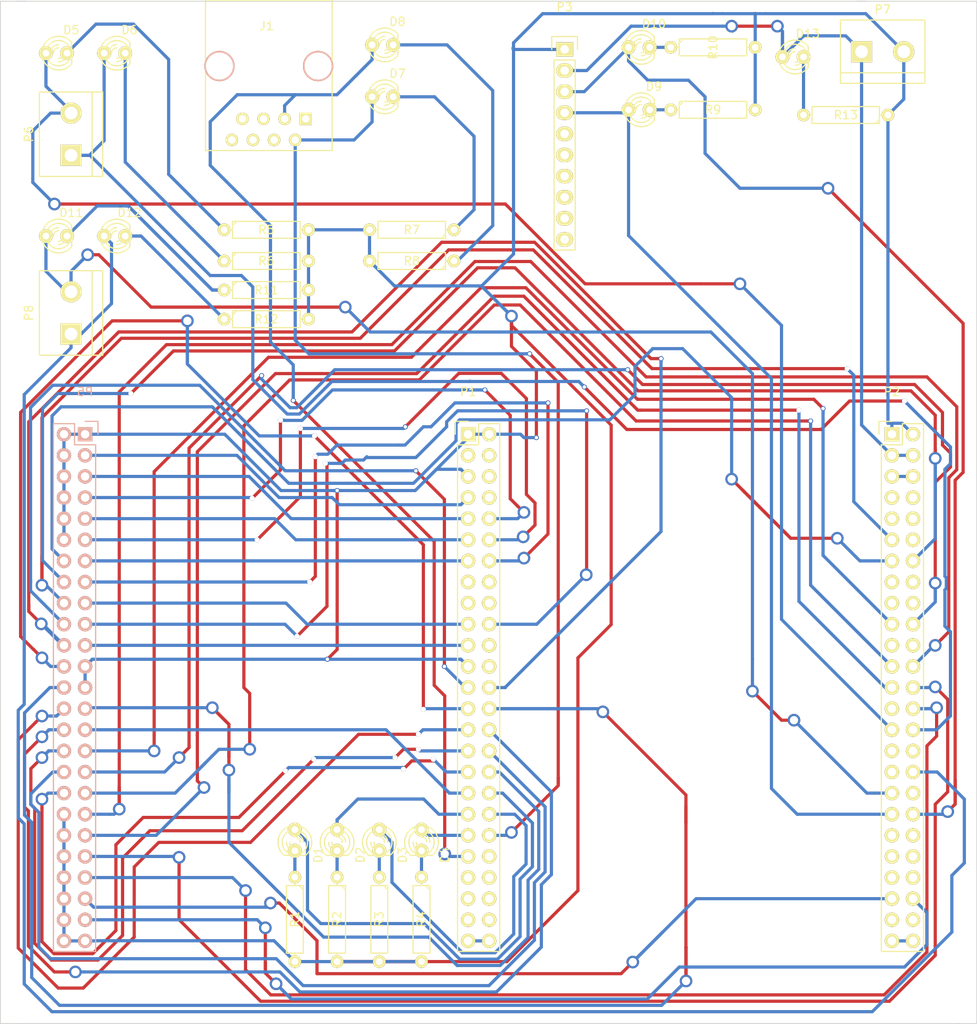
<source format=kicad_pcb>
(kicad_pcb (version 4) (host pcbnew "(2015-03-14 BZR 5512)-product")

  (general
    (links 112)
    (no_connects 13)
    (area 89.449999 45.394 203.050001 169.050001)
    (thickness 1.6)
    (drawings 11)
    (tracks 951)
    (zones 0)
    (modules 34)
    (nets 109)
  )

  (page A4)
  (layers
    (0 F.Cu signal)
    (31 B.Cu signal)
    (32 B.Adhes user)
    (33 F.Adhes user)
    (34 B.Paste user)
    (35 F.Paste user)
    (36 B.SilkS user)
    (37 F.SilkS user)
    (38 B.Mask user)
    (39 F.Mask user)
    (40 Dwgs.User user)
    (41 Cmts.User user)
    (42 Eco1.User user)
    (43 Eco2.User user)
    (44 Edge.Cuts user)
    (45 Margin user)
    (46 B.CrtYd user)
    (47 F.CrtYd user)
    (48 B.Fab user)
    (49 F.Fab user)
  )

  (setup
    (last_trace_width 0.381)
    (trace_clearance 0.381)
    (zone_clearance 0.508)
    (zone_45_only no)
    (trace_min 0.2)
    (segment_width 0.2)
    (edge_width 0.1)
    (via_size 1.524)
    (via_drill 1)
    (via_min_size 0.4)
    (via_min_drill 0.3)
    (uvia_size 0.3)
    (uvia_drill 0.1)
    (uvias_allowed no)
    (uvia_min_size 0)
    (uvia_min_drill 0)
    (pcb_text_width 0.3)
    (pcb_text_size 1.5 1.5)
    (mod_edge_width 0.15)
    (mod_text_size 1 1)
    (mod_text_width 0.15)
    (pad_size 1.5 1.5)
    (pad_drill 0.6)
    (pad_to_mask_clearance 0)
    (aux_axis_origin 0 0)
    (visible_elements 7FFFFFFF)
    (pcbplotparams
      (layerselection 0x00030_80000001)
      (usegerberextensions false)
      (excludeedgelayer true)
      (linewidth 0.100000)
      (plotframeref false)
      (viasonmask false)
      (mode 1)
      (useauxorigin false)
      (hpglpennumber 1)
      (hpglpenspeed 20)
      (hpglpendiameter 15)
      (hpglpenoverlay 2)
      (psnegative false)
      (psa4output false)
      (plotreference true)
      (plotvalue true)
      (plotinvisibletext false)
      (padsonsilk false)
      (subtractmaskfromsilk false)
      (outputformat 1)
      (mirror false)
      (drillshape 1)
      (scaleselection 1)
      (outputdirectory ""))
  )

  (net 0 "")
  (net 1 "Net-(J1-Pad1)")
  (net 2 "Net-(J1-Pad4)")
  (net 3 "Net-(J1-Pad5)")
  (net 4 "Net-(J1-Pad6)")
  (net 5 "Net-(J1-Pad7)")
  (net 6 "Net-(J1-Pad8)")
  (net 7 GND)
  (net 8 UART4_RX)
  (net 9 UART2_TX)
  (net 10 B12)
  (net 11 "Net-(D1-Pad2)")
  (net 12 B13)
  (net 13 "Net-(D2-Pad2)")
  (net 14 B14)
  (net 15 "Net-(D3-Pad2)")
  (net 16 B15)
  (net 17 "Net-(D4-Pad2)")
  (net 18 VDD1)
  (net 19 VDD2)
  (net 20 NRST)
  (net 21 C1)
  (net 22 C0)
  (net 23 C3)
  (net 24 C2)
  (net 25 A1)
  (net 26 A0)
  (net 27 A3)
  (net 28 A2)
  (net 29 A5)
  (net 30 A4)
  (net 31 A7)
  (net 32 A6)
  (net 33 C5)
  (net 34 C4)
  (net 35 B1)
  (net 36 B0)
  (net 37 B2)
  (net 38 E7)
  (net 39 E8)
  (net 40 E9)
  (net 41 E10)
  (net 42 E11)
  (net 43 E12)
  (net 44 E13)
  (net 45 E14)
  (net 46 E15)
  (net 47 B10)
  (net 48 B11)
  (net 49 D9)
  (net 50 D10)
  (net 51 D11)
  (net 52 D12)
  (net 53 D13)
  (net 54 D14)
  (net 55 D15)
  (net 56 NC)
  (net 57 5V)
  (net 58 3V3)
  (net 59 H0)
  (net 60 H1)
  (net 61 C14)
  (net 62 C15)
  (net 63 E6)
  (net 64 C13)
  (net 65 E4)
  (net 66 E5)
  (net 67 E2)
  (net 68 E3)
  (net 69 E0)
  (net 70 E1)
  (net 71 B8)
  (net 72 B9)
  (net 73 BOOT0)
  (net 74 VDD3)
  (net 75 B6)
  (net 76 B7)
  (net 77 B4)
  (net 78 B5)
  (net 79 D7)
  (net 80 B3)
  (net 81 D3)
  (net 82 D4)
  (net 83 D1)
  (net 84 A14)
  (net 85 A15)
  (net 86 A10)
  (net 87 A13)
  (net 88 A8)
  (net 89 A9)
  (net 90 C8)
  (net 91 C9)
  (net 92 C6)
  (net 93 C7)
  (net 94 "Net-(D5-Pad2)")
  (net 95 "Net-(D6-Pad2)")
  (net 96 "Net-(D7-Pad2)")
  (net 97 "Net-(D8-Pad2)")
  (net 98 "Net-(D9-Pad2)")
  (net 99 "Net-(D10-Pad2)")
  (net 100 "Net-(D11-Pad2)")
  (net 101 "Net-(D12-Pad2)")
  (net 102 UART4_TX)
  (net 103 "Net-(D13-Pad2)")
  (net 104 D0)
  (net 105 UART2_RX)
  (net 106 UART3_TX)
  (net 107 C12)
  (net 108 D2)

  (net_class Default "This is the default net class."
    (clearance 0.381)
    (trace_width 0.381)
    (via_dia 1.524)
    (via_drill 1)
    (uvia_dia 0.3)
    (uvia_drill 0.1)
    (add_net 3V3)
    (add_net 5V)
    (add_net A0)
    (add_net A1)
    (add_net A10)
    (add_net A13)
    (add_net A14)
    (add_net A15)
    (add_net A2)
    (add_net A3)
    (add_net A4)
    (add_net A5)
    (add_net A6)
    (add_net A7)
    (add_net A8)
    (add_net A9)
    (add_net B0)
    (add_net B1)
    (add_net B10)
    (add_net B11)
    (add_net B12)
    (add_net B13)
    (add_net B14)
    (add_net B15)
    (add_net B2)
    (add_net B3)
    (add_net B4)
    (add_net B5)
    (add_net B6)
    (add_net B7)
    (add_net B8)
    (add_net B9)
    (add_net BOOT0)
    (add_net C0)
    (add_net C1)
    (add_net C12)
    (add_net C13)
    (add_net C14)
    (add_net C15)
    (add_net C2)
    (add_net C3)
    (add_net C4)
    (add_net C5)
    (add_net C6)
    (add_net C7)
    (add_net C8)
    (add_net C9)
    (add_net D0)
    (add_net D1)
    (add_net D10)
    (add_net D11)
    (add_net D12)
    (add_net D13)
    (add_net D14)
    (add_net D15)
    (add_net D2)
    (add_net D3)
    (add_net D4)
    (add_net D7)
    (add_net D9)
    (add_net E0)
    (add_net E1)
    (add_net E10)
    (add_net E11)
    (add_net E12)
    (add_net E13)
    (add_net E14)
    (add_net E15)
    (add_net E2)
    (add_net E3)
    (add_net E4)
    (add_net E5)
    (add_net E6)
    (add_net E7)
    (add_net E8)
    (add_net E9)
    (add_net GND)
    (add_net H0)
    (add_net H1)
    (add_net NC)
    (add_net NRST)
    (add_net "Net-(D1-Pad2)")
    (add_net "Net-(D10-Pad2)")
    (add_net "Net-(D11-Pad2)")
    (add_net "Net-(D12-Pad2)")
    (add_net "Net-(D13-Pad2)")
    (add_net "Net-(D2-Pad2)")
    (add_net "Net-(D3-Pad2)")
    (add_net "Net-(D4-Pad2)")
    (add_net "Net-(D5-Pad2)")
    (add_net "Net-(D6-Pad2)")
    (add_net "Net-(D7-Pad2)")
    (add_net "Net-(D8-Pad2)")
    (add_net "Net-(D9-Pad2)")
    (add_net "Net-(J1-Pad1)")
    (add_net "Net-(J1-Pad4)")
    (add_net "Net-(J1-Pad5)")
    (add_net "Net-(J1-Pad6)")
    (add_net "Net-(J1-Pad7)")
    (add_net "Net-(J1-Pad8)")
    (add_net UART2_RX)
    (add_net UART2_TX)
    (add_net UART3_TX)
    (add_net UART4_RX)
    (add_net UART4_TX)
    (add_net VDD1)
    (add_net VDD2)
    (add_net VDD3)
  )

  (module Discret:R4 (layer F.Cu) (tedit 0) (tstamp 5515A5A9)
    (at 173.255 59.062)
    (descr "Resitance 4 pas")
    (tags R)
    (path /55167B9D)
    (fp_text reference R9 (at 0 0) (layer F.SilkS)
      (effects (font (size 1 1) (thickness 0.15)))
    )
    (fp_text value R (at 0 0) (layer F.Fab)
      (effects (font (size 1 1) (thickness 0.15)))
    )
    (fp_line (start -5.08 0) (end -4.064 0) (layer F.SilkS) (width 0.15))
    (fp_line (start -4.064 0) (end -4.064 -1.016) (layer F.SilkS) (width 0.15))
    (fp_line (start -4.064 -1.016) (end 4.064 -1.016) (layer F.SilkS) (width 0.15))
    (fp_line (start 4.064 -1.016) (end 4.064 1.016) (layer F.SilkS) (width 0.15))
    (fp_line (start 4.064 1.016) (end -4.064 1.016) (layer F.SilkS) (width 0.15))
    (fp_line (start -4.064 1.016) (end -4.064 0) (layer F.SilkS) (width 0.15))
    (fp_line (start -4.064 -0.508) (end -3.556 -1.016) (layer F.SilkS) (width 0.15))
    (fp_line (start 5.08 0) (end 4.064 0) (layer F.SilkS) (width 0.15))
    (pad 1 thru_hole circle (at -5.08 0) (size 1.524 1.524) (drill 0.8128) (layers *.Cu *.Mask F.SilkS)
      (net 98 "Net-(D9-Pad2)"))
    (pad 2 thru_hole circle (at 5.08 0) (size 1.524 1.524) (drill 0.8128) (layers *.Cu *.Mask F.SilkS)
      (net 7 GND))
    (model Discret.3dshapes/R4.wrl
      (at (xyz 0 0 0))
      (scale (xyz 0.4 0.4 0.4))
      (rotate (xyz 0 0 0))
    )
  )

  (module Discret:R4 (layer F.Cu) (tedit 5515DE7F) (tstamp 5515A5AF)
    (at 173.255 51.547)
    (descr "Resitance 4 pas")
    (tags R)
    (path /55167BA3)
    (fp_text reference R10 (at 0 0 90) (layer F.SilkS)
      (effects (font (size 1 1) (thickness 0.15)))
    )
    (fp_text value R (at 0 0) (layer F.Fab)
      (effects (font (size 1 1) (thickness 0.15)))
    )
    (fp_line (start -5.08 0) (end -4.064 0) (layer F.SilkS) (width 0.15))
    (fp_line (start -4.064 0) (end -4.064 -1.016) (layer F.SilkS) (width 0.15))
    (fp_line (start -4.064 -1.016) (end 4.064 -1.016) (layer F.SilkS) (width 0.15))
    (fp_line (start 4.064 -1.016) (end 4.064 1.016) (layer F.SilkS) (width 0.15))
    (fp_line (start 4.064 1.016) (end -4.064 1.016) (layer F.SilkS) (width 0.15))
    (fp_line (start -4.064 1.016) (end -4.064 0) (layer F.SilkS) (width 0.15))
    (fp_line (start -4.064 -0.508) (end -3.556 -1.016) (layer F.SilkS) (width 0.15))
    (fp_line (start 5.08 0) (end 4.064 0) (layer F.SilkS) (width 0.15))
    (pad 1 thru_hole circle (at -5.08 0) (size 1.524 1.524) (drill 0.8128) (layers *.Cu *.Mask F.SilkS)
      (net 99 "Net-(D10-Pad2)"))
    (pad 2 thru_hole circle (at 5.08 0) (size 1.524 1.524) (drill 0.8128) (layers *.Cu *.Mask F.SilkS)
      (net 7 GND))
    (model Discret.3dshapes/R4.wrl
      (at (xyz 0 0 0))
      (scale (xyz 0.4 0.4 0.4))
      (rotate (xyz 0 0 0))
    )
  )

  (module Discret:R4 (layer F.Cu) (tedit 0) (tstamp 5515A5B5)
    (at 119.5 80.75)
    (descr "Resitance 4 pas")
    (tags R)
    (path /55167BA9)
    (fp_text reference R11 (at 0 0) (layer F.SilkS)
      (effects (font (size 1 1) (thickness 0.15)))
    )
    (fp_text value R (at 0 0) (layer F.Fab)
      (effects (font (size 1 1) (thickness 0.15)))
    )
    (fp_line (start -5.08 0) (end -4.064 0) (layer F.SilkS) (width 0.15))
    (fp_line (start -4.064 0) (end -4.064 -1.016) (layer F.SilkS) (width 0.15))
    (fp_line (start -4.064 -1.016) (end 4.064 -1.016) (layer F.SilkS) (width 0.15))
    (fp_line (start 4.064 -1.016) (end 4.064 1.016) (layer F.SilkS) (width 0.15))
    (fp_line (start 4.064 1.016) (end -4.064 1.016) (layer F.SilkS) (width 0.15))
    (fp_line (start -4.064 1.016) (end -4.064 0) (layer F.SilkS) (width 0.15))
    (fp_line (start -4.064 -0.508) (end -3.556 -1.016) (layer F.SilkS) (width 0.15))
    (fp_line (start 5.08 0) (end 4.064 0) (layer F.SilkS) (width 0.15))
    (pad 1 thru_hole circle (at -5.08 0) (size 1.524 1.524) (drill 0.8128) (layers *.Cu *.Mask F.SilkS)
      (net 100 "Net-(D11-Pad2)"))
    (pad 2 thru_hole circle (at 5.08 0) (size 1.524 1.524) (drill 0.8128) (layers *.Cu *.Mask F.SilkS)
      (net 7 GND))
    (model Discret.3dshapes/R4.wrl
      (at (xyz 0 0 0))
      (scale (xyz 0.4 0.4 0.4))
      (rotate (xyz 0 0 0))
    )
  )

  (module LEDs:LED-3MM (layer F.Cu) (tedit 0) (tstamp 5515A585)
    (at 94.25 74.25)
    (descr "LED 3mm - Lead pitch 100mil (2,54mm)")
    (tags "LED led 3mm 3MM 100mil 2,54mm")
    (path /55167B91)
    (fp_text reference D11 (at 1.778 -2.794) (layer F.SilkS)
      (effects (font (size 1 1) (thickness 0.15)))
    )
    (fp_text value LED (at 0 2.54) (layer F.Fab)
      (effects (font (size 1 1) (thickness 0.15)))
    )
    (fp_line (start 1.8288 1.27) (end 1.8288 -1.27) (layer F.SilkS) (width 0.15))
    (fp_arc (start 0.254 0) (end -1.27 0) (angle 39.8) (layer F.SilkS) (width 0.15))
    (fp_arc (start 0.254 0) (end -0.88392 1.01092) (angle 41.6) (layer F.SilkS) (width 0.15))
    (fp_arc (start 0.254 0) (end 1.4097 -0.9906) (angle 40.6) (layer F.SilkS) (width 0.15))
    (fp_arc (start 0.254 0) (end 1.778 0) (angle 39.8) (layer F.SilkS) (width 0.15))
    (fp_arc (start 0.254 0) (end 0.254 -1.524) (angle 54.4) (layer F.SilkS) (width 0.15))
    (fp_arc (start 0.254 0) (end -0.9652 -0.9144) (angle 53.1) (layer F.SilkS) (width 0.15))
    (fp_arc (start 0.254 0) (end 1.45542 0.93472) (angle 52.1) (layer F.SilkS) (width 0.15))
    (fp_arc (start 0.254 0) (end 0.254 1.524) (angle 52.1) (layer F.SilkS) (width 0.15))
    (fp_arc (start 0.254 0) (end -0.381 0) (angle 90) (layer F.SilkS) (width 0.15))
    (fp_arc (start 0.254 0) (end -0.762 0) (angle 90) (layer F.SilkS) (width 0.15))
    (fp_arc (start 0.254 0) (end 0.889 0) (angle 90) (layer F.SilkS) (width 0.15))
    (fp_arc (start 0.254 0) (end 1.27 0) (angle 90) (layer F.SilkS) (width 0.15))
    (fp_arc (start 0.254 0) (end 0.254 -2.032) (angle 50.1) (layer F.SilkS) (width 0.15))
    (fp_arc (start 0.254 0) (end -1.5367 -0.95504) (angle 61.9) (layer F.SilkS) (width 0.15))
    (fp_arc (start 0.254 0) (end 1.8034 1.31064) (angle 49.7) (layer F.SilkS) (width 0.15))
    (fp_arc (start 0.254 0) (end 0.254 2.032) (angle 60.2) (layer F.SilkS) (width 0.15))
    (fp_arc (start 0.254 0) (end -1.778 0) (angle 28.3) (layer F.SilkS) (width 0.15))
    (fp_arc (start 0.254 0) (end -1.47574 1.06426) (angle 31.6) (layer F.SilkS) (width 0.15))
    (pad 1 thru_hole circle (at -1.27 0) (size 1.6764 1.6764) (drill 0.8128) (layers *.Cu *.Mask F.SilkS)
      (net 107 C12))
    (pad 2 thru_hole circle (at 1.27 0) (size 1.6764 1.6764) (drill 0.8128) (layers *.Cu *.Mask F.SilkS)
      (net 100 "Net-(D11-Pad2)"))
    (model LEDs.3dshapes/LED-3MM.wrl
      (at (xyz 0 0 0))
      (scale (xyz 1 1 1))
      (rotate (xyz 0 0 0))
    )
  )

  (module Connect:bornier2 (layer F.Cu) (tedit 0) (tstamp 550EF1C0)
    (at 96 83.5 90)
    (descr "Bornier d'alimentation 2 pins")
    (tags DEV)
    (path /550F10C2)
    (fp_text reference P8 (at 0 -5.08 90) (layer F.SilkS)
      (effects (font (size 1 1) (thickness 0.15)))
    )
    (fp_text value CONN_2 (at 0 5.08 90) (layer F.Fab)
      (effects (font (size 1 1) (thickness 0.15)))
    )
    (fp_line (start 5.08 2.54) (end -5.08 2.54) (layer F.SilkS) (width 0.15))
    (fp_line (start 5.08 3.81) (end 5.08 -3.81) (layer F.SilkS) (width 0.15))
    (fp_line (start 5.08 -3.81) (end -5.08 -3.81) (layer F.SilkS) (width 0.15))
    (fp_line (start -5.08 -3.81) (end -5.08 3.81) (layer F.SilkS) (width 0.15))
    (fp_line (start -5.08 3.81) (end 5.08 3.81) (layer F.SilkS) (width 0.15))
    (pad 1 thru_hole rect (at -2.54 0 90) (size 2.54 2.54) (drill 1.524) (layers *.Cu *.Mask F.SilkS)
      (net 108 D2))
    (pad 2 thru_hole circle (at 2.54 0 90) (size 2.54 2.54) (drill 1.524) (layers *.Cu *.Mask F.SilkS)
      (net 107 C12))
    (model Connect.3dshapes/bornier2.wrl
      (at (xyz 0 0 0))
      (scale (xyz 1 1 1))
      (rotate (xyz 0 0 0))
    )
  )

  (module LEDs:LED-3MM (layer F.Cu) (tedit 0) (tstamp 5515A58B)
    (at 101.25 74.25)
    (descr "LED 3mm - Lead pitch 100mil (2,54mm)")
    (tags "LED led 3mm 3MM 100mil 2,54mm")
    (path /55167B97)
    (fp_text reference D12 (at 1.778 -2.794) (layer F.SilkS)
      (effects (font (size 1 1) (thickness 0.15)))
    )
    (fp_text value LED (at 0 2.54) (layer F.Fab)
      (effects (font (size 1 1) (thickness 0.15)))
    )
    (fp_line (start 1.8288 1.27) (end 1.8288 -1.27) (layer F.SilkS) (width 0.15))
    (fp_arc (start 0.254 0) (end -1.27 0) (angle 39.8) (layer F.SilkS) (width 0.15))
    (fp_arc (start 0.254 0) (end -0.88392 1.01092) (angle 41.6) (layer F.SilkS) (width 0.15))
    (fp_arc (start 0.254 0) (end 1.4097 -0.9906) (angle 40.6) (layer F.SilkS) (width 0.15))
    (fp_arc (start 0.254 0) (end 1.778 0) (angle 39.8) (layer F.SilkS) (width 0.15))
    (fp_arc (start 0.254 0) (end 0.254 -1.524) (angle 54.4) (layer F.SilkS) (width 0.15))
    (fp_arc (start 0.254 0) (end -0.9652 -0.9144) (angle 53.1) (layer F.SilkS) (width 0.15))
    (fp_arc (start 0.254 0) (end 1.45542 0.93472) (angle 52.1) (layer F.SilkS) (width 0.15))
    (fp_arc (start 0.254 0) (end 0.254 1.524) (angle 52.1) (layer F.SilkS) (width 0.15))
    (fp_arc (start 0.254 0) (end -0.381 0) (angle 90) (layer F.SilkS) (width 0.15))
    (fp_arc (start 0.254 0) (end -0.762 0) (angle 90) (layer F.SilkS) (width 0.15))
    (fp_arc (start 0.254 0) (end 0.889 0) (angle 90) (layer F.SilkS) (width 0.15))
    (fp_arc (start 0.254 0) (end 1.27 0) (angle 90) (layer F.SilkS) (width 0.15))
    (fp_arc (start 0.254 0) (end 0.254 -2.032) (angle 50.1) (layer F.SilkS) (width 0.15))
    (fp_arc (start 0.254 0) (end -1.5367 -0.95504) (angle 61.9) (layer F.SilkS) (width 0.15))
    (fp_arc (start 0.254 0) (end 1.8034 1.31064) (angle 49.7) (layer F.SilkS) (width 0.15))
    (fp_arc (start 0.254 0) (end 0.254 2.032) (angle 60.2) (layer F.SilkS) (width 0.15))
    (fp_arc (start 0.254 0) (end -1.778 0) (angle 28.3) (layer F.SilkS) (width 0.15))
    (fp_arc (start 0.254 0) (end -1.47574 1.06426) (angle 31.6) (layer F.SilkS) (width 0.15))
    (pad 1 thru_hole circle (at -1.27 0) (size 1.6764 1.6764) (drill 0.8128) (layers *.Cu *.Mask F.SilkS)
      (net 108 D2))
    (pad 2 thru_hole circle (at 1.27 0) (size 1.6764 1.6764) (drill 0.8128) (layers *.Cu *.Mask F.SilkS)
      (net 101 "Net-(D12-Pad2)"))
    (model LEDs.3dshapes/LED-3MM.wrl
      (at (xyz 0 0 0))
      (scale (xyz 1 1 1))
      (rotate (xyz 0 0 0))
    )
  )

  (module Discret:R4 (layer F.Cu) (tedit 0) (tstamp 5515A5BB)
    (at 119.5 84.25)
    (descr "Resitance 4 pas")
    (tags R)
    (path /55167BAF)
    (fp_text reference R12 (at 0 0) (layer F.SilkS)
      (effects (font (size 1 1) (thickness 0.15)))
    )
    (fp_text value R (at 0 0) (layer F.Fab)
      (effects (font (size 1 1) (thickness 0.15)))
    )
    (fp_line (start -5.08 0) (end -4.064 0) (layer F.SilkS) (width 0.15))
    (fp_line (start -4.064 0) (end -4.064 -1.016) (layer F.SilkS) (width 0.15))
    (fp_line (start -4.064 -1.016) (end 4.064 -1.016) (layer F.SilkS) (width 0.15))
    (fp_line (start 4.064 -1.016) (end 4.064 1.016) (layer F.SilkS) (width 0.15))
    (fp_line (start 4.064 1.016) (end -4.064 1.016) (layer F.SilkS) (width 0.15))
    (fp_line (start -4.064 1.016) (end -4.064 0) (layer F.SilkS) (width 0.15))
    (fp_line (start -4.064 -0.508) (end -3.556 -1.016) (layer F.SilkS) (width 0.15))
    (fp_line (start 5.08 0) (end 4.064 0) (layer F.SilkS) (width 0.15))
    (pad 1 thru_hole circle (at -5.08 0) (size 1.524 1.524) (drill 0.8128) (layers *.Cu *.Mask F.SilkS)
      (net 101 "Net-(D12-Pad2)"))
    (pad 2 thru_hole circle (at 5.08 0) (size 1.524 1.524) (drill 0.8128) (layers *.Cu *.Mask F.SilkS)
      (net 7 GND))
    (model Discret.3dshapes/R4.wrl
      (at (xyz 0 0 0))
      (scale (xyz 0.4 0.4 0.4))
      (rotate (xyz 0 0 0))
    )
  )

  (module Pin_Headers:Pin_Header_Straight_1x10 (layer F.Cu) (tedit 0) (tstamp 5516B816)
    (at 155.4 51.8)
    (descr "Through hole pin header")
    (tags "pin header")
    (path /5516FF2E)
    (fp_text reference P3 (at 0 -5.1) (layer F.SilkS)
      (effects (font (size 1 1) (thickness 0.15)))
    )
    (fp_text value CONN_4 (at 0 -3.1) (layer F.Fab)
      (effects (font (size 1 1) (thickness 0.15)))
    )
    (fp_line (start -1.75 -1.75) (end -1.75 24.65) (layer F.CrtYd) (width 0.05))
    (fp_line (start 1.75 -1.75) (end 1.75 24.65) (layer F.CrtYd) (width 0.05))
    (fp_line (start -1.75 -1.75) (end 1.75 -1.75) (layer F.CrtYd) (width 0.05))
    (fp_line (start -1.75 24.65) (end 1.75 24.65) (layer F.CrtYd) (width 0.05))
    (fp_line (start 1.27 1.27) (end 1.27 24.13) (layer F.SilkS) (width 0.15))
    (fp_line (start 1.27 24.13) (end -1.27 24.13) (layer F.SilkS) (width 0.15))
    (fp_line (start -1.27 24.13) (end -1.27 1.27) (layer F.SilkS) (width 0.15))
    (fp_line (start 1.55 -1.55) (end 1.55 0) (layer F.SilkS) (width 0.15))
    (fp_line (start 1.27 1.27) (end -1.27 1.27) (layer F.SilkS) (width 0.15))
    (fp_line (start -1.55 0) (end -1.55 -1.55) (layer F.SilkS) (width 0.15))
    (fp_line (start -1.55 -1.55) (end 1.55 -1.55) (layer F.SilkS) (width 0.15))
    (pad 1 thru_hole rect (at 0 0) (size 2.032 1.7272) (drill 1.016) (layers *.Cu *.Mask F.SilkS)
      (net 7 GND))
    (pad 2 thru_hole oval (at 0 2.54) (size 2.032 1.7272) (drill 1.016) (layers *.Cu *.Mask F.SilkS)
      (net 57 5V))
    (pad 3 thru_hole oval (at 0 5.08) (size 2.032 1.7272) (drill 1.016) (layers *.Cu *.Mask F.SilkS)
      (net 8 UART4_RX))
    (pad 4 thru_hole oval (at 0 7.62) (size 2.032 1.7272) (drill 1.016) (layers *.Cu *.Mask F.SilkS)
      (net 102 UART4_TX))
    (pad 5 thru_hole oval (at 0 10.16) (size 2.032 1.7272) (drill 1.016) (layers *.Cu *.Mask F.SilkS))
    (pad 6 thru_hole oval (at 0 12.7) (size 2.032 1.7272) (drill 1.016) (layers *.Cu *.Mask F.SilkS))
    (pad 7 thru_hole oval (at 0 15.24) (size 2.032 1.7272) (drill 1.016) (layers *.Cu *.Mask F.SilkS))
    (pad 8 thru_hole oval (at 0 17.78) (size 2.032 1.7272) (drill 1.016) (layers *.Cu *.Mask F.SilkS))
    (pad 9 thru_hole oval (at 0 20.32) (size 2.032 1.7272) (drill 1.016) (layers *.Cu *.Mask F.SilkS))
    (pad 10 thru_hole oval (at 0 22.86) (size 2.032 1.7272) (drill 1.016) (layers *.Cu *.Mask F.SilkS))
    (model Pin_Headers.3dshapes/Pin_Header_Straight_1x10.wrl
      (at (xyz 0 -0.45 0))
      (scale (xyz 1 1 1))
      (rotate (xyz 0 0 90))
    )
  )

  (module Pin_Headers:Pin_Header_Straight_2x25 (layer F.Cu) (tedit 0) (tstamp 5515AB88)
    (at 143.782 98.095)
    (descr "Through hole pin header")
    (tags "pin header")
    (path /550EB551)
    (fp_text reference P1 (at 0 -5.1) (layer F.SilkS)
      (effects (font (size 1 1) (thickness 0.15)))
    )
    (fp_text value CONN_25X2 (at 0 -3.1) (layer F.Fab)
      (effects (font (size 1 1) (thickness 0.15)))
    )
    (fp_line (start -1.75 -1.75) (end -1.75 62.75) (layer F.CrtYd) (width 0.05))
    (fp_line (start 4.3 -1.75) (end 4.3 62.75) (layer F.CrtYd) (width 0.05))
    (fp_line (start -1.75 -1.75) (end 4.3 -1.75) (layer F.CrtYd) (width 0.05))
    (fp_line (start -1.75 62.75) (end 4.3 62.75) (layer F.CrtYd) (width 0.05))
    (fp_line (start -1.27 1.27) (end -1.27 62.23) (layer F.SilkS) (width 0.15))
    (fp_line (start 3.81 62.23) (end 3.81 -1.27) (layer F.SilkS) (width 0.15))
    (fp_line (start 3.81 62.23) (end -1.27 62.23) (layer F.SilkS) (width 0.15))
    (fp_line (start 3.81 -1.27) (end 1.27 -1.27) (layer F.SilkS) (width 0.15))
    (fp_line (start 0 -1.55) (end -1.55 -1.55) (layer F.SilkS) (width 0.15))
    (fp_line (start 1.27 -1.27) (end 1.27 1.27) (layer F.SilkS) (width 0.15))
    (fp_line (start 1.27 1.27) (end -1.27 1.27) (layer F.SilkS) (width 0.15))
    (fp_line (start -1.55 -1.55) (end -1.55 0) (layer F.SilkS) (width 0.15))
    (pad 1 thru_hole rect (at 0 0) (size 1.7272 1.7272) (drill 1.016) (layers *.Cu *.Mask F.SilkS)
      (net 7 GND))
    (pad 2 thru_hole oval (at 2.54 0) (size 1.7272 1.7272) (drill 1.016) (layers *.Cu *.Mask F.SilkS)
      (net 7 GND))
    (pad 3 thru_hole oval (at 0 2.54) (size 1.7272 1.7272) (drill 1.016) (layers *.Cu *.Mask F.SilkS)
      (net 18 VDD1))
    (pad 4 thru_hole oval (at 2.54 2.54) (size 1.7272 1.7272) (drill 1.016) (layers *.Cu *.Mask F.SilkS)
      (net 19 VDD2))
    (pad 5 thru_hole oval (at 0 5.08) (size 1.7272 1.7272) (drill 1.016) (layers *.Cu *.Mask F.SilkS)
      (net 7 GND))
    (pad 6 thru_hole oval (at 2.54 5.08) (size 1.7272 1.7272) (drill 1.016) (layers *.Cu *.Mask F.SilkS)
      (net 20 NRST))
    (pad 7 thru_hole oval (at 0 7.62) (size 1.7272 1.7272) (drill 1.016) (layers *.Cu *.Mask F.SilkS)
      (net 21 C1))
    (pad 8 thru_hole oval (at 2.54 7.62) (size 1.7272 1.7272) (drill 1.016) (layers *.Cu *.Mask F.SilkS)
      (net 22 C0))
    (pad 9 thru_hole oval (at 0 10.16) (size 1.7272 1.7272) (drill 1.016) (layers *.Cu *.Mask F.SilkS)
      (net 23 C3))
    (pad 10 thru_hole oval (at 2.54 10.16) (size 1.7272 1.7272) (drill 1.016) (layers *.Cu *.Mask F.SilkS)
      (net 24 C2))
    (pad 11 thru_hole oval (at 0 12.7) (size 1.7272 1.7272) (drill 1.016) (layers *.Cu *.Mask F.SilkS)
      (net 25 A1))
    (pad 12 thru_hole oval (at 2.54 12.7) (size 1.7272 1.7272) (drill 1.016) (layers *.Cu *.Mask F.SilkS)
      (net 26 A0))
    (pad 13 thru_hole oval (at 0 15.24) (size 1.7272 1.7272) (drill 1.016) (layers *.Cu *.Mask F.SilkS)
      (net 27 A3))
    (pad 14 thru_hole oval (at 2.54 15.24) (size 1.7272 1.7272) (drill 1.016) (layers *.Cu *.Mask F.SilkS)
      (net 28 A2))
    (pad 15 thru_hole oval (at 0 17.78) (size 1.7272 1.7272) (drill 1.016) (layers *.Cu *.Mask F.SilkS)
      (net 29 A5))
    (pad 16 thru_hole oval (at 2.54 17.78) (size 1.7272 1.7272) (drill 1.016) (layers *.Cu *.Mask F.SilkS)
      (net 30 A4))
    (pad 17 thru_hole oval (at 0 20.32) (size 1.7272 1.7272) (drill 1.016) (layers *.Cu *.Mask F.SilkS)
      (net 31 A7))
    (pad 18 thru_hole oval (at 2.54 20.32) (size 1.7272 1.7272) (drill 1.016) (layers *.Cu *.Mask F.SilkS)
      (net 32 A6))
    (pad 19 thru_hole oval (at 0 22.86) (size 1.7272 1.7272) (drill 1.016) (layers *.Cu *.Mask F.SilkS)
      (net 33 C5))
    (pad 20 thru_hole oval (at 2.54 22.86) (size 1.7272 1.7272) (drill 1.016) (layers *.Cu *.Mask F.SilkS)
      (net 34 C4))
    (pad 21 thru_hole oval (at 0 25.4) (size 1.7272 1.7272) (drill 1.016) (layers *.Cu *.Mask F.SilkS)
      (net 35 B1))
    (pad 22 thru_hole oval (at 2.54 25.4) (size 1.7272 1.7272) (drill 1.016) (layers *.Cu *.Mask F.SilkS)
      (net 36 B0))
    (pad 23 thru_hole oval (at 0 27.94) (size 1.7272 1.7272) (drill 1.016) (layers *.Cu *.Mask F.SilkS)
      (net 7 GND))
    (pad 24 thru_hole oval (at 2.54 27.94) (size 1.7272 1.7272) (drill 1.016) (layers *.Cu *.Mask F.SilkS)
      (net 37 B2))
    (pad 25 thru_hole oval (at 0 30.48) (size 1.7272 1.7272) (drill 1.016) (layers *.Cu *.Mask F.SilkS)
      (net 38 E7))
    (pad 26 thru_hole oval (at 2.54 30.48) (size 1.7272 1.7272) (drill 1.016) (layers *.Cu *.Mask F.SilkS)
      (net 39 E8))
    (pad 27 thru_hole oval (at 0 33.02) (size 1.7272 1.7272) (drill 1.016) (layers *.Cu *.Mask F.SilkS)
      (net 40 E9))
    (pad 28 thru_hole oval (at 2.54 33.02) (size 1.7272 1.7272) (drill 1.016) (layers *.Cu *.Mask F.SilkS)
      (net 41 E10))
    (pad 29 thru_hole oval (at 0 35.56) (size 1.7272 1.7272) (drill 1.016) (layers *.Cu *.Mask F.SilkS)
      (net 42 E11))
    (pad 30 thru_hole oval (at 2.54 35.56) (size 1.7272 1.7272) (drill 1.016) (layers *.Cu *.Mask F.SilkS)
      (net 43 E12))
    (pad 31 thru_hole oval (at 0 38.1) (size 1.7272 1.7272) (drill 1.016) (layers *.Cu *.Mask F.SilkS)
      (net 44 E13))
    (pad 32 thru_hole oval (at 2.54 38.1) (size 1.7272 1.7272) (drill 1.016) (layers *.Cu *.Mask F.SilkS)
      (net 45 E14))
    (pad 33 thru_hole oval (at 0 40.64) (size 1.7272 1.7272) (drill 1.016) (layers *.Cu *.Mask F.SilkS)
      (net 46 E15))
    (pad 34 thru_hole oval (at 2.54 40.64) (size 1.7272 1.7272) (drill 1.016) (layers *.Cu *.Mask F.SilkS)
      (net 47 B10))
    (pad 35 thru_hole oval (at 0 43.18) (size 1.7272 1.7272) (drill 1.016) (layers *.Cu *.Mask F.SilkS)
      (net 48 B11))
    (pad 36 thru_hole oval (at 2.54 43.18) (size 1.7272 1.7272) (drill 1.016) (layers *.Cu *.Mask F.SilkS)
      (net 10 B12))
    (pad 37 thru_hole oval (at 0 45.72) (size 1.7272 1.7272) (drill 1.016) (layers *.Cu *.Mask F.SilkS)
      (net 12 B13))
    (pad 38 thru_hole oval (at 2.54 45.72) (size 1.7272 1.7272) (drill 1.016) (layers *.Cu *.Mask F.SilkS)
      (net 14 B14))
    (pad 39 thru_hole oval (at 0 48.26) (size 1.7272 1.7272) (drill 1.016) (layers *.Cu *.Mask F.SilkS)
      (net 16 B15))
    (pad 40 thru_hole oval (at 2.54 48.26) (size 1.7272 1.7272) (drill 1.016) (layers *.Cu *.Mask F.SilkS)
      (net 106 UART3_TX))
    (pad 41 thru_hole oval (at 0 50.8) (size 1.7272 1.7272) (drill 1.016) (layers *.Cu *.Mask F.SilkS)
      (net 49 D9))
    (pad 42 thru_hole oval (at 2.54 50.8) (size 1.7272 1.7272) (drill 1.016) (layers *.Cu *.Mask F.SilkS)
      (net 50 D10))
    (pad 43 thru_hole oval (at 0 53.34) (size 1.7272 1.7272) (drill 1.016) (layers *.Cu *.Mask F.SilkS)
      (net 51 D11))
    (pad 44 thru_hole oval (at 2.54 53.34) (size 1.7272 1.7272) (drill 1.016) (layers *.Cu *.Mask F.SilkS)
      (net 52 D12))
    (pad 45 thru_hole oval (at 0 55.88) (size 1.7272 1.7272) (drill 1.016) (layers *.Cu *.Mask F.SilkS)
      (net 53 D13))
    (pad 46 thru_hole oval (at 2.54 55.88) (size 1.7272 1.7272) (drill 1.016) (layers *.Cu *.Mask F.SilkS)
      (net 54 D14))
    (pad 47 thru_hole oval (at 0 58.42) (size 1.7272 1.7272) (drill 1.016) (layers *.Cu *.Mask F.SilkS)
      (net 55 D15))
    (pad 48 thru_hole oval (at 2.54 58.42) (size 1.7272 1.7272) (drill 1.016) (layers *.Cu *.Mask F.SilkS)
      (net 56 NC))
    (pad 49 thru_hole oval (at 0 60.96) (size 1.7272 1.7272) (drill 1.016) (layers *.Cu *.Mask F.SilkS)
      (net 7 GND))
    (pad 50 thru_hole oval (at 2.54 60.96) (size 1.7272 1.7272) (drill 1.016) (layers *.Cu *.Mask F.SilkS)
      (net 7 GND))
    (model Pin_Headers.3dshapes/Pin_Header_Straight_2x25.wrl
      (at (xyz 0.05 -1.2 0))
      (scale (xyz 1 1 1))
      (rotate (xyz 0 0 90))
    )
  )

  (module Pin_Headers:Pin_Header_Straight_2x25 (layer F.Cu) (tedit 0) (tstamp 550EF15C)
    (at 194.782 98.095)
    (descr "Through hole pin header")
    (tags "pin header")
    (path /550EB581)
    (fp_text reference P2 (at 0 -5.1) (layer F.SilkS)
      (effects (font (size 1 1) (thickness 0.15)))
    )
    (fp_text value CONN_25X2 (at 0 -3.1) (layer F.Fab)
      (effects (font (size 1 1) (thickness 0.15)))
    )
    (fp_line (start -1.75 -1.75) (end -1.75 62.75) (layer F.CrtYd) (width 0.05))
    (fp_line (start 4.3 -1.75) (end 4.3 62.75) (layer F.CrtYd) (width 0.05))
    (fp_line (start -1.75 -1.75) (end 4.3 -1.75) (layer F.CrtYd) (width 0.05))
    (fp_line (start -1.75 62.75) (end 4.3 62.75) (layer F.CrtYd) (width 0.05))
    (fp_line (start -1.27 1.27) (end -1.27 62.23) (layer F.SilkS) (width 0.15))
    (fp_line (start 3.81 62.23) (end 3.81 -1.27) (layer F.SilkS) (width 0.15))
    (fp_line (start 3.81 62.23) (end -1.27 62.23) (layer F.SilkS) (width 0.15))
    (fp_line (start 3.81 -1.27) (end 1.27 -1.27) (layer F.SilkS) (width 0.15))
    (fp_line (start 0 -1.55) (end -1.55 -1.55) (layer F.SilkS) (width 0.15))
    (fp_line (start 1.27 -1.27) (end 1.27 1.27) (layer F.SilkS) (width 0.15))
    (fp_line (start 1.27 1.27) (end -1.27 1.27) (layer F.SilkS) (width 0.15))
    (fp_line (start -1.55 -1.55) (end -1.55 0) (layer F.SilkS) (width 0.15))
    (pad 1 thru_hole rect (at 0 0) (size 1.7272 1.7272) (drill 1.016) (layers *.Cu *.Mask F.SilkS)
      (net 7 GND))
    (pad 2 thru_hole oval (at 2.54 0) (size 1.7272 1.7272) (drill 1.016) (layers *.Cu *.Mask F.SilkS)
      (net 7 GND))
    (pad 3 thru_hole oval (at 0 2.54) (size 1.7272 1.7272) (drill 1.016) (layers *.Cu *.Mask F.SilkS)
      (net 57 5V))
    (pad 4 thru_hole oval (at 2.54 2.54) (size 1.7272 1.7272) (drill 1.016) (layers *.Cu *.Mask F.SilkS)
      (net 57 5V))
    (pad 5 thru_hole oval (at 0 5.08) (size 1.7272 1.7272) (drill 1.016) (layers *.Cu *.Mask F.SilkS)
      (net 58 3V3))
    (pad 6 thru_hole oval (at 2.54 5.08) (size 1.7272 1.7272) (drill 1.016) (layers *.Cu *.Mask F.SilkS)
      (net 58 3V3))
    (pad 7 thru_hole oval (at 0 7.62) (size 1.7272 1.7272) (drill 1.016) (layers *.Cu *.Mask F.SilkS)
      (net 59 H0))
    (pad 8 thru_hole oval (at 2.54 7.62) (size 1.7272 1.7272) (drill 1.016) (layers *.Cu *.Mask F.SilkS)
      (net 60 H1))
    (pad 9 thru_hole oval (at 0 10.16) (size 1.7272 1.7272) (drill 1.016) (layers *.Cu *.Mask F.SilkS)
      (net 61 C14))
    (pad 10 thru_hole oval (at 2.54 10.16) (size 1.7272 1.7272) (drill 1.016) (layers *.Cu *.Mask F.SilkS)
      (net 62 C15))
    (pad 11 thru_hole oval (at 0 12.7) (size 1.7272 1.7272) (drill 1.016) (layers *.Cu *.Mask F.SilkS)
      (net 63 E6))
    (pad 12 thru_hole oval (at 2.54 12.7) (size 1.7272 1.7272) (drill 1.016) (layers *.Cu *.Mask F.SilkS)
      (net 64 C13))
    (pad 13 thru_hole oval (at 0 15.24) (size 1.7272 1.7272) (drill 1.016) (layers *.Cu *.Mask F.SilkS)
      (net 65 E4))
    (pad 14 thru_hole oval (at 2.54 15.24) (size 1.7272 1.7272) (drill 1.016) (layers *.Cu *.Mask F.SilkS)
      (net 66 E5))
    (pad 15 thru_hole oval (at 0 17.78) (size 1.7272 1.7272) (drill 1.016) (layers *.Cu *.Mask F.SilkS)
      (net 67 E2))
    (pad 16 thru_hole oval (at 2.54 17.78) (size 1.7272 1.7272) (drill 1.016) (layers *.Cu *.Mask F.SilkS)
      (net 68 E3))
    (pad 17 thru_hole oval (at 0 20.32) (size 1.7272 1.7272) (drill 1.016) (layers *.Cu *.Mask F.SilkS)
      (net 69 E0))
    (pad 18 thru_hole oval (at 2.54 20.32) (size 1.7272 1.7272) (drill 1.016) (layers *.Cu *.Mask F.SilkS)
      (net 70 E1))
    (pad 19 thru_hole oval (at 0 22.86) (size 1.7272 1.7272) (drill 1.016) (layers *.Cu *.Mask F.SilkS)
      (net 71 B8))
    (pad 20 thru_hole oval (at 2.54 22.86) (size 1.7272 1.7272) (drill 1.016) (layers *.Cu *.Mask F.SilkS)
      (net 72 B9))
    (pad 21 thru_hole oval (at 0 25.4) (size 1.7272 1.7272) (drill 1.016) (layers *.Cu *.Mask F.SilkS)
      (net 73 BOOT0))
    (pad 22 thru_hole oval (at 2.54 25.4) (size 1.7272 1.7272) (drill 1.016) (layers *.Cu *.Mask F.SilkS)
      (net 74 VDD3))
    (pad 23 thru_hole oval (at 0 27.94) (size 1.7272 1.7272) (drill 1.016) (layers *.Cu *.Mask F.SilkS)
      (net 75 B6))
    (pad 24 thru_hole oval (at 2.54 27.94) (size 1.7272 1.7272) (drill 1.016) (layers *.Cu *.Mask F.SilkS)
      (net 76 B7))
    (pad 25 thru_hole oval (at 0 30.48) (size 1.7272 1.7272) (drill 1.016) (layers *.Cu *.Mask F.SilkS)
      (net 77 B4))
    (pad 26 thru_hole oval (at 2.54 30.48) (size 1.7272 1.7272) (drill 1.016) (layers *.Cu *.Mask F.SilkS)
      (net 78 B5))
    (pad 27 thru_hole oval (at 0 33.02) (size 1.7272 1.7272) (drill 1.016) (layers *.Cu *.Mask F.SilkS)
      (net 79 D7))
    (pad 28 thru_hole oval (at 2.54 33.02) (size 1.7272 1.7272) (drill 1.016) (layers *.Cu *.Mask F.SilkS)
      (net 80 B3))
    (pad 29 thru_hole oval (at 0 35.56) (size 1.7272 1.7272) (drill 1.016) (layers *.Cu *.Mask F.SilkS)
      (net 9 UART2_TX))
    (pad 30 thru_hole oval (at 2.54 35.56) (size 1.7272 1.7272) (drill 1.016) (layers *.Cu *.Mask F.SilkS)
      (net 105 UART2_RX))
    (pad 31 thru_hole oval (at 0 38.1) (size 1.7272 1.7272) (drill 1.016) (layers *.Cu *.Mask F.SilkS)
      (net 81 D3))
    (pad 32 thru_hole oval (at 2.54 38.1) (size 1.7272 1.7272) (drill 1.016) (layers *.Cu *.Mask F.SilkS)
      (net 82 D4))
    (pad 33 thru_hole oval (at 0 40.64) (size 1.7272 1.7272) (drill 1.016) (layers *.Cu *.Mask F.SilkS)
      (net 83 D1))
    (pad 34 thru_hole oval (at 2.54 40.64) (size 1.7272 1.7272) (drill 1.016) (layers *.Cu *.Mask F.SilkS)
      (net 108 D2))
    (pad 35 thru_hole oval (at 0 43.18) (size 1.7272 1.7272) (drill 1.016) (layers *.Cu *.Mask F.SilkS)
      (net 107 C12))
    (pad 36 thru_hole oval (at 2.54 43.18) (size 1.7272 1.7272) (drill 1.016) (layers *.Cu *.Mask F.SilkS)
      (net 104 D0))
    (pad 37 thru_hole oval (at 0 45.72) (size 1.7272 1.7272) (drill 1.016) (layers *.Cu *.Mask F.SilkS)
      (net 102 UART4_TX))
    (pad 38 thru_hole oval (at 2.54 45.72) (size 1.7272 1.7272) (drill 1.016) (layers *.Cu *.Mask F.SilkS)
      (net 8 UART4_RX))
    (pad 39 thru_hole oval (at 0 48.26) (size 1.7272 1.7272) (drill 1.016) (layers *.Cu *.Mask F.SilkS)
      (net 84 A14))
    (pad 40 thru_hole oval (at 2.54 48.26) (size 1.7272 1.7272) (drill 1.016) (layers *.Cu *.Mask F.SilkS)
      (net 85 A15))
    (pad 41 thru_hole oval (at 0 50.8) (size 1.7272 1.7272) (drill 1.016) (layers *.Cu *.Mask F.SilkS)
      (net 86 A10))
    (pad 42 thru_hole oval (at 2.54 50.8) (size 1.7272 1.7272) (drill 1.016) (layers *.Cu *.Mask F.SilkS)
      (net 87 A13))
    (pad 43 thru_hole oval (at 0 53.34) (size 1.7272 1.7272) (drill 1.016) (layers *.Cu *.Mask F.SilkS)
      (net 88 A8))
    (pad 44 thru_hole oval (at 2.54 53.34) (size 1.7272 1.7272) (drill 1.016) (layers *.Cu *.Mask F.SilkS)
      (net 89 A9))
    (pad 45 thru_hole oval (at 0 55.88) (size 1.7272 1.7272) (drill 1.016) (layers *.Cu *.Mask F.SilkS)
      (net 90 C8))
    (pad 46 thru_hole oval (at 2.54 55.88) (size 1.7272 1.7272) (drill 1.016) (layers *.Cu *.Mask F.SilkS)
      (net 91 C9))
    (pad 47 thru_hole oval (at 0 58.42) (size 1.7272 1.7272) (drill 1.016) (layers *.Cu *.Mask F.SilkS)
      (net 92 C6))
    (pad 48 thru_hole oval (at 2.54 58.42) (size 1.7272 1.7272) (drill 1.016) (layers *.Cu *.Mask F.SilkS)
      (net 93 C7))
    (pad 49 thru_hole oval (at 0 60.96) (size 1.7272 1.7272) (drill 1.016) (layers *.Cu *.Mask F.SilkS)
      (net 7 GND))
    (pad 50 thru_hole oval (at 2.54 60.96) (size 1.7272 1.7272) (drill 1.016) (layers *.Cu *.Mask F.SilkS)
      (net 7 GND))
    (model Pin_Headers.3dshapes/Pin_Header_Straight_2x25.wrl
      (at (xyz 0.05 -1.2 0))
      (scale (xyz 1 1 1))
      (rotate (xyz 0 0 90))
    )
  )

  (module LEDs:LED-3MM (layer F.Cu) (tedit 0) (tstamp 5515E4FF)
    (at 133.5 51.25)
    (descr "LED 3mm - Lead pitch 100mil (2,54mm)")
    (tags "LED led 3mm 3MM 100mil 2,54mm")
    (path /55167A00)
    (fp_text reference D8 (at 1.778 -2.794) (layer F.SilkS)
      (effects (font (size 1 1) (thickness 0.15)))
    )
    (fp_text value LED (at 0 2.54) (layer F.Fab)
      (effects (font (size 1 1) (thickness 0.15)))
    )
    (fp_line (start 1.8288 1.27) (end 1.8288 -1.27) (layer F.SilkS) (width 0.15))
    (fp_arc (start 0.254 0) (end -1.27 0) (angle 39.8) (layer F.SilkS) (width 0.15))
    (fp_arc (start 0.254 0) (end -0.88392 1.01092) (angle 41.6) (layer F.SilkS) (width 0.15))
    (fp_arc (start 0.254 0) (end 1.4097 -0.9906) (angle 40.6) (layer F.SilkS) (width 0.15))
    (fp_arc (start 0.254 0) (end 1.778 0) (angle 39.8) (layer F.SilkS) (width 0.15))
    (fp_arc (start 0.254 0) (end 0.254 -1.524) (angle 54.4) (layer F.SilkS) (width 0.15))
    (fp_arc (start 0.254 0) (end -0.9652 -0.9144) (angle 53.1) (layer F.SilkS) (width 0.15))
    (fp_arc (start 0.254 0) (end 1.45542 0.93472) (angle 52.1) (layer F.SilkS) (width 0.15))
    (fp_arc (start 0.254 0) (end 0.254 1.524) (angle 52.1) (layer F.SilkS) (width 0.15))
    (fp_arc (start 0.254 0) (end -0.381 0) (angle 90) (layer F.SilkS) (width 0.15))
    (fp_arc (start 0.254 0) (end -0.762 0) (angle 90) (layer F.SilkS) (width 0.15))
    (fp_arc (start 0.254 0) (end 0.889 0) (angle 90) (layer F.SilkS) (width 0.15))
    (fp_arc (start 0.254 0) (end 1.27 0) (angle 90) (layer F.SilkS) (width 0.15))
    (fp_arc (start 0.254 0) (end 0.254 -2.032) (angle 50.1) (layer F.SilkS) (width 0.15))
    (fp_arc (start 0.254 0) (end -1.5367 -0.95504) (angle 61.9) (layer F.SilkS) (width 0.15))
    (fp_arc (start 0.254 0) (end 1.8034 1.31064) (angle 49.7) (layer F.SilkS) (width 0.15))
    (fp_arc (start 0.254 0) (end 0.254 2.032) (angle 60.2) (layer F.SilkS) (width 0.15))
    (fp_arc (start 0.254 0) (end -1.778 0) (angle 28.3) (layer F.SilkS) (width 0.15))
    (fp_arc (start 0.254 0) (end -1.47574 1.06426) (angle 31.6) (layer F.SilkS) (width 0.15))
    (pad 1 thru_hole circle (at -1.27 0) (size 1.6764 1.6764) (drill 0.8128) (layers *.Cu *.Mask F.SilkS)
      (net 49 D9))
    (pad 2 thru_hole circle (at 1.27 0) (size 1.6764 1.6764) (drill 0.8128) (layers *.Cu *.Mask F.SilkS)
      (net 97 "Net-(D8-Pad2)"))
    (model LEDs.3dshapes/LED-3MM.wrl
      (at (xyz 0 0 0))
      (scale (xyz 1 1 1))
      (rotate (xyz 0 0 0))
    )
  )

  (module Connect:RJ45_8 (layer F.Cu) (tedit 5515AE50) (tstamp 550EF0F0)
    (at 119.8 53.8 180)
    (tags RJ45)
    (path /550EF8FD)
    (fp_text reference J1 (at 0.254 4.826 180) (layer F.SilkS)
      (effects (font (size 1 1) (thickness 0.15)))
    )
    (fp_text value RJ45 (at 0.14224 -0.1016 180) (layer F.Fab)
      (effects (font (size 1 1) (thickness 0.15)))
    )
    (fp_line (start -7.62 7.874) (end 7.62 7.874) (layer F.SilkS) (width 0.15))
    (fp_line (start 7.62 7.874) (end 7.62 -10.16) (layer F.SilkS) (width 0.15))
    (fp_line (start 7.62 -10.16) (end -7.62 -10.16) (layer F.SilkS) (width 0.15))
    (fp_line (start -7.62 -10.16) (end -7.62 7.874) (layer F.SilkS) (width 0.15))
    (pad Hole np_thru_hole circle (at 5.93852 0 180) (size 3.64998 3.64998) (drill 3.2512) (layers *.Cu *.SilkS *.Mask))
    (pad Hole np_thru_hole circle (at -5.9309 0 180) (size 3.64998 3.64998) (drill 3.2512) (layers *.Cu *.SilkS *.Mask))
    (pad 1 thru_hole rect (at -4.445 -6.35 180) (size 1.50114 1.50114) (drill 0.89916) (layers *.Cu *.Mask F.SilkS)
      (net 1 "Net-(J1-Pad1)"))
    (pad 2 thru_hole circle (at -3.175 -8.89 180) (size 1.50114 1.50114) (drill 0.89916) (layers *.Cu *.Mask F.SilkS)
      (net 106 UART3_TX))
    (pad 3 thru_hole circle (at -1.905 -6.35 180) (size 1.50114 1.50114) (drill 0.89916) (layers *.Cu *.Mask F.SilkS)
      (net 49 D9))
    (pad 4 thru_hole circle (at -0.635 -8.89 180) (size 1.50114 1.50114) (drill 0.89916) (layers *.Cu *.Mask F.SilkS)
      (net 2 "Net-(J1-Pad4)"))
    (pad 5 thru_hole circle (at 0.635 -6.35 180) (size 1.50114 1.50114) (drill 0.89916) (layers *.Cu *.Mask F.SilkS)
      (net 3 "Net-(J1-Pad5)"))
    (pad 6 thru_hole circle (at 1.905 -8.89 180) (size 1.50114 1.50114) (drill 0.89916) (layers *.Cu *.Mask F.SilkS)
      (net 4 "Net-(J1-Pad6)"))
    (pad 7 thru_hole circle (at 3.175 -6.35 180) (size 1.50114 1.50114) (drill 0.89916) (layers *.Cu *.Mask F.SilkS)
      (net 5 "Net-(J1-Pad7)"))
    (pad 8 thru_hole circle (at 4.445 -8.89 180) (size 1.50114 1.50114) (drill 0.89916) (layers *.Cu *.Mask F.SilkS)
      (net 6 "Net-(J1-Pad8)"))
    (model Connect.3dshapes/RJ45_8.wrl
      (at (xyz 0 0 0))
      (scale (xyz 0.4 0.4 0.4))
      (rotate (xyz 0 0 0))
    )
  )

  (module Connect:bornier2 (layer F.Cu) (tedit 0) (tstamp 550EF1B4)
    (at 96 62 90)
    (descr "Bornier d'alimentation 2 pins")
    (tags DEV)
    (path /550F084B)
    (fp_text reference P6 (at 0 -5.08 90) (layer F.SilkS)
      (effects (font (size 1 1) (thickness 0.15)))
    )
    (fp_text value CONN_2 (at 0 5.08 90) (layer F.Fab)
      (effects (font (size 1 1) (thickness 0.15)))
    )
    (fp_line (start 5.08 2.54) (end -5.08 2.54) (layer F.SilkS) (width 0.15))
    (fp_line (start 5.08 3.81) (end 5.08 -3.81) (layer F.SilkS) (width 0.15))
    (fp_line (start 5.08 -3.81) (end -5.08 -3.81) (layer F.SilkS) (width 0.15))
    (fp_line (start -5.08 -3.81) (end -5.08 3.81) (layer F.SilkS) (width 0.15))
    (fp_line (start -5.08 3.81) (end 5.08 3.81) (layer F.SilkS) (width 0.15))
    (pad 1 thru_hole rect (at -2.54 0 90) (size 2.54 2.54) (drill 1.524) (layers *.Cu *.Mask F.SilkS)
      (net 105 UART2_RX))
    (pad 2 thru_hole circle (at 2.54 0 90) (size 2.54 2.54) (drill 1.524) (layers *.Cu *.Mask F.SilkS)
      (net 9 UART2_TX))
    (model Connect.3dshapes/bornier2.wrl
      (at (xyz 0 0 0))
      (scale (xyz 1 1 1))
      (rotate (xyz 0 0 0))
    )
  )

  (module LEDs:LED-3MM (layer F.Cu) (tedit 0) (tstamp 5515A561)
    (at 94.25 52.25)
    (descr "LED 3mm - Lead pitch 100mil (2,54mm)")
    (tags "LED led 3mm 3MM 100mil 2,54mm")
    (path /551679EE)
    (fp_text reference D5 (at 1.778 -2.794) (layer F.SilkS)
      (effects (font (size 1 1) (thickness 0.15)))
    )
    (fp_text value LED (at 0 2.54) (layer F.Fab)
      (effects (font (size 1 1) (thickness 0.15)))
    )
    (fp_line (start 1.8288 1.27) (end 1.8288 -1.27) (layer F.SilkS) (width 0.15))
    (fp_arc (start 0.254 0) (end -1.27 0) (angle 39.8) (layer F.SilkS) (width 0.15))
    (fp_arc (start 0.254 0) (end -0.88392 1.01092) (angle 41.6) (layer F.SilkS) (width 0.15))
    (fp_arc (start 0.254 0) (end 1.4097 -0.9906) (angle 40.6) (layer F.SilkS) (width 0.15))
    (fp_arc (start 0.254 0) (end 1.778 0) (angle 39.8) (layer F.SilkS) (width 0.15))
    (fp_arc (start 0.254 0) (end 0.254 -1.524) (angle 54.4) (layer F.SilkS) (width 0.15))
    (fp_arc (start 0.254 0) (end -0.9652 -0.9144) (angle 53.1) (layer F.SilkS) (width 0.15))
    (fp_arc (start 0.254 0) (end 1.45542 0.93472) (angle 52.1) (layer F.SilkS) (width 0.15))
    (fp_arc (start 0.254 0) (end 0.254 1.524) (angle 52.1) (layer F.SilkS) (width 0.15))
    (fp_arc (start 0.254 0) (end -0.381 0) (angle 90) (layer F.SilkS) (width 0.15))
    (fp_arc (start 0.254 0) (end -0.762 0) (angle 90) (layer F.SilkS) (width 0.15))
    (fp_arc (start 0.254 0) (end 0.889 0) (angle 90) (layer F.SilkS) (width 0.15))
    (fp_arc (start 0.254 0) (end 1.27 0) (angle 90) (layer F.SilkS) (width 0.15))
    (fp_arc (start 0.254 0) (end 0.254 -2.032) (angle 50.1) (layer F.SilkS) (width 0.15))
    (fp_arc (start 0.254 0) (end -1.5367 -0.95504) (angle 61.9) (layer F.SilkS) (width 0.15))
    (fp_arc (start 0.254 0) (end 1.8034 1.31064) (angle 49.7) (layer F.SilkS) (width 0.15))
    (fp_arc (start 0.254 0) (end 0.254 2.032) (angle 60.2) (layer F.SilkS) (width 0.15))
    (fp_arc (start 0.254 0) (end -1.778 0) (angle 28.3) (layer F.SilkS) (width 0.15))
    (fp_arc (start 0.254 0) (end -1.47574 1.06426) (angle 31.6) (layer F.SilkS) (width 0.15))
    (pad 1 thru_hole circle (at -1.27 0) (size 1.6764 1.6764) (drill 0.8128) (layers *.Cu *.Mask F.SilkS)
      (net 9 UART2_TX))
    (pad 2 thru_hole circle (at 1.27 0) (size 1.6764 1.6764) (drill 0.8128) (layers *.Cu *.Mask F.SilkS)
      (net 94 "Net-(D5-Pad2)"))
    (model LEDs.3dshapes/LED-3MM.wrl
      (at (xyz 0 0 0))
      (scale (xyz 1 1 1))
      (rotate (xyz 0 0 0))
    )
  )

  (module LEDs:LED-3MM (layer F.Cu) (tedit 0) (tstamp 5515A567)
    (at 101.25 52.25)
    (descr "LED 3mm - Lead pitch 100mil (2,54mm)")
    (tags "LED led 3mm 3MM 100mil 2,54mm")
    (path /551679F4)
    (fp_text reference D6 (at 1.778 -2.794) (layer F.SilkS)
      (effects (font (size 1 1) (thickness 0.15)))
    )
    (fp_text value LED (at 0 2.54) (layer F.Fab)
      (effects (font (size 1 1) (thickness 0.15)))
    )
    (fp_line (start 1.8288 1.27) (end 1.8288 -1.27) (layer F.SilkS) (width 0.15))
    (fp_arc (start 0.254 0) (end -1.27 0) (angle 39.8) (layer F.SilkS) (width 0.15))
    (fp_arc (start 0.254 0) (end -0.88392 1.01092) (angle 41.6) (layer F.SilkS) (width 0.15))
    (fp_arc (start 0.254 0) (end 1.4097 -0.9906) (angle 40.6) (layer F.SilkS) (width 0.15))
    (fp_arc (start 0.254 0) (end 1.778 0) (angle 39.8) (layer F.SilkS) (width 0.15))
    (fp_arc (start 0.254 0) (end 0.254 -1.524) (angle 54.4) (layer F.SilkS) (width 0.15))
    (fp_arc (start 0.254 0) (end -0.9652 -0.9144) (angle 53.1) (layer F.SilkS) (width 0.15))
    (fp_arc (start 0.254 0) (end 1.45542 0.93472) (angle 52.1) (layer F.SilkS) (width 0.15))
    (fp_arc (start 0.254 0) (end 0.254 1.524) (angle 52.1) (layer F.SilkS) (width 0.15))
    (fp_arc (start 0.254 0) (end -0.381 0) (angle 90) (layer F.SilkS) (width 0.15))
    (fp_arc (start 0.254 0) (end -0.762 0) (angle 90) (layer F.SilkS) (width 0.15))
    (fp_arc (start 0.254 0) (end 0.889 0) (angle 90) (layer F.SilkS) (width 0.15))
    (fp_arc (start 0.254 0) (end 1.27 0) (angle 90) (layer F.SilkS) (width 0.15))
    (fp_arc (start 0.254 0) (end 0.254 -2.032) (angle 50.1) (layer F.SilkS) (width 0.15))
    (fp_arc (start 0.254 0) (end -1.5367 -0.95504) (angle 61.9) (layer F.SilkS) (width 0.15))
    (fp_arc (start 0.254 0) (end 1.8034 1.31064) (angle 49.7) (layer F.SilkS) (width 0.15))
    (fp_arc (start 0.254 0) (end 0.254 2.032) (angle 60.2) (layer F.SilkS) (width 0.15))
    (fp_arc (start 0.254 0) (end -1.778 0) (angle 28.3) (layer F.SilkS) (width 0.15))
    (fp_arc (start 0.254 0) (end -1.47574 1.06426) (angle 31.6) (layer F.SilkS) (width 0.15))
    (pad 1 thru_hole circle (at -1.27 0) (size 1.6764 1.6764) (drill 0.8128) (layers *.Cu *.Mask F.SilkS)
      (net 105 UART2_RX))
    (pad 2 thru_hole circle (at 1.27 0) (size 1.6764 1.6764) (drill 0.8128) (layers *.Cu *.Mask F.SilkS)
      (net 95 "Net-(D6-Pad2)"))
    (model LEDs.3dshapes/LED-3MM.wrl
      (at (xyz 0 0 0))
      (scale (xyz 1 1 1))
      (rotate (xyz 0 0 0))
    )
  )

  (module LEDs:LED-3MM (layer F.Cu) (tedit 0) (tstamp 5515A56D)
    (at 133.5 57.5)
    (descr "LED 3mm - Lead pitch 100mil (2,54mm)")
    (tags "LED led 3mm 3MM 100mil 2,54mm")
    (path /551679FA)
    (fp_text reference D7 (at 1.778 -2.794) (layer F.SilkS)
      (effects (font (size 1 1) (thickness 0.15)))
    )
    (fp_text value LED (at 0 2.54) (layer F.Fab)
      (effects (font (size 1 1) (thickness 0.15)))
    )
    (fp_line (start 1.8288 1.27) (end 1.8288 -1.27) (layer F.SilkS) (width 0.15))
    (fp_arc (start 0.254 0) (end -1.27 0) (angle 39.8) (layer F.SilkS) (width 0.15))
    (fp_arc (start 0.254 0) (end -0.88392 1.01092) (angle 41.6) (layer F.SilkS) (width 0.15))
    (fp_arc (start 0.254 0) (end 1.4097 -0.9906) (angle 40.6) (layer F.SilkS) (width 0.15))
    (fp_arc (start 0.254 0) (end 1.778 0) (angle 39.8) (layer F.SilkS) (width 0.15))
    (fp_arc (start 0.254 0) (end 0.254 -1.524) (angle 54.4) (layer F.SilkS) (width 0.15))
    (fp_arc (start 0.254 0) (end -0.9652 -0.9144) (angle 53.1) (layer F.SilkS) (width 0.15))
    (fp_arc (start 0.254 0) (end 1.45542 0.93472) (angle 52.1) (layer F.SilkS) (width 0.15))
    (fp_arc (start 0.254 0) (end 0.254 1.524) (angle 52.1) (layer F.SilkS) (width 0.15))
    (fp_arc (start 0.254 0) (end -0.381 0) (angle 90) (layer F.SilkS) (width 0.15))
    (fp_arc (start 0.254 0) (end -0.762 0) (angle 90) (layer F.SilkS) (width 0.15))
    (fp_arc (start 0.254 0) (end 0.889 0) (angle 90) (layer F.SilkS) (width 0.15))
    (fp_arc (start 0.254 0) (end 1.27 0) (angle 90) (layer F.SilkS) (width 0.15))
    (fp_arc (start 0.254 0) (end 0.254 -2.032) (angle 50.1) (layer F.SilkS) (width 0.15))
    (fp_arc (start 0.254 0) (end -1.5367 -0.95504) (angle 61.9) (layer F.SilkS) (width 0.15))
    (fp_arc (start 0.254 0) (end 1.8034 1.31064) (angle 49.7) (layer F.SilkS) (width 0.15))
    (fp_arc (start 0.254 0) (end 0.254 2.032) (angle 60.2) (layer F.SilkS) (width 0.15))
    (fp_arc (start 0.254 0) (end -1.778 0) (angle 28.3) (layer F.SilkS) (width 0.15))
    (fp_arc (start 0.254 0) (end -1.47574 1.06426) (angle 31.6) (layer F.SilkS) (width 0.15))
    (pad 1 thru_hole circle (at -1.27 0) (size 1.6764 1.6764) (drill 0.8128) (layers *.Cu *.Mask F.SilkS)
      (net 106 UART3_TX))
    (pad 2 thru_hole circle (at 1.27 0) (size 1.6764 1.6764) (drill 0.8128) (layers *.Cu *.Mask F.SilkS)
      (net 96 "Net-(D7-Pad2)"))
    (model LEDs.3dshapes/LED-3MM.wrl
      (at (xyz 0 0 0))
      (scale (xyz 1 1 1))
      (rotate (xyz 0 0 0))
    )
  )

  (module Discret:R4 (layer F.Cu) (tedit 0) (tstamp 5515A597)
    (at 119.5 77.25)
    (descr "Resitance 4 pas")
    (tags R)
    (path /55167A0C)
    (fp_text reference R6 (at 0 0) (layer F.SilkS)
      (effects (font (size 1 1) (thickness 0.15)))
    )
    (fp_text value R (at 0 0) (layer F.Fab)
      (effects (font (size 1 1) (thickness 0.15)))
    )
    (fp_line (start -5.08 0) (end -4.064 0) (layer F.SilkS) (width 0.15))
    (fp_line (start -4.064 0) (end -4.064 -1.016) (layer F.SilkS) (width 0.15))
    (fp_line (start -4.064 -1.016) (end 4.064 -1.016) (layer F.SilkS) (width 0.15))
    (fp_line (start 4.064 -1.016) (end 4.064 1.016) (layer F.SilkS) (width 0.15))
    (fp_line (start 4.064 1.016) (end -4.064 1.016) (layer F.SilkS) (width 0.15))
    (fp_line (start -4.064 1.016) (end -4.064 0) (layer F.SilkS) (width 0.15))
    (fp_line (start -4.064 -0.508) (end -3.556 -1.016) (layer F.SilkS) (width 0.15))
    (fp_line (start 5.08 0) (end 4.064 0) (layer F.SilkS) (width 0.15))
    (pad 1 thru_hole circle (at -5.08 0) (size 1.524 1.524) (drill 0.8128) (layers *.Cu *.Mask F.SilkS)
      (net 95 "Net-(D6-Pad2)"))
    (pad 2 thru_hole circle (at 5.08 0) (size 1.524 1.524) (drill 0.8128) (layers *.Cu *.Mask F.SilkS)
      (net 7 GND))
    (model Discret.3dshapes/R4.wrl
      (at (xyz 0 0 0))
      (scale (xyz 0.4 0.4 0.4))
      (rotate (xyz 0 0 0))
    )
  )

  (module Discret:R4 (layer F.Cu) (tedit 0) (tstamp 5515E601)
    (at 119.5 73.5)
    (descr "Resitance 4 pas")
    (tags R)
    (path /55167A06)
    (fp_text reference R5 (at 0 0) (layer F.SilkS)
      (effects (font (size 1 1) (thickness 0.15)))
    )
    (fp_text value R (at 0 0) (layer F.Fab)
      (effects (font (size 1 1) (thickness 0.15)))
    )
    (fp_line (start -5.08 0) (end -4.064 0) (layer F.SilkS) (width 0.15))
    (fp_line (start -4.064 0) (end -4.064 -1.016) (layer F.SilkS) (width 0.15))
    (fp_line (start -4.064 -1.016) (end 4.064 -1.016) (layer F.SilkS) (width 0.15))
    (fp_line (start 4.064 -1.016) (end 4.064 1.016) (layer F.SilkS) (width 0.15))
    (fp_line (start 4.064 1.016) (end -4.064 1.016) (layer F.SilkS) (width 0.15))
    (fp_line (start -4.064 1.016) (end -4.064 0) (layer F.SilkS) (width 0.15))
    (fp_line (start -4.064 -0.508) (end -3.556 -1.016) (layer F.SilkS) (width 0.15))
    (fp_line (start 5.08 0) (end 4.064 0) (layer F.SilkS) (width 0.15))
    (pad 1 thru_hole circle (at -5.08 0) (size 1.524 1.524) (drill 0.8128) (layers *.Cu *.Mask F.SilkS)
      (net 94 "Net-(D5-Pad2)"))
    (pad 2 thru_hole circle (at 5.08 0) (size 1.524 1.524) (drill 0.8128) (layers *.Cu *.Mask F.SilkS)
      (net 7 GND))
    (model Discret.3dshapes/R4.wrl
      (at (xyz 0 0 0))
      (scale (xyz 0.4 0.4 0.4))
      (rotate (xyz 0 0 0))
    )
  )

  (module Discret:R4 (layer F.Cu) (tedit 0) (tstamp 5515A5A3)
    (at 137 77.25 180)
    (descr "Resitance 4 pas")
    (tags R)
    (path /55167A18)
    (fp_text reference R8 (at 0 0 180) (layer F.SilkS)
      (effects (font (size 1 1) (thickness 0.15)))
    )
    (fp_text value R (at 0 0 180) (layer F.Fab)
      (effects (font (size 1 1) (thickness 0.15)))
    )
    (fp_line (start -5.08 0) (end -4.064 0) (layer F.SilkS) (width 0.15))
    (fp_line (start -4.064 0) (end -4.064 -1.016) (layer F.SilkS) (width 0.15))
    (fp_line (start -4.064 -1.016) (end 4.064 -1.016) (layer F.SilkS) (width 0.15))
    (fp_line (start 4.064 -1.016) (end 4.064 1.016) (layer F.SilkS) (width 0.15))
    (fp_line (start 4.064 1.016) (end -4.064 1.016) (layer F.SilkS) (width 0.15))
    (fp_line (start -4.064 1.016) (end -4.064 0) (layer F.SilkS) (width 0.15))
    (fp_line (start -4.064 -0.508) (end -3.556 -1.016) (layer F.SilkS) (width 0.15))
    (fp_line (start 5.08 0) (end 4.064 0) (layer F.SilkS) (width 0.15))
    (pad 1 thru_hole circle (at -5.08 0 180) (size 1.524 1.524) (drill 0.8128) (layers *.Cu *.Mask F.SilkS)
      (net 97 "Net-(D8-Pad2)"))
    (pad 2 thru_hole circle (at 5.08 0 180) (size 1.524 1.524) (drill 0.8128) (layers *.Cu *.Mask F.SilkS)
      (net 7 GND))
    (model Discret.3dshapes/R4.wrl
      (at (xyz 0 0 0))
      (scale (xyz 0.4 0.4 0.4))
      (rotate (xyz 0 0 0))
    )
  )

  (module Discret:R4 (layer F.Cu) (tedit 0) (tstamp 5515A59D)
    (at 137 73.5 180)
    (descr "Resitance 4 pas")
    (tags R)
    (path /55167A12)
    (fp_text reference R7 (at 0 0 180) (layer F.SilkS)
      (effects (font (size 1 1) (thickness 0.15)))
    )
    (fp_text value R (at 0 0 180) (layer F.Fab)
      (effects (font (size 1 1) (thickness 0.15)))
    )
    (fp_line (start -5.08 0) (end -4.064 0) (layer F.SilkS) (width 0.15))
    (fp_line (start -4.064 0) (end -4.064 -1.016) (layer F.SilkS) (width 0.15))
    (fp_line (start -4.064 -1.016) (end 4.064 -1.016) (layer F.SilkS) (width 0.15))
    (fp_line (start 4.064 -1.016) (end 4.064 1.016) (layer F.SilkS) (width 0.15))
    (fp_line (start 4.064 1.016) (end -4.064 1.016) (layer F.SilkS) (width 0.15))
    (fp_line (start -4.064 1.016) (end -4.064 0) (layer F.SilkS) (width 0.15))
    (fp_line (start -4.064 -0.508) (end -3.556 -1.016) (layer F.SilkS) (width 0.15))
    (fp_line (start 5.08 0) (end 4.064 0) (layer F.SilkS) (width 0.15))
    (pad 1 thru_hole circle (at -5.08 0 180) (size 1.524 1.524) (drill 0.8128) (layers *.Cu *.Mask F.SilkS)
      (net 96 "Net-(D7-Pad2)"))
    (pad 2 thru_hole circle (at 5.08 0 180) (size 1.524 1.524) (drill 0.8128) (layers *.Cu *.Mask F.SilkS)
      (net 7 GND))
    (model Discret.3dshapes/R4.wrl
      (at (xyz 0 0 0))
      (scale (xyz 0.4 0.4 0.4))
      (rotate (xyz 0 0 0))
    )
  )

  (module Discret:R4 (layer F.Cu) (tedit 0) (tstamp 5515DE31)
    (at 189.23 59.69 180)
    (descr "Resitance 4 pas")
    (tags R)
    (path /5515F8AC)
    (fp_text reference R13 (at 0 0 180) (layer F.SilkS)
      (effects (font (size 1 1) (thickness 0.15)))
    )
    (fp_text value R (at 0 0 180) (layer F.Fab)
      (effects (font (size 1 1) (thickness 0.15)))
    )
    (fp_line (start -5.08 0) (end -4.064 0) (layer F.SilkS) (width 0.15))
    (fp_line (start -4.064 0) (end -4.064 -1.016) (layer F.SilkS) (width 0.15))
    (fp_line (start -4.064 -1.016) (end 4.064 -1.016) (layer F.SilkS) (width 0.15))
    (fp_line (start 4.064 -1.016) (end 4.064 1.016) (layer F.SilkS) (width 0.15))
    (fp_line (start 4.064 1.016) (end -4.064 1.016) (layer F.SilkS) (width 0.15))
    (fp_line (start -4.064 1.016) (end -4.064 0) (layer F.SilkS) (width 0.15))
    (fp_line (start -4.064 -0.508) (end -3.556 -1.016) (layer F.SilkS) (width 0.15))
    (fp_line (start 5.08 0) (end 4.064 0) (layer F.SilkS) (width 0.15))
    (pad 1 thru_hole circle (at -5.08 0 180) (size 1.524 1.524) (drill 0.8128) (layers *.Cu *.Mask F.SilkS)
      (net 7 GND))
    (pad 2 thru_hole circle (at 5.08 0 180) (size 1.524 1.524) (drill 0.8128) (layers *.Cu *.Mask F.SilkS)
      (net 103 "Net-(D13-Pad2)"))
    (model Discret.3dshapes/R4.wrl
      (at (xyz 0 0 0))
      (scale (xyz 0.4 0.4 0.4))
      (rotate (xyz 0 0 0))
    )
  )

  (module Connect:bornier2 (layer F.Cu) (tedit 0) (tstamp 550EF1BA)
    (at 193.675 52.07)
    (descr "Bornier d'alimentation 2 pins")
    (tags DEV)
    (path /550ECE4A)
    (fp_text reference P7 (at 0 -5.08) (layer F.SilkS)
      (effects (font (size 1 1) (thickness 0.15)))
    )
    (fp_text value CONN_2 (at 0 5.08) (layer F.Fab)
      (effects (font (size 1 1) (thickness 0.15)))
    )
    (fp_line (start 5.08 2.54) (end -5.08 2.54) (layer F.SilkS) (width 0.15))
    (fp_line (start 5.08 3.81) (end 5.08 -3.81) (layer F.SilkS) (width 0.15))
    (fp_line (start 5.08 -3.81) (end -5.08 -3.81) (layer F.SilkS) (width 0.15))
    (fp_line (start -5.08 -3.81) (end -5.08 3.81) (layer F.SilkS) (width 0.15))
    (fp_line (start -5.08 3.81) (end 5.08 3.81) (layer F.SilkS) (width 0.15))
    (pad 1 thru_hole rect (at -2.54 0) (size 2.54 2.54) (drill 1.524) (layers *.Cu *.Mask F.SilkS)
      (net 57 5V))
    (pad 2 thru_hole circle (at 2.54 0) (size 2.54 2.54) (drill 1.524) (layers *.Cu *.Mask F.SilkS)
      (net 7 GND))
    (model Connect.3dshapes/bornier2.wrl
      (at (xyz 0 0 0))
      (scale (xyz 1 1 1))
      (rotate (xyz 0 0 0))
    )
  )

  (module LEDs:LED-3MM (layer F.Cu) (tedit 0) (tstamp 5515A579)
    (at 164.365 59.062)
    (descr "LED 3mm - Lead pitch 100mil (2,54mm)")
    (tags "LED led 3mm 3MM 100mil 2,54mm")
    (path /55167B85)
    (fp_text reference D9 (at 1.778 -2.794) (layer F.SilkS)
      (effects (font (size 1 1) (thickness 0.15)))
    )
    (fp_text value LED (at 0 2.54) (layer F.Fab)
      (effects (font (size 1 1) (thickness 0.15)))
    )
    (fp_line (start 1.8288 1.27) (end 1.8288 -1.27) (layer F.SilkS) (width 0.15))
    (fp_arc (start 0.254 0) (end -1.27 0) (angle 39.8) (layer F.SilkS) (width 0.15))
    (fp_arc (start 0.254 0) (end -0.88392 1.01092) (angle 41.6) (layer F.SilkS) (width 0.15))
    (fp_arc (start 0.254 0) (end 1.4097 -0.9906) (angle 40.6) (layer F.SilkS) (width 0.15))
    (fp_arc (start 0.254 0) (end 1.778 0) (angle 39.8) (layer F.SilkS) (width 0.15))
    (fp_arc (start 0.254 0) (end 0.254 -1.524) (angle 54.4) (layer F.SilkS) (width 0.15))
    (fp_arc (start 0.254 0) (end -0.9652 -0.9144) (angle 53.1) (layer F.SilkS) (width 0.15))
    (fp_arc (start 0.254 0) (end 1.45542 0.93472) (angle 52.1) (layer F.SilkS) (width 0.15))
    (fp_arc (start 0.254 0) (end 0.254 1.524) (angle 52.1) (layer F.SilkS) (width 0.15))
    (fp_arc (start 0.254 0) (end -0.381 0) (angle 90) (layer F.SilkS) (width 0.15))
    (fp_arc (start 0.254 0) (end -0.762 0) (angle 90) (layer F.SilkS) (width 0.15))
    (fp_arc (start 0.254 0) (end 0.889 0) (angle 90) (layer F.SilkS) (width 0.15))
    (fp_arc (start 0.254 0) (end 1.27 0) (angle 90) (layer F.SilkS) (width 0.15))
    (fp_arc (start 0.254 0) (end 0.254 -2.032) (angle 50.1) (layer F.SilkS) (width 0.15))
    (fp_arc (start 0.254 0) (end -1.5367 -0.95504) (angle 61.9) (layer F.SilkS) (width 0.15))
    (fp_arc (start 0.254 0) (end 1.8034 1.31064) (angle 49.7) (layer F.SilkS) (width 0.15))
    (fp_arc (start 0.254 0) (end 0.254 2.032) (angle 60.2) (layer F.SilkS) (width 0.15))
    (fp_arc (start 0.254 0) (end -1.778 0) (angle 28.3) (layer F.SilkS) (width 0.15))
    (fp_arc (start 0.254 0) (end -1.47574 1.06426) (angle 31.6) (layer F.SilkS) (width 0.15))
    (pad 1 thru_hole circle (at -1.27 0) (size 1.6764 1.6764) (drill 0.8128) (layers *.Cu *.Mask F.SilkS)
      (net 102 UART4_TX))
    (pad 2 thru_hole circle (at 1.27 0) (size 1.6764 1.6764) (drill 0.8128) (layers *.Cu *.Mask F.SilkS)
      (net 98 "Net-(D9-Pad2)"))
    (model LEDs.3dshapes/LED-3MM.wrl
      (at (xyz 0 0 0))
      (scale (xyz 1 1 1))
      (rotate (xyz 0 0 0))
    )
  )

  (module LEDs:LED-3MM (layer F.Cu) (tedit 0) (tstamp 5515A57F)
    (at 164.365 51.547)
    (descr "LED 3mm - Lead pitch 100mil (2,54mm)")
    (tags "LED led 3mm 3MM 100mil 2,54mm")
    (path /55167B8B)
    (fp_text reference D10 (at 1.778 -2.794) (layer F.SilkS)
      (effects (font (size 1 1) (thickness 0.15)))
    )
    (fp_text value LED (at 0 2.54) (layer F.Fab)
      (effects (font (size 1 1) (thickness 0.15)))
    )
    (fp_line (start 1.8288 1.27) (end 1.8288 -1.27) (layer F.SilkS) (width 0.15))
    (fp_arc (start 0.254 0) (end -1.27 0) (angle 39.8) (layer F.SilkS) (width 0.15))
    (fp_arc (start 0.254 0) (end -0.88392 1.01092) (angle 41.6) (layer F.SilkS) (width 0.15))
    (fp_arc (start 0.254 0) (end 1.4097 -0.9906) (angle 40.6) (layer F.SilkS) (width 0.15))
    (fp_arc (start 0.254 0) (end 1.778 0) (angle 39.8) (layer F.SilkS) (width 0.15))
    (fp_arc (start 0.254 0) (end 0.254 -1.524) (angle 54.4) (layer F.SilkS) (width 0.15))
    (fp_arc (start 0.254 0) (end -0.9652 -0.9144) (angle 53.1) (layer F.SilkS) (width 0.15))
    (fp_arc (start 0.254 0) (end 1.45542 0.93472) (angle 52.1) (layer F.SilkS) (width 0.15))
    (fp_arc (start 0.254 0) (end 0.254 1.524) (angle 52.1) (layer F.SilkS) (width 0.15))
    (fp_arc (start 0.254 0) (end -0.381 0) (angle 90) (layer F.SilkS) (width 0.15))
    (fp_arc (start 0.254 0) (end -0.762 0) (angle 90) (layer F.SilkS) (width 0.15))
    (fp_arc (start 0.254 0) (end 0.889 0) (angle 90) (layer F.SilkS) (width 0.15))
    (fp_arc (start 0.254 0) (end 1.27 0) (angle 90) (layer F.SilkS) (width 0.15))
    (fp_arc (start 0.254 0) (end 0.254 -2.032) (angle 50.1) (layer F.SilkS) (width 0.15))
    (fp_arc (start 0.254 0) (end -1.5367 -0.95504) (angle 61.9) (layer F.SilkS) (width 0.15))
    (fp_arc (start 0.254 0) (end 1.8034 1.31064) (angle 49.7) (layer F.SilkS) (width 0.15))
    (fp_arc (start 0.254 0) (end 0.254 2.032) (angle 60.2) (layer F.SilkS) (width 0.15))
    (fp_arc (start 0.254 0) (end -1.778 0) (angle 28.3) (layer F.SilkS) (width 0.15))
    (fp_arc (start 0.254 0) (end -1.47574 1.06426) (angle 31.6) (layer F.SilkS) (width 0.15))
    (pad 1 thru_hole circle (at -1.27 0) (size 1.6764 1.6764) (drill 0.8128) (layers *.Cu *.Mask F.SilkS)
      (net 8 UART4_RX))
    (pad 2 thru_hole circle (at 1.27 0) (size 1.6764 1.6764) (drill 0.8128) (layers *.Cu *.Mask F.SilkS)
      (net 99 "Net-(D10-Pad2)"))
    (model LEDs.3dshapes/LED-3MM.wrl
      (at (xyz 0 0 0))
      (scale (xyz 1 1 1))
      (rotate (xyz 0 0 0))
    )
  )

  (module LEDs:LED-3MM (layer F.Cu) (tedit 0) (tstamp 5515E025)
    (at 182.88 52.705)
    (descr "LED 3mm - Lead pitch 100mil (2,54mm)")
    (tags "LED led 3mm 3MM 100mil 2,54mm")
    (path /5515F8A6)
    (fp_text reference D13 (at 1.778 -2.794) (layer F.SilkS)
      (effects (font (size 1 1) (thickness 0.15)))
    )
    (fp_text value LED (at 0 2.54) (layer F.Fab)
      (effects (font (size 1 1) (thickness 0.15)))
    )
    (fp_line (start 1.8288 1.27) (end 1.8288 -1.27) (layer F.SilkS) (width 0.15))
    (fp_arc (start 0.254 0) (end -1.27 0) (angle 39.8) (layer F.SilkS) (width 0.15))
    (fp_arc (start 0.254 0) (end -0.88392 1.01092) (angle 41.6) (layer F.SilkS) (width 0.15))
    (fp_arc (start 0.254 0) (end 1.4097 -0.9906) (angle 40.6) (layer F.SilkS) (width 0.15))
    (fp_arc (start 0.254 0) (end 1.778 0) (angle 39.8) (layer F.SilkS) (width 0.15))
    (fp_arc (start 0.254 0) (end 0.254 -1.524) (angle 54.4) (layer F.SilkS) (width 0.15))
    (fp_arc (start 0.254 0) (end -0.9652 -0.9144) (angle 53.1) (layer F.SilkS) (width 0.15))
    (fp_arc (start 0.254 0) (end 1.45542 0.93472) (angle 52.1) (layer F.SilkS) (width 0.15))
    (fp_arc (start 0.254 0) (end 0.254 1.524) (angle 52.1) (layer F.SilkS) (width 0.15))
    (fp_arc (start 0.254 0) (end -0.381 0) (angle 90) (layer F.SilkS) (width 0.15))
    (fp_arc (start 0.254 0) (end -0.762 0) (angle 90) (layer F.SilkS) (width 0.15))
    (fp_arc (start 0.254 0) (end 0.889 0) (angle 90) (layer F.SilkS) (width 0.15))
    (fp_arc (start 0.254 0) (end 1.27 0) (angle 90) (layer F.SilkS) (width 0.15))
    (fp_arc (start 0.254 0) (end 0.254 -2.032) (angle 50.1) (layer F.SilkS) (width 0.15))
    (fp_arc (start 0.254 0) (end -1.5367 -0.95504) (angle 61.9) (layer F.SilkS) (width 0.15))
    (fp_arc (start 0.254 0) (end 1.8034 1.31064) (angle 49.7) (layer F.SilkS) (width 0.15))
    (fp_arc (start 0.254 0) (end 0.254 2.032) (angle 60.2) (layer F.SilkS) (width 0.15))
    (fp_arc (start 0.254 0) (end -1.778 0) (angle 28.3) (layer F.SilkS) (width 0.15))
    (fp_arc (start 0.254 0) (end -1.47574 1.06426) (angle 31.6) (layer F.SilkS) (width 0.15))
    (pad 1 thru_hole circle (at -1.27 0) (size 1.6764 1.6764) (drill 0.8128) (layers *.Cu *.Mask F.SilkS)
      (net 57 5V))
    (pad 2 thru_hole circle (at 1.27 0) (size 1.6764 1.6764) (drill 0.8128) (layers *.Cu *.Mask F.SilkS)
      (net 103 "Net-(D13-Pad2)"))
    (model LEDs.3dshapes/LED-3MM.wrl
      (at (xyz 0 0 0))
      (scale (xyz 1 1 1))
      (rotate (xyz 0 0 0))
    )
  )

  (module LEDs:LED-3MM (layer F.Cu) (tedit 0) (tstamp 5515A1C7)
    (at 122.936 146.939 270)
    (descr "LED 3mm - Lead pitch 100mil (2,54mm)")
    (tags "LED led 3mm 3MM 100mil 2,54mm")
    (path /55160333)
    (fp_text reference D1 (at 1.778 -2.794 270) (layer F.SilkS)
      (effects (font (size 1 1) (thickness 0.15)))
    )
    (fp_text value LED (at 0 2.54 270) (layer F.Fab)
      (effects (font (size 1 1) (thickness 0.15)))
    )
    (fp_line (start 1.8288 1.27) (end 1.8288 -1.27) (layer F.SilkS) (width 0.15))
    (fp_arc (start 0.254 0) (end -1.27 0) (angle 39.8) (layer F.SilkS) (width 0.15))
    (fp_arc (start 0.254 0) (end -0.88392 1.01092) (angle 41.6) (layer F.SilkS) (width 0.15))
    (fp_arc (start 0.254 0) (end 1.4097 -0.9906) (angle 40.6) (layer F.SilkS) (width 0.15))
    (fp_arc (start 0.254 0) (end 1.778 0) (angle 39.8) (layer F.SilkS) (width 0.15))
    (fp_arc (start 0.254 0) (end 0.254 -1.524) (angle 54.4) (layer F.SilkS) (width 0.15))
    (fp_arc (start 0.254 0) (end -0.9652 -0.9144) (angle 53.1) (layer F.SilkS) (width 0.15))
    (fp_arc (start 0.254 0) (end 1.45542 0.93472) (angle 52.1) (layer F.SilkS) (width 0.15))
    (fp_arc (start 0.254 0) (end 0.254 1.524) (angle 52.1) (layer F.SilkS) (width 0.15))
    (fp_arc (start 0.254 0) (end -0.381 0) (angle 90) (layer F.SilkS) (width 0.15))
    (fp_arc (start 0.254 0) (end -0.762 0) (angle 90) (layer F.SilkS) (width 0.15))
    (fp_arc (start 0.254 0) (end 0.889 0) (angle 90) (layer F.SilkS) (width 0.15))
    (fp_arc (start 0.254 0) (end 1.27 0) (angle 90) (layer F.SilkS) (width 0.15))
    (fp_arc (start 0.254 0) (end 0.254 -2.032) (angle 50.1) (layer F.SilkS) (width 0.15))
    (fp_arc (start 0.254 0) (end -1.5367 -0.95504) (angle 61.9) (layer F.SilkS) (width 0.15))
    (fp_arc (start 0.254 0) (end 1.8034 1.31064) (angle 49.7) (layer F.SilkS) (width 0.15))
    (fp_arc (start 0.254 0) (end 0.254 2.032) (angle 60.2) (layer F.SilkS) (width 0.15))
    (fp_arc (start 0.254 0) (end -1.778 0) (angle 28.3) (layer F.SilkS) (width 0.15))
    (fp_arc (start 0.254 0) (end -1.47574 1.06426) (angle 31.6) (layer F.SilkS) (width 0.15))
    (pad 1 thru_hole circle (at -1.27 0 270) (size 1.6764 1.6764) (drill 0.8128) (layers *.Cu *.Mask F.SilkS)
      (net 10 B12))
    (pad 2 thru_hole circle (at 1.27 0 270) (size 1.6764 1.6764) (drill 0.8128) (layers *.Cu *.Mask F.SilkS)
      (net 11 "Net-(D1-Pad2)"))
    (model LEDs.3dshapes/LED-3MM.wrl
      (at (xyz 0 0 0))
      (scale (xyz 1 1 1))
      (rotate (xyz 0 0 0))
    )
  )

  (module LEDs:LED-3MM (layer F.Cu) (tedit 0) (tstamp 5515A1CD)
    (at 128.016 146.939 270)
    (descr "LED 3mm - Lead pitch 100mil (2,54mm)")
    (tags "LED led 3mm 3MM 100mil 2,54mm")
    (path /5516054D)
    (fp_text reference D2 (at 1.778 -2.794 270) (layer F.SilkS)
      (effects (font (size 1 1) (thickness 0.15)))
    )
    (fp_text value LED (at 0 2.54 270) (layer F.Fab)
      (effects (font (size 1 1) (thickness 0.15)))
    )
    (fp_line (start 1.8288 1.27) (end 1.8288 -1.27) (layer F.SilkS) (width 0.15))
    (fp_arc (start 0.254 0) (end -1.27 0) (angle 39.8) (layer F.SilkS) (width 0.15))
    (fp_arc (start 0.254 0) (end -0.88392 1.01092) (angle 41.6) (layer F.SilkS) (width 0.15))
    (fp_arc (start 0.254 0) (end 1.4097 -0.9906) (angle 40.6) (layer F.SilkS) (width 0.15))
    (fp_arc (start 0.254 0) (end 1.778 0) (angle 39.8) (layer F.SilkS) (width 0.15))
    (fp_arc (start 0.254 0) (end 0.254 -1.524) (angle 54.4) (layer F.SilkS) (width 0.15))
    (fp_arc (start 0.254 0) (end -0.9652 -0.9144) (angle 53.1) (layer F.SilkS) (width 0.15))
    (fp_arc (start 0.254 0) (end 1.45542 0.93472) (angle 52.1) (layer F.SilkS) (width 0.15))
    (fp_arc (start 0.254 0) (end 0.254 1.524) (angle 52.1) (layer F.SilkS) (width 0.15))
    (fp_arc (start 0.254 0) (end -0.381 0) (angle 90) (layer F.SilkS) (width 0.15))
    (fp_arc (start 0.254 0) (end -0.762 0) (angle 90) (layer F.SilkS) (width 0.15))
    (fp_arc (start 0.254 0) (end 0.889 0) (angle 90) (layer F.SilkS) (width 0.15))
    (fp_arc (start 0.254 0) (end 1.27 0) (angle 90) (layer F.SilkS) (width 0.15))
    (fp_arc (start 0.254 0) (end 0.254 -2.032) (angle 50.1) (layer F.SilkS) (width 0.15))
    (fp_arc (start 0.254 0) (end -1.5367 -0.95504) (angle 61.9) (layer F.SilkS) (width 0.15))
    (fp_arc (start 0.254 0) (end 1.8034 1.31064) (angle 49.7) (layer F.SilkS) (width 0.15))
    (fp_arc (start 0.254 0) (end 0.254 2.032) (angle 60.2) (layer F.SilkS) (width 0.15))
    (fp_arc (start 0.254 0) (end -1.778 0) (angle 28.3) (layer F.SilkS) (width 0.15))
    (fp_arc (start 0.254 0) (end -1.47574 1.06426) (angle 31.6) (layer F.SilkS) (width 0.15))
    (pad 1 thru_hole circle (at -1.27 0 270) (size 1.6764 1.6764) (drill 0.8128) (layers *.Cu *.Mask F.SilkS)
      (net 12 B13))
    (pad 2 thru_hole circle (at 1.27 0 270) (size 1.6764 1.6764) (drill 0.8128) (layers *.Cu *.Mask F.SilkS)
      (net 13 "Net-(D2-Pad2)"))
    (model LEDs.3dshapes/LED-3MM.wrl
      (at (xyz 0 0 0))
      (scale (xyz 1 1 1))
      (rotate (xyz 0 0 0))
    )
  )

  (module LEDs:LED-3MM (layer F.Cu) (tedit 0) (tstamp 5515A1D3)
    (at 133.096 146.939 270)
    (descr "LED 3mm - Lead pitch 100mil (2,54mm)")
    (tags "LED led 3mm 3MM 100mil 2,54mm")
    (path /551605CD)
    (fp_text reference D3 (at 1.778 -2.794 270) (layer F.SilkS)
      (effects (font (size 1 1) (thickness 0.15)))
    )
    (fp_text value LED (at 0 2.54 270) (layer F.Fab)
      (effects (font (size 1 1) (thickness 0.15)))
    )
    (fp_line (start 1.8288 1.27) (end 1.8288 -1.27) (layer F.SilkS) (width 0.15))
    (fp_arc (start 0.254 0) (end -1.27 0) (angle 39.8) (layer F.SilkS) (width 0.15))
    (fp_arc (start 0.254 0) (end -0.88392 1.01092) (angle 41.6) (layer F.SilkS) (width 0.15))
    (fp_arc (start 0.254 0) (end 1.4097 -0.9906) (angle 40.6) (layer F.SilkS) (width 0.15))
    (fp_arc (start 0.254 0) (end 1.778 0) (angle 39.8) (layer F.SilkS) (width 0.15))
    (fp_arc (start 0.254 0) (end 0.254 -1.524) (angle 54.4) (layer F.SilkS) (width 0.15))
    (fp_arc (start 0.254 0) (end -0.9652 -0.9144) (angle 53.1) (layer F.SilkS) (width 0.15))
    (fp_arc (start 0.254 0) (end 1.45542 0.93472) (angle 52.1) (layer F.SilkS) (width 0.15))
    (fp_arc (start 0.254 0) (end 0.254 1.524) (angle 52.1) (layer F.SilkS) (width 0.15))
    (fp_arc (start 0.254 0) (end -0.381 0) (angle 90) (layer F.SilkS) (width 0.15))
    (fp_arc (start 0.254 0) (end -0.762 0) (angle 90) (layer F.SilkS) (width 0.15))
    (fp_arc (start 0.254 0) (end 0.889 0) (angle 90) (layer F.SilkS) (width 0.15))
    (fp_arc (start 0.254 0) (end 1.27 0) (angle 90) (layer F.SilkS) (width 0.15))
    (fp_arc (start 0.254 0) (end 0.254 -2.032) (angle 50.1) (layer F.SilkS) (width 0.15))
    (fp_arc (start 0.254 0) (end -1.5367 -0.95504) (angle 61.9) (layer F.SilkS) (width 0.15))
    (fp_arc (start 0.254 0) (end 1.8034 1.31064) (angle 49.7) (layer F.SilkS) (width 0.15))
    (fp_arc (start 0.254 0) (end 0.254 2.032) (angle 60.2) (layer F.SilkS) (width 0.15))
    (fp_arc (start 0.254 0) (end -1.778 0) (angle 28.3) (layer F.SilkS) (width 0.15))
    (fp_arc (start 0.254 0) (end -1.47574 1.06426) (angle 31.6) (layer F.SilkS) (width 0.15))
    (pad 1 thru_hole circle (at -1.27 0 270) (size 1.6764 1.6764) (drill 0.8128) (layers *.Cu *.Mask F.SilkS)
      (net 14 B14))
    (pad 2 thru_hole circle (at 1.27 0 270) (size 1.6764 1.6764) (drill 0.8128) (layers *.Cu *.Mask F.SilkS)
      (net 15 "Net-(D3-Pad2)"))
    (model LEDs.3dshapes/LED-3MM.wrl
      (at (xyz 0 0 0))
      (scale (xyz 1 1 1))
      (rotate (xyz 0 0 0))
    )
  )

  (module LEDs:LED-3MM (layer F.Cu) (tedit 0) (tstamp 5515A1D9)
    (at 138.176 146.939 270)
    (descr "LED 3mm - Lead pitch 100mil (2,54mm)")
    (tags "LED led 3mm 3MM 100mil 2,54mm")
    (path /55160664)
    (fp_text reference D4 (at 1.778 -2.794 270) (layer F.SilkS)
      (effects (font (size 1 1) (thickness 0.15)))
    )
    (fp_text value LED (at 0 2.54 270) (layer F.Fab)
      (effects (font (size 1 1) (thickness 0.15)))
    )
    (fp_line (start 1.8288 1.27) (end 1.8288 -1.27) (layer F.SilkS) (width 0.15))
    (fp_arc (start 0.254 0) (end -1.27 0) (angle 39.8) (layer F.SilkS) (width 0.15))
    (fp_arc (start 0.254 0) (end -0.88392 1.01092) (angle 41.6) (layer F.SilkS) (width 0.15))
    (fp_arc (start 0.254 0) (end 1.4097 -0.9906) (angle 40.6) (layer F.SilkS) (width 0.15))
    (fp_arc (start 0.254 0) (end 1.778 0) (angle 39.8) (layer F.SilkS) (width 0.15))
    (fp_arc (start 0.254 0) (end 0.254 -1.524) (angle 54.4) (layer F.SilkS) (width 0.15))
    (fp_arc (start 0.254 0) (end -0.9652 -0.9144) (angle 53.1) (layer F.SilkS) (width 0.15))
    (fp_arc (start 0.254 0) (end 1.45542 0.93472) (angle 52.1) (layer F.SilkS) (width 0.15))
    (fp_arc (start 0.254 0) (end 0.254 1.524) (angle 52.1) (layer F.SilkS) (width 0.15))
    (fp_arc (start 0.254 0) (end -0.381 0) (angle 90) (layer F.SilkS) (width 0.15))
    (fp_arc (start 0.254 0) (end -0.762 0) (angle 90) (layer F.SilkS) (width 0.15))
    (fp_arc (start 0.254 0) (end 0.889 0) (angle 90) (layer F.SilkS) (width 0.15))
    (fp_arc (start 0.254 0) (end 1.27 0) (angle 90) (layer F.SilkS) (width 0.15))
    (fp_arc (start 0.254 0) (end 0.254 -2.032) (angle 50.1) (layer F.SilkS) (width 0.15))
    (fp_arc (start 0.254 0) (end -1.5367 -0.95504) (angle 61.9) (layer F.SilkS) (width 0.15))
    (fp_arc (start 0.254 0) (end 1.8034 1.31064) (angle 49.7) (layer F.SilkS) (width 0.15))
    (fp_arc (start 0.254 0) (end 0.254 2.032) (angle 60.2) (layer F.SilkS) (width 0.15))
    (fp_arc (start 0.254 0) (end -1.778 0) (angle 28.3) (layer F.SilkS) (width 0.15))
    (fp_arc (start 0.254 0) (end -1.47574 1.06426) (angle 31.6) (layer F.SilkS) (width 0.15))
    (pad 1 thru_hole circle (at -1.27 0 270) (size 1.6764 1.6764) (drill 0.8128) (layers *.Cu *.Mask F.SilkS)
      (net 16 B15))
    (pad 2 thru_hole circle (at 1.27 0 270) (size 1.6764 1.6764) (drill 0.8128) (layers *.Cu *.Mask F.SilkS)
      (net 17 "Net-(D4-Pad2)"))
    (model LEDs.3dshapes/LED-3MM.wrl
      (at (xyz 0 0 0))
      (scale (xyz 1 1 1))
      (rotate (xyz 0 0 0))
    )
  )

  (module Discret:R4 (layer F.Cu) (tedit 0) (tstamp 5515A690)
    (at 133.096 156.464 270)
    (descr "Resitance 4 pas")
    (tags R)
    (path /55160988)
    (fp_text reference R3 (at 0 0 270) (layer F.SilkS)
      (effects (font (size 1 1) (thickness 0.15)))
    )
    (fp_text value R (at 0 0 270) (layer F.Fab)
      (effects (font (size 1 1) (thickness 0.15)))
    )
    (fp_line (start -5.08 0) (end -4.064 0) (layer F.SilkS) (width 0.15))
    (fp_line (start -4.064 0) (end -4.064 -1.016) (layer F.SilkS) (width 0.15))
    (fp_line (start -4.064 -1.016) (end 4.064 -1.016) (layer F.SilkS) (width 0.15))
    (fp_line (start 4.064 -1.016) (end 4.064 1.016) (layer F.SilkS) (width 0.15))
    (fp_line (start 4.064 1.016) (end -4.064 1.016) (layer F.SilkS) (width 0.15))
    (fp_line (start -4.064 1.016) (end -4.064 0) (layer F.SilkS) (width 0.15))
    (fp_line (start -4.064 -0.508) (end -3.556 -1.016) (layer F.SilkS) (width 0.15))
    (fp_line (start 5.08 0) (end 4.064 0) (layer F.SilkS) (width 0.15))
    (pad 1 thru_hole circle (at -5.08 0 270) (size 1.524 1.524) (drill 0.8128) (layers *.Cu *.Mask F.SilkS)
      (net 15 "Net-(D3-Pad2)"))
    (pad 2 thru_hole circle (at 5.08 0 270) (size 1.524 1.524) (drill 0.8128) (layers *.Cu *.Mask F.SilkS)
      (net 7 GND))
    (model Discret.3dshapes/R4.wrl
      (at (xyz 0 0 0))
      (scale (xyz 0.4 0.4 0.4))
      (rotate (xyz 0 0 0))
    )
  )

  (module Discret:R4 (layer F.Cu) (tedit 0) (tstamp 5515A68A)
    (at 128.016 156.464 270)
    (descr "Resitance 4 pas")
    (tags R)
    (path /5516094C)
    (fp_text reference R2 (at 0 0 270) (layer F.SilkS)
      (effects (font (size 1 1) (thickness 0.15)))
    )
    (fp_text value R (at 0 0 270) (layer F.Fab)
      (effects (font (size 1 1) (thickness 0.15)))
    )
    (fp_line (start -5.08 0) (end -4.064 0) (layer F.SilkS) (width 0.15))
    (fp_line (start -4.064 0) (end -4.064 -1.016) (layer F.SilkS) (width 0.15))
    (fp_line (start -4.064 -1.016) (end 4.064 -1.016) (layer F.SilkS) (width 0.15))
    (fp_line (start 4.064 -1.016) (end 4.064 1.016) (layer F.SilkS) (width 0.15))
    (fp_line (start 4.064 1.016) (end -4.064 1.016) (layer F.SilkS) (width 0.15))
    (fp_line (start -4.064 1.016) (end -4.064 0) (layer F.SilkS) (width 0.15))
    (fp_line (start -4.064 -0.508) (end -3.556 -1.016) (layer F.SilkS) (width 0.15))
    (fp_line (start 5.08 0) (end 4.064 0) (layer F.SilkS) (width 0.15))
    (pad 1 thru_hole circle (at -5.08 0 270) (size 1.524 1.524) (drill 0.8128) (layers *.Cu *.Mask F.SilkS)
      (net 13 "Net-(D2-Pad2)"))
    (pad 2 thru_hole circle (at 5.08 0 270) (size 1.524 1.524) (drill 0.8128) (layers *.Cu *.Mask F.SilkS)
      (net 7 GND))
    (model Discret.3dshapes/R4.wrl
      (at (xyz 0 0 0))
      (scale (xyz 0.4 0.4 0.4))
      (rotate (xyz 0 0 0))
    )
  )

  (module Discret:R4 (layer F.Cu) (tedit 0) (tstamp 5515A684)
    (at 122.936 156.464 270)
    (descr "Resitance 4 pas")
    (tags R)
    (path /55160905)
    (fp_text reference R1 (at 0 0 270) (layer F.SilkS)
      (effects (font (size 1 1) (thickness 0.15)))
    )
    (fp_text value R (at 0 0 270) (layer F.Fab)
      (effects (font (size 1 1) (thickness 0.15)))
    )
    (fp_line (start -5.08 0) (end -4.064 0) (layer F.SilkS) (width 0.15))
    (fp_line (start -4.064 0) (end -4.064 -1.016) (layer F.SilkS) (width 0.15))
    (fp_line (start -4.064 -1.016) (end 4.064 -1.016) (layer F.SilkS) (width 0.15))
    (fp_line (start 4.064 -1.016) (end 4.064 1.016) (layer F.SilkS) (width 0.15))
    (fp_line (start 4.064 1.016) (end -4.064 1.016) (layer F.SilkS) (width 0.15))
    (fp_line (start -4.064 1.016) (end -4.064 0) (layer F.SilkS) (width 0.15))
    (fp_line (start -4.064 -0.508) (end -3.556 -1.016) (layer F.SilkS) (width 0.15))
    (fp_line (start 5.08 0) (end 4.064 0) (layer F.SilkS) (width 0.15))
    (pad 1 thru_hole circle (at -5.08 0 270) (size 1.524 1.524) (drill 0.8128) (layers *.Cu *.Mask F.SilkS)
      (net 11 "Net-(D1-Pad2)"))
    (pad 2 thru_hole circle (at 5.08 0 270) (size 1.524 1.524) (drill 0.8128) (layers *.Cu *.Mask F.SilkS)
      (net 7 GND))
    (model Discret.3dshapes/R4.wrl
      (at (xyz 0 0 0))
      (scale (xyz 0.4 0.4 0.4))
      (rotate (xyz 0 0 0))
    )
  )

  (module Discret:R4 (layer F.Cu) (tedit 0) (tstamp 5515B6E1)
    (at 138.176 156.464 270)
    (descr "Resitance 4 pas")
    (tags R)
    (path /551609BF)
    (fp_text reference R4 (at 0 0 270) (layer F.SilkS)
      (effects (font (size 1 1) (thickness 0.15)))
    )
    (fp_text value R (at 0 0 270) (layer F.Fab)
      (effects (font (size 1 1) (thickness 0.15)))
    )
    (fp_line (start -5.08 0) (end -4.064 0) (layer F.SilkS) (width 0.15))
    (fp_line (start -4.064 0) (end -4.064 -1.016) (layer F.SilkS) (width 0.15))
    (fp_line (start -4.064 -1.016) (end 4.064 -1.016) (layer F.SilkS) (width 0.15))
    (fp_line (start 4.064 -1.016) (end 4.064 1.016) (layer F.SilkS) (width 0.15))
    (fp_line (start 4.064 1.016) (end -4.064 1.016) (layer F.SilkS) (width 0.15))
    (fp_line (start -4.064 1.016) (end -4.064 0) (layer F.SilkS) (width 0.15))
    (fp_line (start -4.064 -0.508) (end -3.556 -1.016) (layer F.SilkS) (width 0.15))
    (fp_line (start 5.08 0) (end 4.064 0) (layer F.SilkS) (width 0.15))
    (pad 1 thru_hole circle (at -5.08 0 270) (size 1.524 1.524) (drill 0.8128) (layers *.Cu *.Mask F.SilkS)
      (net 17 "Net-(D4-Pad2)"))
    (pad 2 thru_hole circle (at 5.08 0 270) (size 1.524 1.524) (drill 0.8128) (layers *.Cu *.Mask F.SilkS)
      (net 7 GND))
    (model Discret.3dshapes/R4.wrl
      (at (xyz 0 0 0))
      (scale (xyz 0.4 0.4 0.4))
      (rotate (xyz 0 0 0))
    )
  )

  (module Pin_Headers:Pin_Header_Straight_2x25 (layer B.Cu) (tedit 0) (tstamp 551EC1CA)
    (at 97.6884 98.0948 180)
    (descr "Through hole pin header")
    (tags "pin header")
    (path /550ED7AB)
    (fp_text reference P5 (at 0 5.1 180) (layer B.SilkS)
      (effects (font (size 1 1) (thickness 0.15)) (justify mirror))
    )
    (fp_text value CONN_25X2 (at 0 3.1 180) (layer B.Fab)
      (effects (font (size 1 1) (thickness 0.15)) (justify mirror))
    )
    (fp_line (start -1.75 1.75) (end -1.75 -62.75) (layer B.CrtYd) (width 0.05))
    (fp_line (start 4.3 1.75) (end 4.3 -62.75) (layer B.CrtYd) (width 0.05))
    (fp_line (start -1.75 1.75) (end 4.3 1.75) (layer B.CrtYd) (width 0.05))
    (fp_line (start -1.75 -62.75) (end 4.3 -62.75) (layer B.CrtYd) (width 0.05))
    (fp_line (start -1.27 -1.27) (end -1.27 -62.23) (layer B.SilkS) (width 0.15))
    (fp_line (start 3.81 -62.23) (end 3.81 1.27) (layer B.SilkS) (width 0.15))
    (fp_line (start 3.81 -62.23) (end -1.27 -62.23) (layer B.SilkS) (width 0.15))
    (fp_line (start 3.81 1.27) (end 1.27 1.27) (layer B.SilkS) (width 0.15))
    (fp_line (start 0 1.55) (end -1.55 1.55) (layer B.SilkS) (width 0.15))
    (fp_line (start 1.27 1.27) (end 1.27 -1.27) (layer B.SilkS) (width 0.15))
    (fp_line (start 1.27 -1.27) (end -1.27 -1.27) (layer B.SilkS) (width 0.15))
    (fp_line (start -1.55 1.55) (end -1.55 0) (layer B.SilkS) (width 0.15))
    (pad 1 thru_hole rect (at 0 0 180) (size 1.7272 1.7272) (drill 1.016) (layers *.Cu *.Mask B.SilkS)
      (net 7 GND))
    (pad 2 thru_hole oval (at 2.54 0 180) (size 1.7272 1.7272) (drill 1.016) (layers *.Cu *.Mask B.SilkS)
      (net 7 GND))
    (pad 3 thru_hole oval (at 0 -2.54 180) (size 1.7272 1.7272) (drill 1.016) (layers *.Cu *.Mask B.SilkS)
      (net 21 C1))
    (pad 4 thru_hole oval (at 2.54 -2.54 180) (size 1.7272 1.7272) (drill 1.016) (layers *.Cu *.Mask B.SilkS)
      (net 7 GND))
    (pad 5 thru_hole oval (at 0 -5.08 180) (size 1.7272 1.7272) (drill 1.016) (layers *.Cu *.Mask B.SilkS)
      (net 23 C3))
    (pad 6 thru_hole oval (at 2.54 -5.08 180) (size 1.7272 1.7272) (drill 1.016) (layers *.Cu *.Mask B.SilkS)
      (net 7 GND))
    (pad 7 thru_hole oval (at 0 -7.62 180) (size 1.7272 1.7272) (drill 1.016) (layers *.Cu *.Mask B.SilkS)
      (net 24 C2))
    (pad 8 thru_hole oval (at 2.54 -7.62 180) (size 1.7272 1.7272) (drill 1.016) (layers *.Cu *.Mask B.SilkS)
      (net 7 GND))
    (pad 9 thru_hole oval (at 0 -10.16 180) (size 1.7272 1.7272) (drill 1.016) (layers *.Cu *.Mask B.SilkS)
      (net 25 A1))
    (pad 10 thru_hole oval (at 2.54 -10.16 180) (size 1.7272 1.7272) (drill 1.016) (layers *.Cu *.Mask B.SilkS)
      (net 7 GND))
    (pad 11 thru_hole oval (at 0 -12.7 180) (size 1.7272 1.7272) (drill 1.016) (layers *.Cu *.Mask B.SilkS)
      (net 26 A0))
    (pad 12 thru_hole oval (at 2.54 -12.7 180) (size 1.7272 1.7272) (drill 1.016) (layers *.Cu *.Mask B.SilkS)
      (net 7 GND))
    (pad 13 thru_hole oval (at 0 -15.24 180) (size 1.7272 1.7272) (drill 1.016) (layers *.Cu *.Mask B.SilkS)
      (net 27 A3))
    (pad 14 thru_hole oval (at 2.54 -15.24 180) (size 1.7272 1.7272) (drill 1.016) (layers *.Cu *.Mask B.SilkS)
      (net 65 E4))
    (pad 15 thru_hole oval (at 0 -17.78 180) (size 1.7272 1.7272) (drill 1.016) (layers *.Cu *.Mask B.SilkS)
      (net 28 A2))
    (pad 16 thru_hole oval (at 2.54 -17.78 180) (size 1.7272 1.7272) (drill 1.016) (layers *.Cu *.Mask B.SilkS)
      (net 66 E5))
    (pad 17 thru_hole oval (at 0 -20.32 180) (size 1.7272 1.7272) (drill 1.016) (layers *.Cu *.Mask B.SilkS)
      (net 33 C5))
    (pad 18 thru_hole oval (at 2.54 -20.32 180) (size 1.7272 1.7272) (drill 1.016) (layers *.Cu *.Mask B.SilkS)
      (net 63 E6))
    (pad 19 thru_hole oval (at 0 -22.86 180) (size 1.7272 1.7272) (drill 1.016) (layers *.Cu *.Mask B.SilkS)
      (net 34 C4))
    (pad 20 thru_hole oval (at 2.54 -22.86 180) (size 1.7272 1.7272) (drill 1.016) (layers *.Cu *.Mask B.SilkS)
      (net 38 E7))
    (pad 21 thru_hole oval (at 0 -25.4 180) (size 1.7272 1.7272) (drill 1.016) (layers *.Cu *.Mask B.SilkS)
      (net 35 B1))
    (pad 22 thru_hole oval (at 2.54 -25.4 180) (size 1.7272 1.7272) (drill 1.016) (layers *.Cu *.Mask B.SilkS)
      (net 39 E8))
    (pad 23 thru_hole oval (at 0 -27.94 180) (size 1.7272 1.7272) (drill 1.016) (layers *.Cu *.Mask B.SilkS)
      (net 7 GND))
    (pad 24 thru_hole oval (at 2.54 -27.94 180) (size 1.7272 1.7272) (drill 1.016) (layers *.Cu *.Mask B.SilkS)
      (net 40 E9))
    (pad 25 thru_hole oval (at 0 -30.48 180) (size 1.7272 1.7272) (drill 1.016) (layers *.Cu *.Mask B.SilkS)
      (net 7 GND))
    (pad 26 thru_hole oval (at 2.54 -30.48 180) (size 1.7272 1.7272) (drill 1.016) (layers *.Cu *.Mask B.SilkS)
      (net 41 E10))
    (pad 27 thru_hole oval (at 0 -33.02 180) (size 1.7272 1.7272) (drill 1.016) (layers *.Cu *.Mask B.SilkS)
      (net 47 B10))
    (pad 28 thru_hole oval (at 2.54 -33.02 180) (size 1.7272 1.7272) (drill 1.016) (layers *.Cu *.Mask B.SilkS)
      (net 42 E11))
    (pad 29 thru_hole oval (at 0 -35.56 180) (size 1.7272 1.7272) (drill 1.016) (layers *.Cu *.Mask B.SilkS)
      (net 48 B11))
    (pad 30 thru_hole oval (at 2.54 -35.56 180) (size 1.7272 1.7272) (drill 1.016) (layers *.Cu *.Mask B.SilkS)
      (net 43 E12))
    (pad 31 thru_hole oval (at 0 -38.1 180) (size 1.7272 1.7272) (drill 1.016) (layers *.Cu *.Mask B.SilkS)
      (net 71 B8))
    (pad 32 thru_hole oval (at 2.54 -38.1 180) (size 1.7272 1.7272) (drill 1.016) (layers *.Cu *.Mask B.SilkS)
      (net 44 E13))
    (pad 33 thru_hole oval (at 0 -40.64 180) (size 1.7272 1.7272) (drill 1.016) (layers *.Cu *.Mask B.SilkS)
      (net 72 B9))
    (pad 34 thru_hole oval (at 2.54 -40.64 180) (size 1.7272 1.7272) (drill 1.016) (layers *.Cu *.Mask B.SilkS)
      (net 45 E14))
    (pad 35 thru_hole oval (at 0 -43.18 180) (size 1.7272 1.7272) (drill 1.016) (layers *.Cu *.Mask B.SilkS)
      (net 75 B6))
    (pad 36 thru_hole oval (at 2.54 -43.18 180) (size 1.7272 1.7272) (drill 1.016) (layers *.Cu *.Mask B.SilkS)
      (net 46 E15))
    (pad 37 thru_hole oval (at 0 -45.72 180) (size 1.7272 1.7272) (drill 1.016) (layers *.Cu *.Mask B.SilkS)
      (net 76 B7))
    (pad 38 thru_hole oval (at 2.54 -45.72 180) (size 1.7272 1.7272) (drill 1.016) (layers *.Cu *.Mask B.SilkS)
      (net 7 GND))
    (pad 39 thru_hole oval (at 0 -48.26 180) (size 1.7272 1.7272) (drill 1.016) (layers *.Cu *.Mask B.SilkS)
      (net 77 B4))
    (pad 40 thru_hole oval (at 2.54 -48.26 180) (size 1.7272 1.7272) (drill 1.016) (layers *.Cu *.Mask B.SilkS)
      (net 7 GND))
    (pad 41 thru_hole oval (at 0 -50.8 180) (size 1.7272 1.7272) (drill 1.016) (layers *.Cu *.Mask B.SilkS)
      (net 78 B5))
    (pad 42 thru_hole oval (at 2.54 -50.8 180) (size 1.7272 1.7272) (drill 1.016) (layers *.Cu *.Mask B.SilkS)
      (net 7 GND))
    (pad 43 thru_hole oval (at 0 -53.34 180) (size 1.7272 1.7272) (drill 1.016) (layers *.Cu *.Mask B.SilkS)
      (net 80 B3))
    (pad 44 thru_hole oval (at 2.54 -53.34 180) (size 1.7272 1.7272) (drill 1.016) (layers *.Cu *.Mask B.SilkS)
      (net 7 GND))
    (pad 45 thru_hole oval (at 0 -55.88 180) (size 1.7272 1.7272) (drill 1.016) (layers *.Cu *.Mask B.SilkS)
      (net 90 C8))
    (pad 46 thru_hole oval (at 2.54 -55.88 180) (size 1.7272 1.7272) (drill 1.016) (layers *.Cu *.Mask B.SilkS)
      (net 7 GND))
    (pad 47 thru_hole oval (at 0 -58.42 180) (size 1.7272 1.7272) (drill 1.016) (layers *.Cu *.Mask B.SilkS)
      (net 91 C9))
    (pad 48 thru_hole oval (at 2.54 -58.42 180) (size 1.7272 1.7272) (drill 1.016) (layers *.Cu *.Mask B.SilkS)
      (net 7 GND))
    (pad 49 thru_hole oval (at 0 -60.96 180) (size 1.7272 1.7272) (drill 1.016) (layers *.Cu *.Mask B.SilkS)
      (net 7 GND))
    (pad 50 thru_hole oval (at 2.54 -60.96 180) (size 1.7272 1.7272) (drill 1.016) (layers *.Cu *.Mask B.SilkS)
      (net 7 GND))
    (model Pin_Headers.3dshapes/Pin_Header_Straight_2x25.wrl
      (at (xyz 0.05 -1.2 0))
      (scale (xyz 1 1 1))
      (rotate (xyz 0 0 90))
    )
  )

  (gr_line (start 87.5 46) (end 89.5 46) (layer Edge.Cuts) (width 0.1))
  (gr_line (start 87.5 169) (end 87.5 46) (layer Edge.Cuts) (width 0.1))
  (gr_line (start 89.5 169) (end 87.5 169) (layer Edge.Cuts) (width 0.1))
  (gr_line (start 205 169) (end 202.5 169) (layer Edge.Cuts) (width 0.1))
  (gr_line (start 205 46) (end 205 169) (layer Edge.Cuts) (width 0.1))
  (gr_line (start 203 46) (end 205 46) (layer Edge.Cuts) (width 0.1))
  (gr_line (start 89.5 46) (end 203 46) (angle 90) (layer Edge.Cuts) (width 0.1))
  (gr_line (start 89.5 46) (end 90.5 46) (angle 90) (layer Edge.Cuts) (width 0.1))
  (gr_line (start 90 169) (end 89.5 169) (angle 90) (layer Edge.Cuts) (width 0.1))
  (gr_line (start 203 169) (end 90 169) (angle 90) (layer Edge.Cuts) (width 0.1))
  (gr_line (start 190.627 45.9994) (end 191.5668 45.9994) (layer Edge.Cuts) (width 0.1))

  (segment (start 149.25 51.8) (end 149.25 76.418082) (width 0.381) (layer B.Cu) (net 7))
  (segment (start 145.369936 80.25) (end 145.418082 80.25) (width 0.381) (layer B.Cu) (net 7))
  (segment (start 145.418082 80.25) (end 149.25 76.418082) (width 0.381) (layer B.Cu) (net 7))
  (segment (start 149 83.880064) (end 145.369936 80.25) (width 0.381) (layer B.Cu) (net 7))
  (segment (start 145.369936 80.25) (end 144.865708 80.25) (width 0.381) (layer B.Cu) (net 7))
  (segment (start 147.023204 81.903268) (end 149 83.880064) (width 0.381) (layer B.Cu) (net 7))
  (segment (start 144.865708 80.25) (end 134.92 80.25) (width 0.381) (layer B.Cu) (net 7))
  (segment (start 149 85.793836) (end 149 83.924264) (width 0.381) (layer F.Cu) (net 7))
  (segment (start 149 87.522336) (end 149 85.793836) (width 0.381) (layer F.Cu) (net 7))
  (segment (start 149 85.793836) (end 149 83.880064) (width 0.381) (layer F.Cu) (net 7))
  (via (at 149 83.880064) (size 1.524) (drill 1) (layers F.Cu B.Cu) (net 7))
  (segment (start 128.016 161.544) (end 148.456 161.544) (width 0.381) (layer F.Cu) (net 7))
  (segment (start 157 153) (end 157 125) (width 0.381) (layer F.Cu) (net 7))
  (segment (start 161 97) (end 149 85) (width 0.381) (layer F.Cu) (net 7))
  (segment (start 148.456 161.544) (end 157 153) (width 0.381) (layer F.Cu) (net 7))
  (segment (start 157 125) (end 161 121) (width 0.381) (layer F.Cu) (net 7))
  (segment (start 161 121) (end 161 97) (width 0.381) (layer F.Cu) (net 7))
  (segment (start 149 85) (end 149 84.748088) (width 0.381) (layer F.Cu) (net 7))
  (segment (start 128.016 161.544) (end 138.176 161.544) (width 0.381) (layer F.Cu) (net 7))
  (segment (start 128.024991 123.994495) (end 128.024991 105.295784) (width 0.381) (layer F.Cu) (net 7))
  (segment (start 127.600727 104.87152) (end 128.024991 104.87152) (width 0.381) (layer B.Cu) (net 7))
  (segment (start 114.4948 98.0948) (end 121.27152 104.87152) (width 0.381) (layer B.Cu) (net 7))
  (segment (start 97.6884 98.0948) (end 114.4948 98.0948) (width 0.381) (layer B.Cu) (net 7))
  (segment (start 121.27152 104.87152) (end 127.600727 104.87152) (width 0.381) (layer B.Cu) (net 7))
  (segment (start 128.449255 104.87152) (end 128.024991 104.87152) (width 0.381) (layer B.Cu) (net 7))
  (segment (start 128.024991 105.295784) (end 128.024991 104.87152) (width 0.381) (layer F.Cu) (net 7))
  (segment (start 137.42153 104.87152) (end 128.449255 104.87152) (width 0.381) (layer B.Cu) (net 7))
  (segment (start 138.567178 103.725872) (end 137.42153 104.87152) (width 0.381) (layer B.Cu) (net 7))
  (via (at 128.024991 104.87152) (size 0.6) (drill 0.4) (layers F.Cu B.Cu) (net 7))
  (segment (start 126.848285 125.171201) (end 128.024991 123.994495) (width 0.381) (layer F.Cu) (net 7))
  (segment (start 126.645052 125.171201) (end 98.551999 125.171201) (width 0.381) (layer B.Cu) (net 7))
  (segment (start 142.918201 125.171201) (end 126.645052 125.171201) (width 0.381) (layer B.Cu) (net 7))
  (segment (start 126.645052 125.171201) (end 126.848285 125.171201) (width 0.381) (layer B.Cu) (net 7))
  (via (at 126.848285 125.171201) (size 0.6) (drill 0.4) (layers F.Cu B.Cu) (net 7))
  (segment (start 98.551999 125.171201) (end 97.6884 126.0348) (width 0.381) (layer B.Cu) (net 7))
  (segment (start 143.782 126.035) (end 142.918201 125.171201) (width 0.381) (layer B.Cu) (net 7))
  (segment (start 139.872933 102.420117) (end 138.567178 103.725872) (width 0.381) (layer B.Cu) (net 7))
  (segment (start 143.782 103.175) (end 142.918401 102.311401) (width 0.381) (layer B.Cu) (net 7))
  (segment (start 139.981649 102.311401) (end 138.567178 103.725872) (width 0.381) (layer B.Cu) (net 7))
  (segment (start 142.918401 102.311401) (end 139.981649 102.311401) (width 0.381) (layer B.Cu) (net 7))
  (segment (start 143.782 98.51105) (end 139.872933 102.420117) (width 0.381) (layer B.Cu) (net 7))
  (segment (start 143.782 98.095) (end 143.782 98.51105) (width 0.381) (layer B.Cu) (net 7))
  (segment (start 120.429992 159.037992) (end 122.174001 160.782001) (width 0.381) (layer B.Cu) (net 7))
  (segment (start 97.6884 128.5748) (end 97.6252 128.5748) (width 0.2032) (layer B.Cu) (net 7))
  (segment (start 197.322 159.055) (end 194.782 159.055) (width 0.381) (layer B.Cu) (net 7))
  (segment (start 149 83.924264) (end 149 83.5) (width 0.381) (layer F.Cu) (net 7))
  (segment (start 152 90.522336) (end 149 87.522336) (width 0.381) (layer F.Cu) (net 7))
  (segment (start 152 98.5) (end 152 90.522336) (width 0.381) (layer F.Cu) (net 7))
  (segment (start 150.095 98.095) (end 150.5 98.5) (width 0.381) (layer B.Cu) (net 7))
  (segment (start 150.5 98.5) (end 152 98.5) (width 0.381) (layer B.Cu) (net 7))
  (via (at 152 98.5) (size 0.6) (drill 0.4) (layers F.Cu B.Cu) (net 7))
  (segment (start 146.322 98.095) (end 150.095 98.095) (width 0.381) (layer B.Cu) (net 7))
  (segment (start 133.096 161.544) (end 137.604509 161.544) (width 0.381) (layer B.Cu) (net 7))
  (segment (start 137.604509 161.544) (end 138.176 161.544) (width 0.381) (layer B.Cu) (net 7))
  (segment (start 122.174001 160.782001) (end 122.936 161.544) (width 0.381) (layer B.Cu) (net 7))
  (segment (start 98.909714 159.0548) (end 98.926522 159.037992) (width 0.381) (layer B.Cu) (net 7))
  (segment (start 98.926522 159.037992) (end 120.429992 159.037992) (width 0.381) (layer B.Cu) (net 7))
  (segment (start 97.6884 159.0548) (end 98.909714 159.0548) (width 0.381) (layer B.Cu) (net 7))
  (segment (start 155.4 51.8) (end 149.25 51.8) (width 0.381) (layer B.Cu) (net 7))
  (segment (start 149.25 51.8) (end 149.2 51.75) (width 0.381) (layer B.Cu) (net 7) (tstamp 5516C30A))
  (segment (start 149.2 51.6) (end 149.25 51.6) (width 0.381) (layer B.Cu) (net 7) (tstamp 5516C315))
  (segment (start 149.2 51.75) (end 149.2 51.6) (width 0.381) (layer B.Cu) (net 7) (tstamp 5516C314))
  (segment (start 178.335 48.765) (end 178.335 47.498) (width 0.381) (layer B.Cu) (net 7))
  (segment (start 178.335 59.062) (end 178.335 48.765) (width 0.381) (layer B.Cu) (net 7))
  (segment (start 178.3 47.5) (end 178.3 47.498) (width 0.381) (layer B.Cu) (net 7) (tstamp 5516C254))
  (segment (start 178.333 47.5) (end 178.3 47.5) (width 0.381) (layer B.Cu) (net 7) (tstamp 5516C253))
  (segment (start 178.335 47.498) (end 178.333 47.5) (width 0.381) (layer B.Cu) (net 7) (tstamp 5516C252))
  (segment (start 97.6884 126.0348) (end 97.6884 128.5748) (width 0.381) (layer B.Cu) (net 7))
  (segment (start 97.6884 98.0948) (end 95.1484 98.0948) (width 0.381) (layer B.Cu) (net 7))
  (segment (start 95.1484 98.0948) (end 95.1484 110.7948) (width 0.381) (layer B.Cu) (net 7) (tstamp 5516B98B))
  (segment (start 124.58 73.5) (end 124.58 77.25) (width 0.381) (layer B.Cu) (net 7))
  (segment (start 124.58 73.5) (end 131.92 73.5) (width 0.381) (layer B.Cu) (net 7))
  (segment (start 124.58 77.25) (end 124.58 80.75) (width 0.381) (layer B.Cu) (net 7) (tstamp 5515E12C))
  (segment (start 124.58 84.25) (end 124.58 80.75) (width 0.381) (layer B.Cu) (net 7))
  (segment (start 134.92 80.25) (end 131.92 77.25) (width 0.381) (layer B.Cu) (net 7) (tstamp 5515E580))
  (segment (start 131.92 73.5) (end 131.92 77.25) (width 0.381) (layer B.Cu) (net 7) (tstamp 5515E521))
  (segment (start 149.25 51) (end 149.25 51.6) (width 0.381) (layer B.Cu) (net 7) (tstamp 5515E57A))
  (segment (start 149.25 51.6) (end 149.25 51.8) (width 0.381) (layer B.Cu) (net 7) (tstamp 5516C316))
  (segment (start 150.65 49.6) (end 149.25 51) (width 0.381) (layer B.Cu) (net 7) (tstamp 5516B989))
  (segment (start 152.75 47.5) (end 150.65 49.6) (width 0.381) (layer B.Cu) (net 7) (tstamp 5515E571))
  (segment (start 173.23 47.5) (end 152.75 47.5) (width 0.381) (layer B.Cu) (net 7))
  (segment (start 173.232 47.498) (end 173.23 47.5) (width 0.381) (layer B.Cu) (net 7))
  (segment (start 174.371 47.498) (end 173.232 47.498) (width 0.381) (layer B.Cu) (net 7))
  (segment (start 174.371 47.498) (end 178.3 47.498) (width 0.381) (layer B.Cu) (net 7))
  (segment (start 178.3 47.498) (end 179.602 47.498) (width 0.381) (layer B.Cu) (net 7) (tstamp 5516C255))
  (segment (start 191.643 47.498) (end 196.215 52.07) (width 0.381) (layer B.Cu) (net 7))
  (segment (start 179.602 47.498) (end 191.643 47.498) (width 0.381) (layer B.Cu) (net 7) (tstamp 5516C1A4))
  (segment (start 194.31 59.69) (end 196.215 57.785) (width 0.381) (layer B.Cu) (net 7))
  (segment (start 196.215 57.785) (end 196.215 52.07) (width 0.381) (layer B.Cu) (net 7))
  (segment (start 194.7056 96.774) (end 194.782 96.8504) (width 0.381) (layer B.Cu) (net 7))
  (segment (start 194.782 96.8504) (end 194.782 98.095) (width 0.381) (layer B.Cu) (net 7))
  (segment (start 194.31 96.774) (end 194.7056 96.774) (width 0.381) (layer B.Cu) (net 7))
  (segment (start 194.31 59.69) (end 194.31 96.774) (width 0.381) (layer B.Cu) (net 7))
  (segment (start 196.001 96.774) (end 197.322 98.095) (width 0.381) (layer B.Cu) (net 7))
  (segment (start 194.7056 96.774) (end 196.001 96.774) (width 0.381) (layer B.Cu) (net 7))
  (segment (start 143.782 98.095) (end 146.322 98.095) (width 0.381) (layer B.Cu) (net 7))
  (segment (start 146.322 159.055) (end 143.782 159.055) (width 0.381) (layer B.Cu) (net 7))
  (segment (start 95.1484 159.0548) (end 97.6884 159.0548) (width 0.381) (layer B.Cu) (net 7) (tstamp 551644D8))
  (segment (start 95.1484 143.8148) (end 95.1484 159.0548) (width 0.381) (layer B.Cu) (net 7))
  (segment (start 155.3214 51.6636) (end 155.3214 51.816) (width 0.381) (layer F.Cu) (net 7) (status 30))
  (segment (start 133.096 161.544) (end 128.016 161.544) (width 0.381) (layer B.Cu) (net 7))
  (segment (start 128.016 161.544) (end 122.936 161.544) (width 0.381) (layer B.Cu) (net 7))
  (segment (start 192.28847 73.68847) (end 203.357521 84.757521) (width 0.381) (layer F.Cu) (net 8))
  (segment (start 187.1 68.5) (end 192.28847 73.68847) (width 0.381) (layer F.Cu) (net 8))
  (via (at 187.1 68.5) (size 1.524) (drill 1) (layers F.Cu B.Cu) (net 8))
  (segment (start 202.395521 103.637069) (end 202.395521 139.692013) (width 0.381) (layer F.Cu) (net 8))
  (segment (start 202.395521 139.692013) (end 202.395521 142.404479) (width 0.381) (layer F.Cu) (net 8))
  (segment (start 201.5 143.5) (end 202.395521 142.604479) (width 0.381) (layer F.Cu) (net 8))
  (segment (start 202.395521 142.604479) (end 202.395521 139.692013) (width 0.381) (layer F.Cu) (net 8))
  (segment (start 197.322 143.815) (end 201.185 143.815) (width 0.381) (layer B.Cu) (net 8))
  (segment (start 201.185 143.815) (end 201.5 143.5) (width 0.381) (layer B.Cu) (net 8))
  (via (at 201.5 143.5) (size 1.524) (drill 1) (layers F.Cu B.Cu) (net 8))
  (segment (start 203.357521 84.757521) (end 203.357521 102.675069) (width 0.381) (layer F.Cu) (net 8))
  (segment (start 203.357521 102.675069) (end 202.395521 103.637069) (width 0.381) (layer F.Cu) (net 8))
  (segment (start 197.322 143.815) (end 200.985 143.815) (width 0.381) (layer B.Cu) (net 8))
  (segment (start 200.985 143.815) (end 201 143.8) (width 0.381) (layer B.Cu) (net 8) (tstamp 551D49F1))
  (segment (start 155.4 56.88) (end 157.762 56.88) (width 0.381) (layer B.Cu) (net 8))
  (segment (start 157.762 56.88) (end 163.095 51.547) (width 0.381) (layer B.Cu) (net 8) (tstamp 5516C27B))
  (segment (start 197.322 143.815) (end 197.985 143.815) (width 0.381) (layer B.Cu) (net 8))
  (segment (start 163.095 53.195) (end 165.4 55.5) (width 0.381) (layer B.Cu) (net 8) (tstamp 5516C66E))
  (segment (start 165.4 55.5) (end 170.3 55.5) (width 0.381) (layer B.Cu) (net 8) (tstamp 5516C672))
  (segment (start 170.3 55.5) (end 172.3 57.5) (width 0.381) (layer B.Cu) (net 8) (tstamp 5516C674))
  (segment (start 172.3 57.5) (end 172.3 64.3) (width 0.381) (layer B.Cu) (net 8) (tstamp 5516C676))
  (segment (start 172.3 64.3) (end 176.5 68.5) (width 0.381) (layer B.Cu) (net 8) (tstamp 5516C678))
  (segment (start 176.5 68.5) (end 187.1 68.5) (width 0.381) (layer B.Cu) (net 8) (tstamp 5516C67B))
  (segment (start 163.095 53.195) (end 163.095 51.547) (width 0.381) (layer B.Cu) (net 8))
  (via (at 176.5 80) (size 1.524) (drill 1) (layers F.Cu B.Cu) (net 9))
  (segment (start 94 70.4) (end 148.265864 70.4) (width 0.381) (layer F.Cu) (net 9))
  (segment (start 148.265864 70.4) (end 157.865864 80) (width 0.381) (layer F.Cu) (net 9))
  (segment (start 157.865864 80) (end 171.780555 80) (width 0.381) (layer F.Cu) (net 9))
  (segment (start 171.780555 80) (end 176.5 80) (width 0.381) (layer F.Cu) (net 9))
  (segment (start 91.4 61.6) (end 91.4 67.318203) (width 0.381) (layer B.Cu) (net 9))
  (segment (start 94 70.4) (end 91.4 67.8) (width 0.381) (layer B.Cu) (net 9))
  (segment (start 91.4 67.8) (end 91.4 67.318203) (width 0.381) (layer B.Cu) (net 9))
  (via (at 94 70.4) (size 1.524) (drill 1) (layers F.Cu B.Cu) (net 9))
  (segment (start 176.799999 80.299999) (end 176.5 80) (width 0.381) (layer B.Cu) (net 9))
  (segment (start 181.5 85) (end 176.799999 80.299999) (width 0.381) (layer B.Cu) (net 9))
  (segment (start 181.5 120.373) (end 181.5 85) (width 0.381) (layer B.Cu) (net 9))
  (segment (start 194.782 133.655) (end 181.5 120.373) (width 0.381) (layer B.Cu) (net 9))
  (segment (start 96 59.46) (end 96 59.25) (width 0.381) (layer B.Cu) (net 9))
  (segment (start 91.4 61.6) (end 91.25 61.75) (width 0.381) (layer B.Cu) (net 9) (tstamp 551D5236))
  (segment (start 93.54 59.46) (end 91.4 61.6) (width 0.381) (layer B.Cu) (net 9) (tstamp 5515E73C))
  (segment (start 96 59.25) (end 92.98 56.23) (width 0.381) (layer B.Cu) (net 9) (tstamp 5515E02C))
  (segment (start 92.98 56.23) (end 92.98 52.25) (width 0.381) (layer B.Cu) (net 9) (tstamp 5515E031))
  (segment (start 96 59.46) (end 93.54 59.46) (width 0.381) (layer B.Cu) (net 9))
  (segment (start 147.326483 161.252111) (end 150.03799 158.540604) (width 0.381) (layer B.Cu) (net 10))
  (segment (start 151.52402 144.868732) (end 147.930288 141.275) (width 0.381) (layer B.Cu) (net 10))
  (segment (start 126.049626 156.971982) (end 138.497388 156.971982) (width 0.381) (layer B.Cu) (net 10))
  (segment (start 147.930288 141.275) (end 147.543314 141.275) (width 0.381) (layer B.Cu) (net 10))
  (segment (start 151.52402 150.131268) (end 151.52402 144.868732) (width 0.381) (layer B.Cu) (net 10))
  (segment (start 147.543314 141.275) (end 146.322 141.275) (width 0.381) (layer B.Cu) (net 10))
  (segment (start 142.777517 161.252111) (end 147.326483 161.252111) (width 0.381) (layer B.Cu) (net 10))
  (segment (start 138.497388 156.971982) (end 142.777517 161.252111) (width 0.381) (layer B.Cu) (net 10))
  (segment (start 124.459982 147.192982) (end 124.459982 155.382338) (width 0.381) (layer B.Cu) (net 10))
  (segment (start 124.459982 155.382338) (end 126.049626 156.971982) (width 0.381) (layer B.Cu) (net 10))
  (segment (start 122.936 145.669) (end 124.459982 147.192982) (width 0.381) (layer B.Cu) (net 10))
  (segment (start 150.03799 151.617298) (end 151.52402 150.131268) (width 0.381) (layer B.Cu) (net 10))
  (segment (start 150.03799 158.540604) (end 150.03799 151.617298) (width 0.381) (layer B.Cu) (net 10))
  (segment (start 122.936 148.209) (end 122.936 151.384) (width 0.381) (layer B.Cu) (net 11))
  (segment (start 128.016 144.483607) (end 128.016 145.669) (width 0.381) (layer B.Cu) (net 12))
  (segment (start 138.429992 141.985992) (end 130.513615 141.985992) (width 0.381) (layer B.Cu) (net 12))
  (segment (start 140.2588 143.8148) (end 138.429992 141.985992) (width 0.381) (layer B.Cu) (net 12))
  (segment (start 142.560486 143.8148) (end 140.2588 143.8148) (width 0.381) (layer B.Cu) (net 12))
  (segment (start 142.560686 143.815) (end 142.560486 143.8148) (width 0.381) (layer B.Cu) (net 12))
  (segment (start 130.513615 141.985992) (end 128.016 144.483607) (width 0.381) (layer B.Cu) (net 12))
  (segment (start 143.782 143.815) (end 142.560686 143.815) (width 0.381) (layer B.Cu) (net 12))
  (segment (start 128.016 151.384) (end 128.016 148.209) (width 0.381) (layer B.Cu) (net 13))
  (segment (start 150.762008 149.815636) (end 149.27598 151.301664) (width 0.381) (layer B.Cu) (net 14))
  (segment (start 149.27598 158.22497) (end 147.010849 160.490101) (width 0.381) (layer B.Cu) (net 14))
  (segment (start 147.010849 160.490101) (end 143.093151 160.490101) (width 0.381) (layer B.Cu) (net 14))
  (segment (start 134.62 147.193) (end 133.934199 146.507199) (width 0.381) (layer B.Cu) (net 14))
  (segment (start 134.62 152.01695) (end 134.62 147.193) (width 0.381) (layer B.Cu) (net 14))
  (segment (start 143.093151 160.490101) (end 134.62 152.01695) (width 0.381) (layer B.Cu) (net 14))
  (segment (start 149.27598 151.301664) (end 149.27598 158.22497) (width 0.381) (layer B.Cu) (net 14))
  (segment (start 149.392644 143.815) (end 150.762008 145.184364) (width 0.381) (layer B.Cu) (net 14))
  (segment (start 133.934199 146.507199) (end 133.096 145.669) (width 0.381) (layer B.Cu) (net 14))
  (segment (start 150.762008 145.184364) (end 150.762008 149.815636) (width 0.381) (layer B.Cu) (net 14))
  (segment (start 146.322 143.815) (end 149.392644 143.815) (width 0.381) (layer B.Cu) (net 14))
  (segment (start 133.096 148.209) (end 133.096 151.384) (width 0.381) (layer B.Cu) (net 15))
  (segment (start 138.862 146.355) (end 138.176 145.669) (width 0.381) (layer B.Cu) (net 16))
  (segment (start 143.782 146.355) (end 138.862 146.355) (width 0.381) (layer B.Cu) (net 16))
  (segment (start 138.176 148.209) (end 138.176 151.384) (width 0.381) (layer B.Cu) (net 17))
  (segment (start 127.425178 105.715) (end 121.037356 105.715) (width 0.381) (layer B.Cu) (net 21))
  (segment (start 142.918401 106.578599) (end 128.288777 106.578599) (width 0.381) (layer B.Cu) (net 21))
  (segment (start 128.288777 106.578599) (end 127.425178 105.715) (width 0.381) (layer B.Cu) (net 21))
  (segment (start 143.782 105.715) (end 142.918401 106.578599) (width 0.381) (layer B.Cu) (net 21))
  (segment (start 121.037356 105.715) (end 115.957156 100.6348) (width 0.381) (layer B.Cu) (net 21))
  (segment (start 115.957156 100.6348) (end 98.909714 100.6348) (width 0.381) (layer B.Cu) (net 21))
  (segment (start 98.909714 100.6348) (end 97.6884 100.6348) (width 0.381) (layer B.Cu) (net 21))
  (segment (start 117.419512 103.1748) (end 122.499712 108.255) (width 0.381) (layer B.Cu) (net 23))
  (segment (start 122.499712 108.255) (end 142.560686 108.255) (width 0.381) (layer B.Cu) (net 23))
  (segment (start 142.560686 108.255) (end 143.782 108.255) (width 0.381) (layer B.Cu) (net 23))
  (segment (start 97.6884 103.1748) (end 117.419512 103.1748) (width 0.381) (layer B.Cu) (net 23))
  (segment (start 149.738001 106.738001) (end 150.5 107.5) (width 0.381) (layer F.Cu) (net 24))
  (segment (start 148.854528 105.854528) (end 149.738001 106.738001) (width 0.381) (layer F.Cu) (net 24))
  (segment (start 148.854528 95.820998) (end 148.854528 105.854528) (width 0.381) (layer F.Cu) (net 24))
  (segment (start 149.745 108.255) (end 150.5 107.5) (width 0.381) (layer B.Cu) (net 24))
  (segment (start 146.322 108.255) (end 149.745 108.255) (width 0.381) (layer B.Cu) (net 24))
  (segment (start 145.8 92.76647) (end 148.854528 95.820998) (width 0.381) (layer F.Cu) (net 24))
  (via (at 150.5 107.5) (size 1.524) (drill 1) (layers F.Cu B.Cu) (net 24))
  (via (at 145.8 92.76647) (size 0.6) (drill 0.4) (layers F.Cu B.Cu) (net 24))
  (segment (start 117.7148 105.7148) (end 117.8 105.8) (width 0.381) (layer B.Cu) (net 24) (tstamp 551ECBA9))
  (via (at 117.8 105.8) (size 0.6) (layers F.Cu B.Cu) (net 24))
  (segment (start 117.8 105.8) (end 121.2 102.4) (width 0.381) (layer F.Cu) (net 24) (tstamp 551ECBAF))
  (segment (start 121.2 102.4) (end 121.2 96.4) (width 0.381) (layer F.Cu) (net 24) (tstamp 551ECBB0))
  (via (at 121.2 96.4) (size 0.6) (layers F.Cu B.Cu) (net 24))
  (segment (start 97.6884 105.7148) (end 117.7148 105.7148) (width 0.381) (layer B.Cu) (net 24))
  (segment (start 145.375736 92.76647) (end 145.8 92.76647) (width 0.381) (layer B.Cu) (net 24))
  (segment (start 123.792712 96.429051) (end 127.455293 92.76647) (width 0.381) (layer B.Cu) (net 24))
  (segment (start 121.2 96.4) (end 121.624264 96.4) (width 0.381) (layer B.Cu) (net 24))
  (segment (start 121.624264 96.4) (end 121.653315 96.429051) (width 0.381) (layer B.Cu) (net 24))
  (segment (start 127.455293 92.76647) (end 145.375736 92.76647) (width 0.381) (layer B.Cu) (net 24))
  (segment (start 121.653315 96.429051) (end 123.792712 96.429051) (width 0.381) (layer B.Cu) (net 24))
  (segment (start 120.4976 108.2548) (end 97.6884 108.2548) (width 0.381) (layer B.Cu) (net 25))
  (segment (start 123.0378 110.795) (end 120.4976 108.2548) (width 0.381) (layer B.Cu) (net 25))
  (segment (start 143.782 110.795) (end 123.0378 110.795) (width 0.381) (layer B.Cu) (net 25))
  (segment (start 146.322 110.795) (end 150.063223 110.795) (width 0.381) (layer B.Cu) (net 26))
  (segment (start 142.66041 90.774264) (end 147.774264 90.774264) (width 0.381) (layer F.Cu) (net 26))
  (segment (start 151.833501 106.359919) (end 151.833501 109.024722) (width 0.381) (layer F.Cu) (net 26))
  (segment (start 136.230368 97.204306) (end 142.66041 90.774264) (width 0.381) (layer F.Cu) (net 26))
  (segment (start 151.176935 109.681288) (end 150.414936 110.443287) (width 0.381) (layer F.Cu) (net 26))
  (via (at 150.414936 110.443287) (size 1.524) (drill 1) (layers F.Cu B.Cu) (net 26))
  (segment (start 150.2 110.4) (end 150.243287 110.443287) (width 0.381) (layer F.Cu) (net 26))
  (segment (start 147.774264 90.774264) (end 150.8 93.8) (width 0.381) (layer F.Cu) (net 26))
  (segment (start 150.8 105.326418) (end 151.833501 106.359919) (width 0.381) (layer F.Cu) (net 26))
  (segment (start 150.8 93.8) (end 150.8 105.326418) (width 0.381) (layer F.Cu) (net 26))
  (segment (start 150.243287 110.443287) (end 150.414936 110.443287) (width 0.381) (layer F.Cu) (net 26))
  (segment (start 150.063223 110.795) (end 150.414936 110.443287) (width 0.381) (layer B.Cu) (net 26))
  (segment (start 151.833501 109.024722) (end 151.176935 109.681288) (width 0.381) (layer F.Cu) (net 26))
  (via (at 136.230368 97.204306) (size 0.6) (drill 0.4) (layers F.Cu B.Cu) (net 26))
  (segment (start 123.6 97.4) (end 136.034674 97.4) (width 0.381) (layer B.Cu) (net 26))
  (segment (start 136.034674 97.4) (end 136.230368 97.204306) (width 0.381) (layer B.Cu) (net 26))
  (segment (start 97.6884 110.7948) (end 118.3948 110.7948) (width 0.381) (layer B.Cu) (net 26))
  (via (at 123.6 97.4) (size 0.6) (layers F.Cu B.Cu) (net 26))
  (segment (start 123.6 105.6) (end 123.6 97.4) (width 0.381) (layer F.Cu) (net 26) (tstamp 551ECC52))
  (segment (start 118.4 110.8) (end 123.6 105.6) (width 0.381) (layer F.Cu) (net 26) (tstamp 551ECC51))
  (via (at 118.4 110.8) (size 0.6) (layers F.Cu B.Cu) (net 26))
  (segment (start 118.3948 110.7948) (end 118.4 110.8) (width 0.381) (layer B.Cu) (net 26) (tstamp 551ECC4D))
  (segment (start 97.6886 113.335) (end 97.6884 113.3348) (width 0.381) (layer B.Cu) (net 27))
  (segment (start 143.782 113.335) (end 97.6886 113.335) (width 0.381) (layer B.Cu) (net 27))
  (segment (start 153.4 110.1) (end 151.261999 112.238001) (width 0.381) (layer F.Cu) (net 28))
  (segment (start 153.4 94.32848) (end 153.4 110.1) (width 0.381) (layer F.Cu) (net 28))
  (segment (start 146.322 113.335) (end 150.165 113.335) (width 0.381) (layer B.Cu) (net 28))
  (segment (start 151.261999 112.238001) (end 150.5 113) (width 0.381) (layer F.Cu) (net 28))
  (segment (start 150.165 113.335) (end 150.5 113) (width 0.381) (layer B.Cu) (net 28))
  (via (at 150.5 113) (size 1.524) (drill 1) (layers F.Cu B.Cu) (net 28))
  (segment (start 135.4 99.4) (end 136.2 99.4) (width 0.381) (layer B.Cu) (net 28))
  (segment (start 138.4 97.2) (end 139.322356 97.2) (width 0.381) (layer B.Cu) (net 28) (tstamp 551ECD7D))
  (segment (start 136.2 99.4) (end 138.4 97.2) (width 0.381) (layer B.Cu) (net 28) (tstamp 551ECD7C))
  (segment (start 125.699999 100.500001) (end 126.899999 100.500001) (width 0.381) (layer B.Cu) (net 28))
  (segment (start 128 99.4) (end 135.4 99.4) (width 0.381) (layer B.Cu) (net 28) (tstamp 551ECD73))
  (segment (start 126.899999 100.500001) (end 128 99.4) (width 0.381) (layer B.Cu) (net 28) (tstamp 551ECD72))
  (segment (start 142.193876 94.32848) (end 152.975736 94.32848) (width 0.381) (layer B.Cu) (net 28))
  (via (at 153.4 94.32848) (size 0.6) (drill 0.4) (layers F.Cu B.Cu) (net 28))
  (segment (start 152.975736 94.32848) (end 153.4 94.32848) (width 0.381) (layer B.Cu) (net 28))
  (segment (start 125.4 100.8) (end 125.699999 100.500001) (width 0.381) (layer B.Cu) (net 28))
  (segment (start 139.322356 97.2) (end 142.193876 94.32848) (width 0.381) (layer B.Cu) (net 28) (tstamp 551ECD81))
  (segment (start 124.7252 115.8748) (end 125.4 115.2) (width 0.381) (layer F.Cu) (net 28) (tstamp 551ECC93))
  (segment (start 125.4 115.2) (end 125.4 100.8) (width 0.381) (layer F.Cu) (net 28) (tstamp 551ECC94))
  (via (at 125.4 100.8) (size 0.6) (layers F.Cu B.Cu) (net 28))
  (via (at 124.7252 115.8748) (size 0.6) (layers F.Cu B.Cu) (net 28))
  (segment (start 124.6 115.8748) (end 124.7252 115.8748) (width 0.381) (layer B.Cu) (net 28))
  (segment (start 97.6884 115.8748) (end 124.6 115.8748) (width 0.381) (layer B.Cu) (net 28))
  (segment (start 124.7252 115.8748) (end 124.8 115.8) (width 0.381) (layer B.Cu) (net 28) (tstamp 551ECC43))
  (segment (start 97.6884 118.4148) (end 121.8692 118.4148) (width 0.381) (layer B.Cu) (net 33))
  (segment (start 124.4094 120.955) (end 121.8692 118.4148) (width 0.381) (layer B.Cu) (net 33))
  (segment (start 143.782 120.955) (end 124.4094 120.955) (width 0.381) (layer B.Cu) (net 33))
  (segment (start 158.049109 95.281625) (end 158.049109 114.950891) (width 0.381) (layer F.Cu) (net 34))
  (segment (start 157.238001 115.761999) (end 158 115) (width 0.381) (layer B.Cu) (net 34))
  (segment (start 158.049109 114.950891) (end 158 115) (width 0.381) (layer F.Cu) (net 34))
  (segment (start 152.045 120.955) (end 157.238001 115.761999) (width 0.381) (layer B.Cu) (net 34))
  (segment (start 146.322 120.955) (end 152.045 120.955) (width 0.381) (layer B.Cu) (net 34))
  (via (at 158 115) (size 1.524) (drill 1) (layers F.Cu B.Cu) (net 34))
  (segment (start 141.2 96.6) (end 142.518375 95.281625) (width 0.381) (layer B.Cu) (net 34))
  (segment (start 141.2 97.2) (end 141.2 96.6) (width 0.381) (layer B.Cu) (net 34))
  (segment (start 137.5 100.9) (end 141.2 97.2) (width 0.381) (layer B.Cu) (net 34))
  (segment (start 142.518375 95.281625) (end 157.624845 95.281625) (width 0.381) (layer B.Cu) (net 34))
  (segment (start 131.5 100.9) (end 137.5 100.9) (width 0.381) (layer B.Cu) (net 34))
  (via (at 158.049109 95.281625) (size 0.6) (drill 0.4) (layers F.Cu B.Cu) (net 34))
  (segment (start 157.624845 95.281625) (end 158.049109 95.281625) (width 0.381) (layer B.Cu) (net 34))
  (segment (start 129.2 101.2) (end 131.2 101.2) (width 0.381) (layer B.Cu) (net 34))
  (segment (start 128.6 101.6) (end 129 101.2) (width 0.381) (layer B.Cu) (net 34) (tstamp 551ECD8D))
  (segment (start 129 101.2) (end 129.2 101.2) (width 0.381) (layer B.Cu) (net 34) (tstamp 551ECD8E))
  (segment (start 97.6884 120.9548) (end 121.7548 120.9548) (width 0.381) (layer B.Cu) (net 34))
  (via (at 126.6 101.6) (size 0.6) (layers F.Cu B.Cu) (net 34))
  (segment (start 126.8 101.8) (end 126.6 101.6) (width 0.381) (layer F.Cu) (net 34) (tstamp 551ECCE4))
  (segment (start 126.8 118.8) (end 126.8 101.8) (width 0.381) (layer F.Cu) (net 34) (tstamp 551ECCDF))
  (segment (start 123.2 122.4) (end 126.8 118.8) (width 0.381) (layer F.Cu) (net 34) (tstamp 551ECCDE))
  (via (at 123.2 122.4) (size 0.6) (layers F.Cu B.Cu) (net 34))
  (segment (start 121.7548 120.9548) (end 123.2 122.4) (width 0.381) (layer B.Cu) (net 34) (tstamp 551ECCD7))
  (segment (start 126.6 101.6) (end 128.6 101.6) (width 0.381) (layer B.Cu) (net 34))
  (segment (start 131.2 101.2) (end 131.5 100.9) (width 0.381) (layer B.Cu) (net 34) (tstamp 551ECD91))
  (segment (start 131.5 100.9) (end 131.6 100.8) (width 0.381) (layer B.Cu) (net 34) (tstamp 551ECE18))
  (segment (start 97.6886 123.495) (end 97.6884 123.4948) (width 0.381) (layer B.Cu) (net 35))
  (segment (start 143.782 123.495) (end 97.6886 123.495) (width 0.381) (layer B.Cu) (net 35))
  (segment (start 91.618567 94.381433) (end 93.8 92.2) (width 0.381) (layer B.Cu) (net 38))
  (segment (start 91.251027 94.748973) (end 91.618567 94.381433) (width 0.381) (layer B.Cu) (net 38))
  (segment (start 91.618567 94.381433) (end 91.126499 94.873501) (width 0.381) (layer B.Cu) (net 38))
  (segment (start 91.126499 115.890243) (end 91.126499 115.579919) (width 0.381) (layer B.Cu) (net 38))
  (segment (start 91.126499 116.932899) (end 91.126499 115.890243) (width 0.381) (layer B.Cu) (net 38))
  (segment (start 91.126499 115.890243) (end 91.126499 94.873501) (width 0.381) (layer B.Cu) (net 38))
  (segment (start 95.1484 120.9548) (end 91.126499 116.932899) (width 0.381) (layer B.Cu) (net 38))
  (segment (start 93.8 92.2) (end 111.477644 92.2) (width 0.381) (layer B.Cu) (net 38))
  (segment (start 137.067181 102.491445) (end 137.491445 102.491445) (width 0.381) (layer B.Cu) (net 38))
  (segment (start 111.477644 92.2) (end 121.769089 102.491445) (width 0.381) (layer B.Cu) (net 38))
  (segment (start 121.769089 102.491445) (end 137.067181 102.491445) (width 0.381) (layer B.Cu) (net 38))
  (segment (start 143.782 128.575) (end 143.461902 128.575) (width 0.381) (layer B.Cu) (net 38))
  (segment (start 143.461902 128.575) (end 140.929623 126.042721) (width 0.381) (layer B.Cu) (net 38) (tstamp 55203B5E))
  (segment (start 137.791444 102.791444) (end 137.491445 102.491445) (width 0.381) (layer F.Cu) (net 38))
  (segment (start 140.929623 105.929623) (end 137.791444 102.791444) (width 0.381) (layer F.Cu) (net 38))
  (segment (start 140.929623 126.042721) (end 140.929623 105.929623) (width 0.381) (layer F.Cu) (net 38))
  (via (at 137.491445 102.491445) (size 0.6) (drill 0.4) (layers F.Cu B.Cu) (net 38))
  (via (at 140.929623 126.042721) (size 0.6) (drill 0.4) (layers F.Cu B.Cu) (net 38))
  (segment (start 90.91 119.27) (end 90.91 118.680025) (width 0.381) (layer F.Cu) (net 39))
  (segment (start 90.91 118.680025) (end 90.91 96.612356) (width 0.381) (layer F.Cu) (net 39))
  (segment (start 92.412483 120.912483) (end 90.91 119.41) (width 0.381) (layer F.Cu) (net 39))
  (segment (start 90.91 119.41) (end 90.91 118.680025) (width 0.381) (layer F.Cu) (net 39))
  (segment (start 95.1484 123.4948) (end 94.9948 123.4948) (width 0.381) (layer B.Cu) (net 39))
  (segment (start 94.9948 123.4948) (end 92.412483 120.912483) (width 0.381) (layer B.Cu) (net 39))
  (via (at 92.412483 120.912483) (size 1.524) (drill 1) (layers F.Cu B.Cu) (net 39))
  (segment (start 151.78822 75) (end 165.78822 89) (width 0.381) (layer F.Cu) (net 39))
  (segment (start 90.91 96.612356) (end 101.732406 85.78995) (width 0.381) (layer F.Cu) (net 39))
  (segment (start 129.81005 85.78995) (end 140.6 75) (width 0.381) (layer F.Cu) (net 39))
  (segment (start 140.6 75) (end 151.78822 75) (width 0.381) (layer F.Cu) (net 39))
  (segment (start 101.732406 85.78995) (end 129.81005 85.78995) (width 0.381) (layer F.Cu) (net 39))
  (segment (start 165.78822 89) (end 166.575738 89) (width 0.381) (layer F.Cu) (net 39))
  (segment (start 166.575738 89) (end 167.000002 89) (width 0.381) (layer F.Cu) (net 39))
  (segment (start 167.000002 89.424264) (end 167.000002 89) (width 0.381) (layer B.Cu) (net 39))
  (via (at 167.000002 89) (size 0.6) (drill 0.4) (layers F.Cu B.Cu) (net 39))
  (segment (start 167.000002 109.799998) (end 167.000002 89.424264) (width 0.381) (layer B.Cu) (net 39))
  (segment (start 148.225 128.575) (end 167.000002 109.799998) (width 0.381) (layer B.Cu) (net 39))
  (segment (start 92.6536 121) (end 92.5 121) (width 0.381) (layer B.Cu) (net 39))
  (segment (start 95.1484 123.4948) (end 92.6536 121) (width 0.381) (layer B.Cu) (net 39))
  (segment (start 146.322 128.575) (end 148.225 128.575) (width 0.381) (layer B.Cu) (net 39))
  (segment (start 148.225 128.575) (end 148.285 128.575) (width 0.381) (layer B.Cu) (net 39) (tstamp 551EC43B))
  (segment (start 89.93 95.47) (end 100.397502 85.002498) (width 0.381) (layer F.Cu) (net 40))
  (segment (start 100.397502 85.002498) (end 100.6 84.8) (width 0.381) (layer F.Cu) (net 40))
  (segment (start 110 84.45644) (end 100.94356 84.45644) (width 0.381) (layer F.Cu) (net 40))
  (segment (start 100.94356 84.45644) (end 100.397502 85.002498) (width 0.381) (layer F.Cu) (net 40))
  (segment (start 110 89.389325) (end 110 89.644712) (width 0.381) (layer B.Cu) (net 40))
  (segment (start 110 84.8) (end 110 89.389325) (width 0.381) (layer B.Cu) (net 40))
  (segment (start 110 89.389325) (end 110 84.45644) (width 0.381) (layer B.Cu) (net 40))
  (via (at 110 84.45644) (size 1.524) (drill 1) (layers F.Cu B.Cu) (net 40))
  (segment (start 95.1484 126.0348) (end 93.534796 126.0348) (width 0.381) (layer B.Cu) (net 40))
  (segment (start 93.534796 126.0348) (end 92.499996 125) (width 0.381) (layer B.Cu) (net 40))
  (via (at 92.499996 125) (size 1.524) (drill 1) (layers F.Cu B.Cu) (net 40))
  (segment (start 92.499996 125) (end 91.490158 123.990162) (width 0.381) (layer F.Cu) (net 40))
  (segment (start 91.490158 123.990162) (end 91.480162 123.990162) (width 0.381) (layer F.Cu) (net 40))
  (segment (start 91.480162 123.990162) (end 89.93 122.44) (width 0.381) (layer F.Cu) (net 40))
  (segment (start 89.93 122.44) (end 89.93 95.47) (width 0.381) (layer F.Cu) (net 40))
  (segment (start 110 89.644712) (end 118.655288 98.3) (width 0.381) (layer B.Cu) (net 40))
  (segment (start 118.655288 98.3) (end 124.875736 98.3) (width 0.381) (layer B.Cu) (net 40))
  (segment (start 124.875736 98.3) (end 125.3 98.3) (width 0.381) (layer B.Cu) (net 40))
  (segment (start 143.782 131.115) (end 138.485 131.115) (width 0.381) (layer B.Cu) (net 40) (tstamp 551EC523))
  (segment (start 138.4 131.2) (end 138.485 131.115) (width 0.381) (layer B.Cu) (net 40) (tstamp 551EC522))
  (via (at 138.4 131.2) (size 0.6) (layers F.Cu B.Cu) (net 40))
  (segment (start 138.4 111.4) (end 138.4 131.2) (width 0.381) (layer F.Cu) (net 40) (tstamp 551EC51B))
  (segment (start 138.4 111.4) (end 125.3 98.3) (width 0.381) (layer F.Cu) (net 40) (tstamp 551EC51A))
  (via (at 125.3 98.3) (size 0.6) (layers F.Cu B.Cu) (net 40))
  (segment (start 125.3 98.3) (end 125.2 98.2) (width 0.381) (layer B.Cu) (net 40) (tstamp 551EC517))
  (segment (start 170 159.802191) (end 170 144.845826) (width 0.381) (layer F.Cu) (net 41))
  (segment (start 170 144.845826) (end 170 142.85416) (width 0.381) (layer F.Cu) (net 41))
  (segment (start 160 131.5) (end 170 141.5) (width 0.381) (layer F.Cu) (net 41))
  (segment (start 170 141.5) (end 170 144.845826) (width 0.381) (layer F.Cu) (net 41))
  (segment (start 146.322 131.115) (end 159.615 131.115) (width 0.381) (layer B.Cu) (net 41))
  (via (at 160 131.5) (size 1.524) (drill 1) (layers F.Cu B.Cu) (net 41))
  (segment (start 159.615 131.115) (end 160 131.5) (width 0.381) (layer B.Cu) (net 41))
  (segment (start 95.1484 128.5748) (end 93.451618 128.5748) (width 0.381) (layer B.Cu) (net 41))
  (segment (start 90.404479 131.621939) (end 90.404479 143.936223) (width 0.381) (layer B.Cu) (net 41))
  (segment (start 167.079952 166.810048) (end 169.248001 164.641999) (width 0.381) (layer B.Cu) (net 41))
  (segment (start 91.263394 144.795138) (end 91.263394 163.463394) (width 0.381) (layer B.Cu) (net 41))
  (segment (start 169.248001 164.641999) (end 170.01 163.88) (width 0.381) (layer B.Cu) (net 41))
  (segment (start 91.263394 163.463394) (end 94.610048 166.810048) (width 0.381) (layer B.Cu) (net 41))
  (segment (start 94.610048 166.810048) (end 167.079952 166.810048) (width 0.381) (layer B.Cu) (net 41))
  (segment (start 93.451618 128.5748) (end 90.404479 131.621939) (width 0.381) (layer B.Cu) (net 41))
  (segment (start 90.404479 143.936223) (end 91.263394 144.795138) (width 0.381) (layer B.Cu) (net 41))
  (segment (start 170 160.654601) (end 170 163.4) (width 0.381) (layer F.Cu) (net 41))
  (segment (start 146.322 131.115) (end 157.4822 131.115) (width 0.381) (layer B.Cu) (net 41))
  (via (at 170.01 163.88) (size 1.524) (drill 1) (layers F.Cu B.Cu) (net 41))
  (segment (start 170.01 159.812191) (end 170 159.802191) (width 0.381) (layer F.Cu) (net 41))
  (segment (start 170.01 163.88) (end 170.01 159.812191) (width 0.381) (layer F.Cu) (net 41))
  (segment (start 170 160.654601) (end 170 159.802191) (width 0.381) (layer F.Cu) (net 41))
  (segment (start 89.642469 134.857537) (end 91.738007 132.761999) (width 0.381) (layer F.Cu) (net 42))
  (segment (start 89.642469 159.919864) (end 89.642469 134.857537) (width 0.381) (layer F.Cu) (net 42))
  (segment (start 117.6 147.2) (end 106.556789 147.2) (width 0.381) (layer F.Cu) (net 42))
  (segment (start 106.556789 147.2) (end 103.6 150.156789) (width 0.381) (layer F.Cu) (net 42))
  (segment (start 97.47 164.73) (end 94.452605 164.73) (width 0.381) (layer F.Cu) (net 42))
  (segment (start 103.6 150.156789) (end 103.6 158.6) (width 0.381) (layer F.Cu) (net 42))
  (segment (start 91.738007 132.761999) (end 92.500006 132) (width 0.381) (layer F.Cu) (net 42))
  (segment (start 130.6 134.2) (end 117.6 147.2) (width 0.381) (layer F.Cu) (net 42))
  (segment (start 137.8 134.2) (end 130.6 134.2) (width 0.381) (layer F.Cu) (net 42))
  (segment (start 94.2632 132) (end 93.577636 132) (width 0.381) (layer B.Cu) (net 42))
  (segment (start 95.1484 131.1148) (end 94.2632 132) (width 0.381) (layer B.Cu) (net 42))
  (segment (start 103.6 158.6) (end 97.47 164.73) (width 0.381) (layer F.Cu) (net 42))
  (via (at 92.500006 132) (size 1.524) (drill 1) (layers F.Cu B.Cu) (net 42))
  (segment (start 93.577636 132) (end 92.500006 132) (width 0.381) (layer B.Cu) (net 42))
  (segment (start 94.452605 164.73) (end 89.642469 159.919864) (width 0.381) (layer F.Cu) (net 42))
  (segment (start 138.345 133.655) (end 143.782 133.655) (width 0.381) (layer B.Cu) (net 42) (tstamp 551ECA20))
  (segment (start 137.8 134.2) (end 138.345 133.655) (width 0.381) (layer B.Cu) (net 42) (tstamp 551ECA1F))
  (via (at 137.8 134.2) (size 0.6) (layers F.Cu B.Cu) (net 42))
  (segment (start 97.59763 162.79) (end 96.52 162.79) (width 0.381) (layer B.Cu) (net 43))
  (segment (start 147.2 165.2) (end 123.540774 165.2) (width 0.381) (layer B.Cu) (net 43))
  (segment (start 152.6 159.8) (end 147.2 165.2) (width 0.381) (layer B.Cu) (net 43))
  (segment (start 146.322 133.655) (end 153.810048 141.143048) (width 0.381) (layer B.Cu) (net 43))
  (segment (start 121.130774 162.79) (end 97.59763 162.79) (width 0.381) (layer B.Cu) (net 43))
  (segment (start 123.540774 165.2) (end 121.130774 162.79) (width 0.381) (layer B.Cu) (net 43))
  (segment (start 152.6 152.28822) (end 152.6 159.8) (width 0.381) (layer B.Cu) (net 43))
  (segment (start 153.810048 151.078172) (end 152.6 152.28822) (width 0.381) (layer B.Cu) (net 43))
  (segment (start 153.810048 141.143048) (end 153.810048 151.078172) (width 0.381) (layer B.Cu) (net 43))
  (segment (start 93.3452 133.6548) (end 93.261997 133.738001) (width 0.381) (layer B.Cu) (net 43))
  (via (at 92.499998 134.5) (size 1.524) (drill 1) (layers F.Cu B.Cu) (net 43))
  (segment (start 93.261997 133.738001) (end 92.499998 134.5) (width 0.381) (layer B.Cu) (net 43))
  (segment (start 95.1484 133.6548) (end 93.3452 133.6548) (width 0.381) (layer B.Cu) (net 43))
  (segment (start 90.866489 143.417725) (end 90.866489 159.666489) (width 0.381) (layer F.Cu) (net 43))
  (segment (start 90.404479 136.595521) (end 90.404479 142.955715) (width 0.381) (layer F.Cu) (net 43))
  (segment (start 95.44237 162.79) (end 96.52 162.79) (width 0.381) (layer F.Cu) (net 43))
  (segment (start 93.99 162.79) (end 95.44237 162.79) (width 0.381) (layer F.Cu) (net 43))
  (segment (start 90.866489 159.666489) (end 93.99 162.79) (width 0.381) (layer F.Cu) (net 43))
  (segment (start 93 134) (end 90.404479 136.595521) (width 0.381) (layer F.Cu) (net 43))
  (segment (start 90.404479 142.955715) (end 90.866489 143.417725) (width 0.381) (layer F.Cu) (net 43))
  (segment (start 93.299999 133.700001) (end 93 134) (width 0.381) (layer B.Cu) (net 43))
  (segment (start 93.3452 133.6548) (end 93.299999 133.700001) (width 0.381) (layer B.Cu) (net 43))
  (via (at 96.52 162.79) (size 1.524) (drill 1) (layers F.Cu B.Cu) (net 43))
  (segment (start 93.305196 136.1948) (end 93.261995 136.238001) (width 0.381) (layer B.Cu) (net 44))
  (segment (start 93.3052 136.1948) (end 93.305196 136.1948) (width 0.381) (layer B.Cu) (net 44))
  (segment (start 95.1484 136.1948) (end 93.3052 136.1948) (width 0.381) (layer B.Cu) (net 44))
  (via (at 92.499996 137) (size 1.524) (drill 1) (layers F.Cu B.Cu) (net 44))
  (segment (start 93.261995 136.238001) (end 92.499996 137) (width 0.381) (layer B.Cu) (net 44))
  (segment (start 124.900001 137.499999) (end 125.2 137.2) (width 0.381) (layer F.Cu) (net 44))
  (segment (start 93 136.5) (end 91.166487 138.333513) (width 0.381) (layer F.Cu) (net 44))
  (segment (start 91.628499 143.102093) (end 91.628499 159.350855) (width 0.381) (layer F.Cu) (net 44))
  (segment (start 105.48941 145.8) (end 116.6 145.8) (width 0.381) (layer F.Cu) (net 44))
  (segment (start 102.2 158.4) (end 102.2 149.08941) (width 0.381) (layer F.Cu) (net 44))
  (segment (start 91.628499 159.350855) (end 93.639646 161.362002) (width 0.381) (layer F.Cu) (net 44))
  (segment (start 91.166487 138.333513) (end 91.166487 142.640081) (width 0.381) (layer F.Cu) (net 44))
  (segment (start 91.166487 142.640081) (end 91.628499 143.102093) (width 0.381) (layer F.Cu) (net 44))
  (segment (start 99.237998 161.362002) (end 102.2 158.4) (width 0.381) (layer F.Cu) (net 44))
  (segment (start 102.2 149.08941) (end 105.48941 145.8) (width 0.381) (layer F.Cu) (net 44))
  (segment (start 116.6 145.8) (end 124.900001 137.499999) (width 0.381) (layer F.Cu) (net 44))
  (segment (start 93.639646 161.362002) (end 99.237998 161.362002) (width 0.381) (layer F.Cu) (net 44))
  (segment (start 93.3052 136.1948) (end 93.299999 136.200001) (width 0.381) (layer B.Cu) (net 44))
  (segment (start 93.299999 136.200001) (end 93 136.5) (width 0.381) (layer B.Cu) (net 44))
  (segment (start 137.995 136.195) (end 143.782 136.195) (width 0.381) (layer B.Cu) (net 44) (tstamp 551ECA71))
  (segment (start 137.8 136) (end 137.995 136.195) (width 0.381) (layer B.Cu) (net 44) (tstamp 551ECA70))
  (via (at 137.8 136) (size 0.6) (layers F.Cu B.Cu) (net 44))
  (segment (start 136 136) (end 137.8 136) (width 0.381) (layer F.Cu) (net 44) (tstamp 551ECA6D))
  (segment (start 135 137) (end 136 136) (width 0.381) (layer F.Cu) (net 44) (tstamp 551ECA6C))
  (via (at 135 137) (size 0.6) (layers F.Cu B.Cu) (net 44))
  (segment (start 125.4 137) (end 135 137) (width 0.381) (layer B.Cu) (net 44) (tstamp 551ECA69))
  (segment (start 125.2 137.2) (end 125.4 137) (width 0.381) (layer B.Cu) (net 44) (tstamp 551ECA68))
  (via (at 125.2 137.2) (size 0.6) (layers F.Cu B.Cu) (net 44))
  (segment (start 123.931291 164.43799) (end 120.693301 161.2) (width 0.381) (layer B.Cu) (net 45))
  (segment (start 120.693301 161.2) (end 93.545589 161.2) (width 0.381) (layer B.Cu) (net 45))
  (segment (start 93.545589 161.2) (end 92.122248 159.776659) (width 0.381) (layer B.Cu) (net 45))
  (segment (start 93.791606 138.7348) (end 93.927086 138.7348) (width 0.381) (layer B.Cu) (net 45))
  (segment (start 91.166487 141.359919) (end 93.791606 138.7348) (width 0.381) (layer B.Cu) (net 45))
  (segment (start 91.166487 142.640081) (end 91.166487 141.359919) (width 0.381) (layer B.Cu) (net 45))
  (segment (start 92.122248 143.595842) (end 91.166487 142.640081) (width 0.381) (layer B.Cu) (net 45))
  (segment (start 146.295892 164.43799) (end 123.931291 164.43799) (width 0.381) (layer B.Cu) (net 45))
  (segment (start 151.76201 152.048566) (end 151.76201 158.971872) (width 0.381) (layer B.Cu) (net 45))
  (segment (start 153.048038 150.762538) (end 151.76201 152.048566) (width 0.381) (layer B.Cu) (net 45))
  (segment (start 153.048038 142.921038) (end 153.048038 150.762538) (width 0.381) (layer B.Cu) (net 45))
  (segment (start 146.322 136.195) (end 153.048038 142.921038) (width 0.381) (layer B.Cu) (net 45))
  (segment (start 92.122248 159.776659) (end 92.122248 143.595842) (width 0.381) (layer B.Cu) (net 45))
  (segment (start 151.76201 158.971872) (end 146.295892 164.43799) (width 0.381) (layer B.Cu) (net 45))
  (segment (start 93.927086 138.7348) (end 95.1484 138.7348) (width 0.381) (layer B.Cu) (net 45))
  (segment (start 98.600008 160.599992) (end 93.95528 160.599992) (width 0.381) (layer F.Cu) (net 46))
  (segment (start 92.500008 159.14472) (end 92.500008 143.07763) (width 0.381) (layer F.Cu) (net 46))
  (segment (start 101.4 157.8) (end 98.600008 160.599992) (width 0.381) (layer F.Cu) (net 46))
  (segment (start 101.4 147.484022) (end 101.4 157.8) (width 0.381) (layer F.Cu) (net 46))
  (segment (start 121.8 138.6) (end 116.2 144.2) (width 0.381) (layer F.Cu) (net 46))
  (via (at 92.500008 142) (size 1.524) (drill 1) (layers F.Cu B.Cu) (net 46))
  (segment (start 93.95528 160.599992) (end 92.500008 159.14472) (width 0.381) (layer F.Cu) (net 46))
  (segment (start 116.2 144.2) (end 104.684022 144.2) (width 0.381) (layer F.Cu) (net 46))
  (segment (start 104.684022 144.2) (end 101.4 147.484022) (width 0.381) (layer F.Cu) (net 46))
  (segment (start 93.225208 141.2748) (end 92.500008 142) (width 0.381) (layer B.Cu) (net 46))
  (segment (start 95.1484 141.2748) (end 93.225208 141.2748) (width 0.381) (layer B.Cu) (net 46))
  (segment (start 92.500008 143.07763) (end 92.500008 142) (width 0.381) (layer F.Cu) (net 46))
  (segment (start 139.6 137.4) (end 139.6 137.2) (width 0.381) (layer F.Cu) (net 46))
  (segment (start 141.135 138.735) (end 143.782 138.735) (width 0.381) (layer B.Cu) (net 46) (tstamp 551ECB18))
  (segment (start 139.6 137.2) (end 141.135 138.735) (width 0.381) (layer B.Cu) (net 46) (tstamp 551ECB17))
  (via (at 139.6 137.2) (size 0.6) (layers F.Cu B.Cu) (net 46))
  (segment (start 137 137.4) (end 139.6 137.4) (width 0.381) (layer F.Cu) (net 46) (tstamp 551ECB10))
  (segment (start 139.6 137.4) (end 139.8 137.4) (width 0.381) (layer F.Cu) (net 46) (tstamp 551ECB13))
  (segment (start 136 138.4) (end 137 137.4) (width 0.381) (layer F.Cu) (net 46) (tstamp 551ECB0F))
  (via (at 136 138.4) (size 0.6) (layers F.Cu B.Cu) (net 46))
  (segment (start 136 138.2) (end 136 138.4) (width 0.381) (layer B.Cu) (net 46) (tstamp 551ECB09))
  (segment (start 122.2 138.2) (end 136 138.2) (width 0.381) (layer B.Cu) (net 46) (tstamp 551ECB06))
  (segment (start 121.8 138.6) (end 122.2 138.2) (width 0.381) (layer B.Cu) (net 46) (tstamp 551ECB05))
  (via (at 121.8 138.6) (size 0.6) (layers F.Cu B.Cu) (net 46))
  (segment (start 126.4 158.6) (end 115 147.2) (width 0.381) (layer B.Cu) (net 47))
  (segment (start 151 158.656238) (end 147.642117 162.014121) (width 0.381) (layer B.Cu) (net 47))
  (segment (start 151 151.732932) (end 151 158.656238) (width 0.381) (layer B.Cu) (net 47))
  (segment (start 139.047762 158.6) (end 126.4 158.6) (width 0.381) (layer B.Cu) (net 47))
  (segment (start 152.28603 150.446902) (end 151 151.732932) (width 0.381) (layer B.Cu) (net 47))
  (segment (start 146.322 138.735) (end 147.543314 138.735) (width 0.381) (layer B.Cu) (net 47))
  (segment (start 147.642117 162.014121) (end 142.461883 162.014121) (width 0.381) (layer B.Cu) (net 47))
  (segment (start 115 147.2) (end 115 139.577622) (width 0.381) (layer B.Cu) (net 47))
  (segment (start 142.461883 162.014121) (end 139.047762 158.6) (width 0.381) (layer B.Cu) (net 47))
  (segment (start 147.543314 138.735) (end 152.28603 143.477716) (width 0.381) (layer B.Cu) (net 47))
  (segment (start 152.28603 143.477716) (end 152.28603 150.446902) (width 0.381) (layer B.Cu) (net 47))
  (segment (start 115 139.577622) (end 115 138.499992) (width 0.381) (layer B.Cu) (net 47))
  (segment (start 115 136.942551) (end 115 137.422362) (width 0.381) (layer F.Cu) (net 47))
  (segment (start 115 133) (end 113.672324 131.672324) (width 0.381) (layer F.Cu) (net 47))
  (segment (start 115 135.834937) (end 115 136.942551) (width 0.381) (layer F.Cu) (net 47))
  (segment (start 113.672324 131.672324) (end 113 131) (width 0.381) (layer F.Cu) (net 47))
  (segment (start 114.8 132.8) (end 113.672324 131.672324) (width 0.381) (layer F.Cu) (net 47))
  (segment (start 115 136.942551) (end 115 133) (width 0.381) (layer F.Cu) (net 47))
  (segment (start 115 141.282359) (end 115 139.577622) (width 0.381) (layer B.Cu) (net 47))
  (segment (start 115 137.422362) (end 115 138.499992) (width 0.381) (layer F.Cu) (net 47))
  (via (at 115 138.499992) (size 1.524) (drill 1) (layers F.Cu B.Cu) (net 47))
  (segment (start 113 131) (end 97.8032 131) (width 0.381) (layer B.Cu) (net 47))
  (segment (start 97.8032 131) (end 97.6884 131.1148) (width 0.381) (layer B.Cu) (net 47))
  (via (at 113 131) (size 1.524) (drill 1) (layers F.Cu B.Cu) (net 47))
  (segment (start 141.529 141.275) (end 143.782 141.275) (width 0.381) (layer B.Cu) (net 48))
  (segment (start 133.9088 133.6548) (end 141.529 141.275) (width 0.381) (layer B.Cu) (net 48))
  (segment (start 97.6884 133.6548) (end 133.9088 133.6548) (width 0.381) (layer B.Cu) (net 48))
  (segment (start 143.782 148.895) (end 141.275 148.895) (width 0.381) (layer B.Cu) (net 49))
  (via (at 140.97 148.59) (size 1.524) (drill 1) (layers F.Cu B.Cu) (net 49))
  (segment (start 141.275 148.895) (end 140.97 148.59) (width 0.381) (layer B.Cu) (net 49) (tstamp 5516ADF8))
  (segment (start 112.75 60.5) (end 112.75 65.75) (width 0.381) (layer B.Cu) (net 49) (tstamp 5515E8BC))
  (segment (start 123 57.25) (end 116 57.25) (width 0.381) (layer B.Cu) (net 49))
  (segment (start 112.75 65.75) (end 120 73) (width 0.381) (layer B.Cu) (net 49) (tstamp 5515E8BE))
  (segment (start 116 57.25) (end 112.75 60.5) (width 0.381) (layer B.Cu) (net 49) (tstamp 5515E8B9))
  (segment (start 121.705 60.15) (end 121.705 58.545) (width 0.381) (layer B.Cu) (net 49))
  (segment (start 121.705 58.545) (end 123 57.25) (width 0.381) (layer B.Cu) (net 49) (tstamp 5515E519))
  (segment (start 132.23 53.02) (end 132.23 51.25) (width 0.381) (layer B.Cu) (net 49) (tstamp 5515E51D))
  (segment (start 128 57.25) (end 132.23 53.02) (width 0.381) (layer B.Cu) (net 49) (tstamp 5515E51B))
  (segment (start 123 57.25) (end 128 57.25) (width 0.381) (layer B.Cu) (net 49) (tstamp 5515E51A))
  (segment (start 120 73) (end 120 87) (width 0.381) (layer B.Cu) (net 49) (tstamp 5515E8C0))
  (segment (start 140.97 148.59) (end 140.97 129.57) (width 0.381) (layer F.Cu) (net 49))
  (segment (start 139.7 128.3) (end 139.7 110.990407) (width 0.381) (layer F.Cu) (net 49))
  (segment (start 123.043122 94.333529) (end 122.743123 94.03353) (width 0.381) (layer F.Cu) (net 49))
  (segment (start 140.97 129.57) (end 139.7 128.3) (width 0.381) (layer F.Cu) (net 49))
  (segment (start 139.7 110.990407) (end 123.043122 94.333529) (width 0.381) (layer F.Cu) (net 49))
  (segment (start 122.743123 93.609266) (end 122.743123 94.03353) (width 0.381) (layer B.Cu) (net 49))
  (segment (start 120 87.01) (end 122.743123 89.753123) (width 0.381) (layer B.Cu) (net 49))
  (via (at 122.743123 94.03353) (size 0.6) (drill 0.4) (layers F.Cu B.Cu) (net 49))
  (segment (start 122.743123 89.753123) (end 122.743123 93.609266) (width 0.381) (layer B.Cu) (net 49))
  (segment (start 181.61 49.610006) (end 180.999994 49) (width 0.381) (layer B.Cu) (net 57))
  (segment (start 181.61 52.705) (end 181.61 49.610006) (width 0.381) (layer B.Cu) (net 57))
  (via (at 180.999994 49) (size 1.524) (drill 1) (layers F.Cu B.Cu) (net 57))
  (segment (start 175.5 49) (end 180.999994 49) (width 0.381) (layer F.Cu) (net 57))
  (segment (start 174.42237 49) (end 175.5 49) (width 0.381) (layer B.Cu) (net 57))
  (segment (start 163.4 49) (end 174.42237 49) (width 0.381) (layer B.Cu) (net 57))
  (segment (start 158.06 54.34) (end 163.4 49) (width 0.381) (layer B.Cu) (net 57))
  (segment (start 155.4 54.34) (end 158.06 54.34) (width 0.381) (layer B.Cu) (net 57))
  (segment (start 175.5 49.5) (end 175.5 49) (width 0.381) (layer B.Cu) (net 57))
  (segment (start 175.6 49.6) (end 175.5 49.5) (width 0.381) (layer B.Cu) (net 57))
  (via (at 175.5 49) (size 1.524) (drill 1) (layers F.Cu B.Cu) (net 57))
  (segment (start 181.61 49.81) (end 181.61 52.705) (width 0.381) (layer B.Cu) (net 57) (tstamp 5516C3E2))
  (segment (start 189.23 50.165) (end 184.15 50.165) (width 0.381) (layer B.Cu) (net 57))
  (segment (start 184.15 50.165) (end 181.61 52.705) (width 0.381) (layer B.Cu) (net 57))
  (segment (start 191.135 52.07) (end 189.23 50.165) (width 0.381) (layer B.Cu) (net 57))
  (segment (start 191.516 97.369) (end 194.782 100.635) (width 0.381) (layer B.Cu) (net 57))
  (segment (start 191.135 96.988) (end 191.516 97.369) (width 0.381) (layer B.Cu) (net 57))
  (segment (start 191.135 52.07) (end 191.135 96.988) (width 0.381) (layer B.Cu) (net 57))
  (segment (start 194.782 100.635) (end 197.322 100.635) (width 0.381) (layer B.Cu) (net 57))
  (segment (start 197.322 103.175) (end 194.782 103.175) (width 0.381) (layer B.Cu) (net 58))
  (segment (start 102.04804 86.55196) (end 94.322701 94.277299) (width 0.381) (layer F.Cu) (net 63))
  (segment (start 94.322701 94.277299) (end 93.164234 95.435766) (width 0.381) (layer F.Cu) (net 63))
  (segment (start 92.499999 96.100001) (end 94.322701 94.277299) (width 0.381) (layer F.Cu) (net 63))
  (segment (start 92.499999 116.26) (end 92.499999 96.100001) (width 0.381) (layer F.Cu) (net 63))
  (segment (start 93.164234 95.435766) (end 92.67152 95.92848) (width 0.381) (layer F.Cu) (net 63))
  (segment (start 92.499999 115.18237) (end 92.499999 116.26) (width 0.381) (layer F.Cu) (net 63))
  (segment (start 95.1484 118.4148) (end 92.9936 116.26) (width 0.381) (layer B.Cu) (net 63))
  (segment (start 92.499999 112.699871) (end 92.499999 115.18237) (width 0.381) (layer F.Cu) (net 63))
  (segment (start 92.9936 116.26) (end 92.499999 116.26) (width 0.381) (layer B.Cu) (net 63))
  (via (at 92.499999 116.26) (size 1.524) (drill 1) (layers F.Cu B.Cu) (net 63))
  (segment (start 165.910576 90.2) (end 151.627075 75.916499) (width 0.381) (layer F.Cu) (net 63))
  (segment (start 130.804458 86.55196) (end 102.04804 86.55196) (width 0.381) (layer F.Cu) (net 63))
  (segment (start 189.4 90.2) (end 165.910576 90.2) (width 0.381) (layer F.Cu) (net 63))
  (segment (start 151.627075 75.916499) (end 141.439919 75.916499) (width 0.381) (layer F.Cu) (net 63))
  (segment (start 141.439919 75.916499) (end 130.804458 86.55196) (width 0.381) (layer F.Cu) (net 63))
  (segment (start 190.2 106.213) (end 194.782 110.795) (width 0.381) (layer B.Cu) (net 63) (tstamp 551EC283))
  (segment (start 190.2 91) (end 190.2 106.213) (width 0.381) (layer B.Cu) (net 63) (tstamp 551EC281))
  (segment (start 189.4 90.2) (end 190.2 91) (width 0.381) (layer B.Cu) (net 63) (tstamp 551EC280))
  (via (at 189.4 90.2) (size 0.6) (layers F.Cu B.Cu) (net 63))
  (segment (start 175.398479 93.598479) (end 169.6 87.8) (width 0.381) (layer B.Cu) (net 65))
  (segment (start 175.5 93.7) (end 175.398479 93.598479) (width 0.381) (layer B.Cu) (net 65))
  (segment (start 175.5 103.5) (end 175.5 93.7) (width 0.381) (layer B.Cu) (net 65))
  (segment (start 180.857956 108.857956) (end 181.74465 109.74465) (width 0.381) (layer F.Cu) (net 65))
  (segment (start 176.8 104.8) (end 180.857956 108.857956) (width 0.381) (layer F.Cu) (net 65))
  (via (at 175.5 103.5) (size 1.524) (drill 1) (layers F.Cu B.Cu) (net 65))
  (segment (start 180.857956 108.857956) (end 175.5 103.5) (width 0.381) (layer F.Cu) (net 65))
  (segment (start 181.74465 109.74465) (end 182.2 110.2) (width 0.381) (layer F.Cu) (net 65))
  (segment (start 188.211574 110.611574) (end 182.611574 110.611574) (width 0.381) (layer F.Cu) (net 65))
  (segment (start 182.611574 110.611574) (end 181.74465 109.74465) (width 0.381) (layer F.Cu) (net 65))
  (segment (start 190.437411 112.837411) (end 190.935 113.335) (width 0.381) (layer B.Cu) (net 65))
  (via (at 188.211574 110.611574) (size 1.524) (drill 1) (layers F.Cu B.Cu) (net 65))
  (segment (start 190.437411 112.837411) (end 188.211574 110.611574) (width 0.381) (layer B.Cu) (net 65))
  (segment (start 127.1397 104) (end 122.2 104) (width 0.381) (layer B.Cu) (net 65))
  (segment (start 137.215406 104) (end 129.33426 104) (width 0.381) (layer B.Cu) (net 65))
  (segment (start 129.33426 104) (end 127.1397 104) (width 0.381) (layer B.Cu) (net 65))
  (segment (start 93.713299 111.899699) (end 94.284801 112.471201) (width 0.381) (layer B.Cu) (net 65))
  (segment (start 93.713299 95.886701) (end 93.713299 111.899699) (width 0.381) (layer B.Cu) (net 65))
  (segment (start 122.2 104) (end 113 94.8) (width 0.381) (layer B.Cu) (net 65))
  (segment (start 142.331143 98.884263) (end 137.215406 104) (width 0.381) (layer B.Cu) (net 65))
  (segment (start 142.331143 96.789955) (end 142.331143 98.884263) (width 0.381) (layer B.Cu) (net 65))
  (segment (start 142.75909 96.362008) (end 142.331143 96.789955) (width 0.381) (layer B.Cu) (net 65))
  (segment (start 166 87.8) (end 163.866385 89.933615) (width 0.381) (layer B.Cu) (net 65))
  (segment (start 169.6 87.8) (end 166 87.8) (width 0.381) (layer B.Cu) (net 65))
  (segment (start 160.837992 96.362008) (end 142.75909 96.362008) (width 0.381) (layer B.Cu) (net 65))
  (segment (start 94.8 94.8) (end 93.713299 95.886701) (width 0.381) (layer B.Cu) (net 65))
  (segment (start 113 94.8) (end 94.8 94.8) (width 0.381) (layer B.Cu) (net 65))
  (segment (start 94.284801 112.471201) (end 95.1484 113.3348) (width 0.381) (layer B.Cu) (net 65))
  (segment (start 163.866385 89.933615) (end 163.866385 93.333615) (width 0.381) (layer B.Cu) (net 65))
  (segment (start 163.866385 93.333615) (end 160.837992 96.362008) (width 0.381) (layer B.Cu) (net 65))
  (segment (start 190.935 113.335) (end 194.782 113.335) (width 0.381) (layer B.Cu) (net 65) (tstamp 551ECC3B))
  (segment (start 200 99.867101) (end 199.999996 99.867105) (width 0.381) (layer F.Cu) (net 66))
  (segment (start 199.999996 99.867105) (end 199.999996 99.92237) (width 0.381) (layer F.Cu) (net 66))
  (segment (start 199.999996 102.07763) (end 199.999996 101) (width 0.381) (layer B.Cu) (net 66))
  (segment (start 200 104.71335) (end 199.999996 104.713346) (width 0.381) (layer B.Cu) (net 66))
  (segment (start 199.999996 99.92237) (end 199.999996 101) (width 0.381) (layer F.Cu) (net 66))
  (via (at 199.999996 101) (size 1.524) (drill 1) (layers F.Cu B.Cu) (net 66))
  (segment (start 199.999996 104.713346) (end 199.999996 102.07763) (width 0.381) (layer B.Cu) (net 66))
  (segment (start 200 100.5) (end 200 99.867101) (width 0.381) (layer F.Cu) (net 66))
  (segment (start 200 99.867101) (end 200 95.8) (width 0.381) (layer F.Cu) (net 66))
  (segment (start 200 104.71335) (end 200 100.924264) (width 0.381) (layer B.Cu) (net 66))
  (segment (start 200 110.657) (end 200 104.71335) (width 0.381) (layer B.Cu) (net 66))
  (segment (start 197.07598 92.87598) (end 164.231268 92.87598) (width 0.381) (layer F.Cu) (net 66))
  (segment (start 200 95.8) (end 197.07598 92.87598) (width 0.381) (layer F.Cu) (net 66))
  (segment (start 149.43127 78.075982) (end 144.924018 78.075982) (width 0.381) (layer F.Cu) (net 66))
  (segment (start 108.32402 88.07598) (end 103.2 93.2) (width 0.381) (layer F.Cu) (net 66))
  (segment (start 164.231268 92.87598) (end 149.43127 78.075982) (width 0.381) (layer F.Cu) (net 66))
  (segment (start 144.924018 78.075982) (end 134.92402 88.07598) (width 0.381) (layer F.Cu) (net 66))
  (segment (start 134.92402 88.07598) (end 108.32402 88.07598) (width 0.381) (layer F.Cu) (net 66))
  (segment (start 200 100.924264) (end 200 100.5) (width 0.381) (layer B.Cu) (net 66))
  (segment (start 197.322 113.335) (end 200 110.657) (width 0.381) (layer B.Cu) (net 66))
  (segment (start 94.284801 115.011201) (end 95.1484 115.8748) (width 0.381) (layer B.Cu) (net 66))
  (segment (start 92.56201 95.03799) (end 92.56201 113.28841) (width 0.381) (layer B.Cu) (net 66))
  (segment (start 92.56201 113.28841) (end 94.284801 115.011201) (width 0.381) (layer B.Cu) (net 66))
  (segment (start 103.2 93.2) (end 94.4 93.2) (width 0.381) (layer B.Cu) (net 66))
  (segment (start 94.4 93.2) (end 92.56201 95.03799) (width 0.381) (layer B.Cu) (net 66))
  (via (at 103.2 93.2) (size 0.6) (layers F.Cu B.Cu) (net 66))
  (segment (start 186.5 112.673) (end 186.5 95.424256) (width 0.381) (layer B.Cu) (net 71))
  (segment (start 194.782 120.955) (end 186.5 112.673) (width 0.381) (layer B.Cu) (net 71))
  (segment (start 186.5 95.424256) (end 186.5 94.999992) (width 0.381) (layer B.Cu) (net 71))
  (via (at 186.5 94.999992) (size 0.6) (drill 0.4) (layers F.Cu B.Cu) (net 71))
  (segment (start 119.76201 88.83799) (end 106 102.6) (width 0.381) (layer F.Cu) (net 71))
  (segment (start 136.96201 88.83799) (end 119.76201 88.83799) (width 0.381) (layer F.Cu) (net 71))
  (segment (start 145.33124 80.46876) (end 136.96201 88.83799) (width 0.381) (layer F.Cu) (net 71))
  (segment (start 164.150461 93.88958) (end 150.729641 80.46876) (width 0.381) (layer F.Cu) (net 71))
  (segment (start 186.016342 94.516342) (end 185.38958 93.88958) (width 0.381) (layer F.Cu) (net 71))
  (segment (start 186.01635 94.516342) (end 186.016342 94.516342) (width 0.381) (layer F.Cu) (net 71))
  (segment (start 150.729641 80.46876) (end 145.33124 80.46876) (width 0.381) (layer F.Cu) (net 71))
  (segment (start 186.5 94.999992) (end 186.01635 94.516342) (width 0.381) (layer F.Cu) (net 71))
  (via (at 106 136.1948) (size 1.524) (drill 1) (layers F.Cu B.Cu) (net 71))
  (segment (start 106 102.6) (end 106 134.327814) (width 0.381) (layer F.Cu) (net 71))
  (segment (start 185.38958 93.88958) (end 164.150461 93.88958) (width 0.381) (layer F.Cu) (net 71))
  (segment (start 106 134.327814) (end 106 136.1948) (width 0.381) (layer F.Cu) (net 71))
  (segment (start 106 136.1948) (end 97.6884 136.1948) (width 0.381) (layer B.Cu) (net 71))
  (segment (start 200.000002 117.07763) (end 200.000002 116) (width 0.381) (layer B.Cu) (net 72))
  (segment (start 200 117.901246) (end 200.000002 117.901244) (width 0.381) (layer B.Cu) (net 72))
  (segment (start 200.000002 117.901244) (end 200.000002 117.07763) (width 0.381) (layer B.Cu) (net 72))
  (via (at 200.000002 116) (size 1.524) (drill 1) (layers F.Cu B.Cu) (net 72))
  (segment (start 200 117.901246) (end 200 116.424264) (width 0.381) (layer B.Cu) (net 72))
  (segment (start 200 118.277) (end 200 117.901246) (width 0.381) (layer B.Cu) (net 72))
  (segment (start 200 103.877302) (end 200 115.575736) (width 0.381) (layer F.Cu) (net 72))
  (segment (start 200.871501 99.397919) (end 201.833501 100.359919) (width 0.381) (layer F.Cu) (net 72))
  (segment (start 201.833501 102.043801) (end 200 103.877302) (width 0.381) (layer F.Cu) (net 72))
  (segment (start 162.994884 90.33494) (end 164.773914 92.11397) (width 0.381) (layer F.Cu) (net 72))
  (segment (start 201.833501 100.359919) (end 201.833501 102.043801) (width 0.381) (layer F.Cu) (net 72))
  (segment (start 200.871501 95.471501) (end 200.871501 99.397919) (width 0.381) (layer F.Cu) (net 72))
  (segment (start 200 115.575736) (end 200 116) (width 0.381) (layer F.Cu) (net 72))
  (segment (start 164.773914 92.11397) (end 197.51397 92.11397) (width 0.381) (layer F.Cu) (net 72))
  (segment (start 197.51397 92.11397) (end 200.871501 95.471501) (width 0.381) (layer F.Cu) (net 72))
  (segment (start 110.2 135.584328) (end 110.2 99.772409) (width 0.381) (layer F.Cu) (net 72))
  (segment (start 110.2 135.8) (end 110.2 135.584328) (width 0.381) (layer F.Cu) (net 72))
  (segment (start 109 137) (end 110.2 135.8) (width 0.381) (layer F.Cu) (net 72))
  (segment (start 200 116.424264) (end 200 116) (width 0.381) (layer B.Cu) (net 72))
  (segment (start 197.322 120.955) (end 200 118.277) (width 0.381) (layer B.Cu) (net 72))
  (segment (start 118.631179 91.34123) (end 118.931178 91.041231) (width 0.381) (layer F.Cu) (net 72))
  (via (at 118.931178 91.041231) (size 0.6) (drill 0.4) (layers F.Cu B.Cu) (net 72))
  (segment (start 110.2 99.772409) (end 118.631179 91.34123) (width 0.381) (layer F.Cu) (net 72))
  (via (at 162.994884 90.33494) (size 0.6) (drill 0.4) (layers F.Cu B.Cu) (net 72))
  (segment (start 118.931178 91.041231) (end 118.931178 91.465495) (width 0.381) (layer B.Cu) (net 72))
  (segment (start 118.931178 91.465495) (end 122.370714 94.905031) (width 0.381) (layer B.Cu) (net 72))
  (segment (start 127.731535 90.33494) (end 162.57062 90.33494) (width 0.381) (layer B.Cu) (net 72))
  (segment (start 123.161444 94.905031) (end 127.731535 90.33494) (width 0.381) (layer B.Cu) (net 72))
  (segment (start 162.57062 90.33494) (end 162.994884 90.33494) (width 0.381) (layer B.Cu) (net 72))
  (segment (start 122.370714 94.905031) (end 123.161444 94.905031) (width 0.381) (layer B.Cu) (net 72))
  (segment (start 107.2652 138.7348) (end 107.851382 138.148618) (width 0.381) (layer B.Cu) (net 72))
  (segment (start 97.6884 138.7348) (end 107.2652 138.7348) (width 0.381) (layer B.Cu) (net 72))
  (via (at 109 137) (size 1.524) (drill 1) (layers F.Cu B.Cu) (net 72))
  (segment (start 107.851382 138.148618) (end 109 137) (width 0.381) (layer B.Cu) (net 72))
  (segment (start 116.8 128.579897) (end 116.8 97.077644) (width 0.381) (layer F.Cu) (net 75))
  (segment (start 117.5 129.279897) (end 116.8 128.579897) (width 0.381) (layer F.Cu) (net 75))
  (segment (start 117.5 136) (end 117.5 129.279897) (width 0.381) (layer F.Cu) (net 75))
  (segment (start 111.290253 138.509747) (end 112.2 137.6) (width 0.381) (layer B.Cu) (net 75))
  (segment (start 113.8 136) (end 117.5 136) (width 0.381) (layer B.Cu) (net 75))
  (segment (start 108.5252 141.2748) (end 111.290253 138.509747) (width 0.381) (layer B.Cu) (net 75))
  (segment (start 111.290253 138.509747) (end 113.8 136) (width 0.381) (layer B.Cu) (net 75))
  (via (at 117.5 136) (size 1.524) (drill 1) (layers F.Cu B.Cu) (net 75))
  (segment (start 164 96.5) (end 184.575736 96.5) (width 0.381) (layer F.Cu) (net 75))
  (segment (start 150.046554 82.546554) (end 164 96.5) (width 0.381) (layer F.Cu) (net 75))
  (segment (start 146.93109 82.546554) (end 150.046554 82.546554) (width 0.381) (layer F.Cu) (net 75))
  (segment (start 137.915634 91.56201) (end 146.93109 82.546554) (width 0.381) (layer F.Cu) (net 75))
  (segment (start 122.315634 91.56201) (end 137.915634 91.56201) (width 0.381) (layer F.Cu) (net 75))
  (segment (start 116.8 97.077644) (end 122.315634 91.56201) (width 0.381) (layer F.Cu) (net 75))
  (segment (start 194.782 126.035) (end 185 116.253) (width 0.381) (layer B.Cu) (net 75))
  (segment (start 185 116.253) (end 185 96.924264) (width 0.381) (layer B.Cu) (net 75))
  (via (at 185 96.5) (size 0.6) (drill 0.4) (layers F.Cu B.Cu) (net 75))
  (segment (start 184.575736 96.5) (end 185 96.5) (width 0.381) (layer F.Cu) (net 75))
  (segment (start 185 96.924264) (end 185 96.5) (width 0.381) (layer B.Cu) (net 75))
  (segment (start 97.6884 141.2748) (end 108.5252 141.2748) (width 0.381) (layer B.Cu) (net 75))
  (segment (start 200.761999 122.738001) (end 200 123.5) (width 0.381) (layer F.Cu) (net 76))
  (segment (start 197.322 126.035) (end 199.857 123.5) (width 0.381) (layer B.Cu) (net 76))
  (segment (start 201.633511 121.866489) (end 200.761999 122.738001) (width 0.381) (layer F.Cu) (net 76))
  (segment (start 202.595511 94.795511) (end 202.595511 102.359435) (width 0.381) (layer F.Cu) (net 76))
  (segment (start 202.595511 102.359435) (end 201.633511 103.321435) (width 0.381) (layer F.Cu) (net 76))
  (segment (start 199 91.2) (end 202.595511 94.795511) (width 0.381) (layer F.Cu) (net 76))
  (segment (start 165.2 91.2) (end 199 91.2) (width 0.381) (layer F.Cu) (net 76))
  (segment (start 151.313972 77.313972) (end 165.2 91.2) (width 0.381) (layer F.Cu) (net 76))
  (segment (start 144.608384 77.313972) (end 151.313972 77.313972) (width 0.381) (layer F.Cu) (net 76))
  (segment (start 199.857 123.5) (end 200 123.5) (width 0.381) (layer B.Cu) (net 76))
  (segment (start 134.608386 87.31397) (end 144.608384 77.313972) (width 0.381) (layer F.Cu) (net 76))
  (segment (start 101.8 140.561364) (end 101.8 93) (width 0.381) (layer F.Cu) (net 76))
  (segment (start 201.633511 103.321435) (end 201.633511 121.866489) (width 0.381) (layer F.Cu) (net 76))
  (segment (start 107.48603 87.31397) (end 134.608386 87.31397) (width 0.381) (layer F.Cu) (net 76))
  (segment (start 101.8 93) (end 107.48603 87.31397) (width 0.381) (layer F.Cu) (net 76))
  (via (at 200 123.5) (size 1.524) (drill 1) (layers F.Cu B.Cu) (net 76))
  (segment (start 100.654091 143.8148) (end 97.6884 143.8148) (width 0.381) (layer B.Cu) (net 76))
  (segment (start 101.1852 143.8148) (end 100.654091 143.8148) (width 0.381) (layer B.Cu) (net 76))
  (segment (start 101.8 143.2) (end 101.1852 143.8148) (width 0.381) (layer B.Cu) (net 76))
  (segment (start 101.8 140.99225) (end 101.8 143.2) (width 0.381) (layer F.Cu) (net 76))
  (via (at 101.8 143.2) (size 1.524) (drill 1) (layers F.Cu B.Cu) (net 76))
  (segment (start 101.8 140.561364) (end 101.8 143.2) (width 0.381) (layer F.Cu) (net 76))
  (segment (start 101.8 140.99225) (end 101.8 140.561364) (width 0.381) (layer F.Cu) (net 76))
  (segment (start 112 140.6) (end 111.2 139.8) (width 0.381) (layer F.Cu) (net 77))
  (segment (start 111.2 134.39775) (end 111.2 100.2) (width 0.381) (layer F.Cu) (net 77))
  (segment (start 111.2 100.2) (end 120.6 90.8) (width 0.381) (layer F.Cu) (net 77))
  (segment (start 120.6 90.8) (end 137.6 90.8) (width 0.381) (layer F.Cu) (net 77))
  (segment (start 137.6 90.8) (end 146.914568 81.485432) (width 0.381) (layer F.Cu) (net 77))
  (segment (start 146.914568 81.485432) (end 150.485432 81.485432) (width 0.381) (layer F.Cu) (net 77))
  (segment (start 150.485432 81.485432) (end 164.2 95.2) (width 0.381) (layer F.Cu) (net 77))
  (segment (start 164.2 95.2) (end 164.59815 95.2) (width 0.381) (layer F.Cu) (net 77))
  (segment (start 164.59815 95.2) (end 183.6 95.2) (width 0.381) (layer F.Cu) (net 77))
  (segment (start 111.2 134.39775) (end 111.2 134.2) (width 0.381) (layer F.Cu) (net 77))
  (segment (start 111.2 139.8) (end 111.2 134.39775) (width 0.381) (layer F.Cu) (net 77))
  (segment (start 193.975 128.575) (end 194.782 128.575) (width 0.381) (layer B.Cu) (net 77) (tstamp 551FD1FD))
  (via (at 183.6 95.2) (size 0.6) (layers F.Cu B.Cu) (net 77))
  (segment (start 183.6 95.2) (end 183.6 118.2) (width 0.381) (layer B.Cu) (net 77) (tstamp 551FD1F9))
  (segment (start 183.6 118.2) (end 193.975 128.575) (width 0.381) (layer B.Cu) (net 77) (tstamp 551FD1FA))
  (segment (start 106.2452 146.3548) (end 110.40293 142.19707) (width 0.381) (layer B.Cu) (net 77))
  (segment (start 97.6884 146.3548) (end 106.2452 146.3548) (width 0.381) (layer B.Cu) (net 77))
  (via (at 112 140.6) (size 1.524) (drill 1) (layers F.Cu B.Cu) (net 77))
  (segment (start 110.40293 142.19707) (end 112 140.6) (width 0.381) (layer B.Cu) (net 77))
  (via (at 199.999996 128.5) (size 1.524) (drill 1) (layers F.Cu B.Cu) (net 78))
  (segment (start 199.924996 128.575) (end 199.999996 128.5) (width 0.381) (layer B.Cu) (net 78))
  (segment (start 197.322 128.575) (end 199.924996 128.575) (width 0.381) (layer B.Cu) (net 78))
  (segment (start 109 148.999992) (end 109 156.5) (width 0.381) (layer F.Cu) (net 78))
  (segment (start 109 156.5) (end 118.813119 166.313119) (width 0.381) (layer F.Cu) (net 78))
  (segment (start 118.813119 166.313119) (end 194.486881 166.313119) (width 0.381) (layer F.Cu) (net 78))
  (segment (start 201.5 141.122904) (end 201.5 130) (width 0.381) (layer F.Cu) (net 78))
  (segment (start 194.486881 166.313119) (end 200 160.8) (width 0.381) (layer F.Cu) (net 78))
  (segment (start 200 160.8) (end 200 142.622904) (width 0.381) (layer F.Cu) (net 78))
  (segment (start 200 142.622904) (end 201.5 141.122904) (width 0.381) (layer F.Cu) (net 78))
  (segment (start 201.5 130) (end 200 128.5) (width 0.381) (layer F.Cu) (net 78))
  (via (at 109 148.999992) (size 1.524) (drill 1) (layers F.Cu B.Cu) (net 78))
  (segment (start 108.894808 148.8948) (end 109 148.999992) (width 0.381) (layer B.Cu) (net 78))
  (segment (start 97.6884 148.8948) (end 108.894808 148.8948) (width 0.381) (layer B.Cu) (net 78))
  (segment (start 197.397 128.5) (end 197.322 128.575) (width 0.381) (layer B.Cu) (net 78))
  (segment (start 199 160.4) (end 199 135.590553) (width 0.381) (layer F.Cu) (net 80))
  (segment (start 200.16649 131) (end 200.16649 134.424063) (width 0.381) (layer F.Cu) (net 80))
  (segment (start 200.16649 134.424063) (end 199 135.590553) (width 0.381) (layer F.Cu) (net 80))
  (segment (start 197.322 131.115) (end 200.05149 131.115) (width 0.381) (layer B.Cu) (net 80))
  (segment (start 200.05149 131.115) (end 200.16649 131) (width 0.381) (layer B.Cu) (net 80))
  (via (at 200.16649 131) (size 1.524) (drill 1) (layers F.Cu B.Cu) (net 80))
  (segment (start 117 153) (end 117 162.51869) (width 0.381) (layer F.Cu) (net 80))
  (segment (start 193.848888 165.551112) (end 199 160.4) (width 0.381) (layer F.Cu) (net 80))
  (segment (start 117 162.51869) (end 120.032422 165.551112) (width 0.381) (layer F.Cu) (net 80))
  (segment (start 120.032422 165.551112) (end 193.848888 165.551112) (width 0.381) (layer F.Cu) (net 80))
  (segment (start 197.322 131.115) (end 199.884998 131.115) (width 0.381) (layer B.Cu) (net 80))
  (segment (start 199.884998 131.115) (end 199.999998 131) (width 0.381) (layer B.Cu) (net 80))
  (segment (start 116.500001 152.500001) (end 117 153) (width 0.381) (layer B.Cu) (net 80))
  (segment (start 97.6884 151.4348) (end 115.4348 151.4348) (width 0.381) (layer B.Cu) (net 80))
  (segment (start 115.4348 151.4348) (end 116.500001 152.500001) (width 0.381) (layer B.Cu) (net 80))
  (via (at 117 153) (size 1.524) (drill 1) (layers F.Cu B.Cu) (net 80))
  (segment (start 120.568859 154.5) (end 120.000002 154.5) (width 0.381) (layer F.Cu) (net 90))
  (via (at 120.000002 154.5) (size 1.524) (drill 1) (layers F.Cu B.Cu) (net 90))
  (segment (start 163.6 161.6) (end 162.2 163) (width 0.381) (layer F.Cu) (net 90))
  (segment (start 162.2 163) (end 125.6 163) (width 0.381) (layer F.Cu) (net 90))
  (segment (start 125.6 163) (end 125.6 159.032514) (width 0.381) (layer F.Cu) (net 90))
  (segment (start 125.6 159.032514) (end 121.067486 154.5) (width 0.381) (layer F.Cu) (net 90))
  (segment (start 121.067486 154.5) (end 120.568859 154.5) (width 0.381) (layer F.Cu) (net 90))
  (segment (start 98.713599 154.999999) (end 98.551999 154.838399) (width 0.381) (layer B.Cu) (net 90))
  (segment (start 98.551999 154.838399) (end 97.6884 153.9748) (width 0.381) (layer B.Cu) (net 90))
  (segment (start 120.000002 154.5) (end 119.500003 154.999999) (width 0.381) (layer B.Cu) (net 90))
  (segment (start 119.500003 154.999999) (end 98.713599 154.999999) (width 0.381) (layer B.Cu) (net 90))
  (segment (start 164.310861 160.889139) (end 163.6 161.6) (width 0.381) (layer B.Cu) (net 90))
  (segment (start 171.225 153.975) (end 194.782 153.975) (width 0.381) (layer B.Cu) (net 90) (tstamp 551D488E))
  (via (at 163.6 161.6) (size 1.524) (drill 1) (layers F.Cu B.Cu) (net 90))
  (segment (start 167.199403 158.000597) (end 163.6 161.6) (width 0.381) (layer B.Cu) (net 90))
  (segment (start 164.310861 160.889139) (end 167.199403 158.000597) (width 0.381) (layer B.Cu) (net 90))
  (segment (start 167.199403 158.000597) (end 171.225 153.975) (width 0.381) (layer B.Cu) (net 90))
  (segment (start 119.38 161.630693) (end 119.38 162.554585) (width 0.381) (layer F.Cu) (net 91))
  (segment (start 119.38 160) (end 119.38 161.630693) (width 0.381) (layer F.Cu) (net 91))
  (segment (start 119.38 161.630693) (end 119.38 162.925114) (width 0.381) (layer F.Cu) (net 91))
  (segment (start 119.38 162.925114) (end 120.672497 164.217611) (width 0.381) (layer F.Cu) (net 91))
  (segment (start 197.322 153.975) (end 199.000314 155.653314) (width 0.381) (layer B.Cu) (net 91))
  (segment (start 199.000314 155.653314) (end 199.000314 159.500636) (width 0.381) (layer B.Cu) (net 91))
  (segment (start 199.000314 159.500636) (end 196.30095 162.2) (width 0.381) (layer B.Cu) (net 91))
  (segment (start 196.30095 162.2) (end 169.2 162.2) (width 0.381) (layer B.Cu) (net 91))
  (segment (start 169.2 162.2) (end 165.351962 166.048038) (width 0.381) (layer B.Cu) (net 91))
  (segment (start 165.351962 166.048038) (end 122.502924 166.048038) (width 0.381) (layer B.Cu) (net 91))
  (segment (start 122.502924 166.048038) (end 120.672497 164.217611) (width 0.381) (layer B.Cu) (net 91))
  (via (at 120.672497 164.217611) (size 1.524) (drill 1) (layers F.Cu B.Cu) (net 91))
  (segment (start 119.38 157.48) (end 118.4148 156.5148) (width 0.381) (layer B.Cu) (net 91))
  (segment (start 119.38 160) (end 119.38 159.60634) (width 0.381) (layer F.Cu) (net 91))
  (segment (start 119.38 159.60634) (end 119.38 157.48) (width 0.381) (layer F.Cu) (net 91))
  (via (at 119.38 157.48) (size 1.524) (drill 1) (layers F.Cu B.Cu) (net 91))
  (segment (start 121.862076 165.40719) (end 120.672497 164.217611) (width 0.381) (layer B.Cu) (net 91))
  (segment (start 118.4148 156.5148) (end 116.5148 156.5148) (width 0.381) (layer B.Cu) (net 91) (tstamp 55203AE7))
  (segment (start 118.4148 156.5148) (end 116.5148 156.5148) (width 0.381) (layer B.Cu) (net 91))
  (segment (start 116.5148 156.5148) (end 97.6884 156.5148) (width 0.381) (layer B.Cu) (net 91) (tstamp 55203AEB))
  (segment (start 107.75 53) (end 107.75 66.83) (width 0.381) (layer B.Cu) (net 94) (tstamp 5515E643))
  (segment (start 107.75 66.83) (end 114.42 73.5) (width 0.381) (layer B.Cu) (net 94) (tstamp 5515E645))
  (segment (start 95.52 52.25) (end 95.52 52.23) (width 0.381) (layer B.Cu) (net 94))
  (segment (start 95.52 52.23) (end 99 48.75) (width 0.381) (layer B.Cu) (net 94) (tstamp 5515E63E))
  (segment (start 99 48.75) (end 103.5 48.75) (width 0.381) (layer B.Cu) (net 94) (tstamp 5515E63F))
  (segment (start 103.5 48.75) (end 107.75 53) (width 0.381) (layer B.Cu) (net 94) (tstamp 5515E641))
  (segment (start 102.52 52.25) (end 102.52 65.35) (width 0.381) (layer B.Cu) (net 95))
  (segment (start 102.52 65.35) (end 114.42 77.25) (width 0.381) (layer B.Cu) (net 95) (tstamp 5515E63A))
  (segment (start 134.77 57.5) (end 139.75 57.5) (width 0.381) (layer B.Cu) (net 96))
  (segment (start 144.5 71.08) (end 142.08 73.5) (width 0.381) (layer B.Cu) (net 96) (tstamp 5515E505))
  (segment (start 144.5 62.25) (end 144.5 71.08) (width 0.381) (layer B.Cu) (net 96) (tstamp 5515E503))
  (segment (start 139.75 57.5) (end 144.5 62.25) (width 0.381) (layer B.Cu) (net 96) (tstamp 5515E501))
  (segment (start 146.75 73) (end 146.75 56.75) (width 0.381) (layer B.Cu) (net 97) (tstamp 5515E50A))
  (segment (start 141.25 51.25) (end 134.77 51.25) (width 0.381) (layer B.Cu) (net 97) (tstamp 5515E50E))
  (segment (start 146.75 56.75) (end 141.25 51.25) (width 0.381) (layer B.Cu) (net 97) (tstamp 5515E50C))
  (segment (start 142.08 77.25) (end 142.5 77.25) (width 0.381) (layer B.Cu) (net 97))
  (segment (start 142.5 77.25) (end 146.75 73) (width 0.381) (layer B.Cu) (net 97) (tstamp 5515E509))
  (segment (start 165.635 59.062) (end 168.175 59.062) (width 0.381) (layer B.Cu) (net 98))
  (segment (start 165.635 51.547) (end 168.175 51.547) (width 0.381) (layer B.Cu) (net 99))
  (segment (start 114.42 80.75) (end 113 80.75) (width 0.381) (layer B.Cu) (net 100))
  (segment (start 113 80.75) (end 114.42 80.75) (width 0.381) (layer B.Cu) (net 100) (tstamp 5515E70E))
  (segment (start 102.875 70.625) (end 113 80.75) (width 0.381) (layer B.Cu) (net 100) (tstamp 5515E70C))
  (segment (start 113 80.75) (end 102.875 70.625) (width 0.381) (layer B.Cu) (net 100) (tstamp 5515E6F4))
  (segment (start 99.145 70.625) (end 95.52 74.25) (width 0.381) (layer B.Cu) (net 100) (tstamp 5515E702))
  (segment (start 102.75 70.625) (end 99.145 70.625) (width 0.381) (layer B.Cu) (net 100) (tstamp 5515E70A))
  (segment (start 102.75 70.625) (end 102.875 70.625) (width 0.381) (layer B.Cu) (net 100))
  (segment (start 102.52 74.25) (end 104.42 74.25) (width 0.381) (layer B.Cu) (net 101))
  (segment (start 104.42 74.25) (end 114.42 84.25) (width 0.381) (layer B.Cu) (net 101) (tstamp 5515E67C))
  (segment (start 194.782 143.815) (end 183.386098 143.815) (width 0.381) (layer B.Cu) (net 102))
  (segment (start 183.386098 143.815) (end 180.2894 140.718302) (width 0.381) (layer B.Cu) (net 102))
  (segment (start 180.2894 140.718302) (end 180.2894 91.3894) (width 0.381) (layer B.Cu) (net 102))
  (segment (start 180.2894 91.3894) (end 163.095 74.195) (width 0.381) (layer B.Cu) (net 102))
  (segment (start 163.095 74.195) (end 163.095 59.062) (width 0.381) (layer B.Cu) (net 102))
  (segment (start 155.4 59.42) (end 162.737 59.42) (width 0.381) (layer B.Cu) (net 102))
  (segment (start 162.737 59.42) (end 163.095 59.062) (width 0.381) (layer B.Cu) (net 102) (tstamp 5516C2BC))
  (segment (start 184.15 52.705) (end 184.15 59.69) (width 0.381) (layer B.Cu) (net 103))
  (segment (start 201.833501 99.633501) (end 201.833501 101.640081) (width 0.381) (layer B.Cu) (net 105))
  (segment (start 201.833501 101.640081) (end 201.165468 102.308114) (width 0.381) (layer B.Cu) (net 105))
  (segment (start 201.165468 102.308114) (end 201.165468 115.191884) (width 0.381) (layer B.Cu) (net 105))
  (segment (start 201.165468 115.191884) (end 201.333503 115.359919) (width 0.381) (layer B.Cu) (net 105))
  (segment (start 196.3 94.1) (end 201.833501 99.633501) (width 0.381) (layer B.Cu) (net 105))
  (segment (start 201.333503 115.359919) (end 201.333503 116.640081) (width 0.381) (layer B.Cu) (net 105))
  (segment (start 201.333503 116.640081) (end 201.165468 116.808116) (width 0.381) (layer B.Cu) (net 105))
  (segment (start 201.165468 116.808116) (end 201.165468 121.191884) (width 0.381) (layer B.Cu) (net 105))
  (segment (start 201.833501 121.859917) (end 201.833501 131.979864) (width 0.381) (layer B.Cu) (net 105))
  (segment (start 201.833501 131.979864) (end 200.158365 133.655) (width 0.381) (layer B.Cu) (net 105))
  (segment (start 201.165468 121.191884) (end 201.833501 121.859917) (width 0.381) (layer B.Cu) (net 105))
  (segment (start 200.158365 133.655) (end 198.543314 133.655) (width 0.381) (layer B.Cu) (net 105))
  (segment (start 198.543314 133.655) (end 197.322 133.655) (width 0.381) (layer B.Cu) (net 105))
  (segment (start 158.068464 92.711105) (end 157.768465 92.411106) (width 0.381) (layer F.Cu) (net 105))
  (segment (start 196.3 94.1) (end 189.689822 94.1) (width 0.381) (layer F.Cu) (net 105))
  (segment (start 186.265802 97.52402) (end 162.881379 97.52402) (width 0.381) (layer F.Cu) (net 105))
  (segment (start 189.689822 94.1) (end 186.265802 97.52402) (width 0.381) (layer F.Cu) (net 105))
  (segment (start 162.881379 97.52402) (end 158.068464 92.711105) (width 0.381) (layer F.Cu) (net 105))
  (segment (start 157.468466 92.111107) (end 157.768465 92.411106) (width 0.381) (layer B.Cu) (net 105))
  (segment (start 143.95 91.75) (end 157.107359 91.75) (width 0.381) (layer B.Cu) (net 105))
  (via (at 157.768465 92.411106) (size 0.6) (drill 0.4) (layers F.Cu B.Cu) (net 105))
  (segment (start 157.107359 91.75) (end 157.468466 92.111107) (width 0.381) (layer B.Cu) (net 105))
  (segment (start 143.95 91.75) (end 144 91.7) (width 0.381) (layer B.Cu) (net 105) (tstamp 5516C820))
  (segment (start 98.21 64.54) (end 99.98 62.77) (width 0.381) (layer B.Cu) (net 105) (tstamp 5515E04C))
  (segment (start 99.98 62.77) (end 99.98 52.25) (width 0.381) (layer B.Cu) (net 105) (tstamp 5515E04F))
  (segment (start 96 64.54) (end 98.21 64.54) (width 0.381) (layer B.Cu) (net 105))
  (via (at 196.3 94.1) (size 0.6) (layers F.Cu B.Cu) (net 105))
  (segment (start 117.875 80.375) (end 117.875 91.532873) (width 0.381) (layer B.Cu) (net 105))
  (segment (start 96 64.54) (end 98.29 64.54) (width 0.381) (layer B.Cu) (net 105))
  (segment (start 98.29 64.54) (end 112.75 79) (width 0.381) (layer B.Cu) (net 105))
  (segment (start 123.477078 95.667041) (end 127.394119 91.75) (width 0.381) (layer B.Cu) (net 105))
  (segment (start 122.009168 95.667041) (end 123.477078 95.667041) (width 0.381) (layer B.Cu) (net 105))
  (segment (start 116.5 79) (end 117.875 80.375) (width 0.381) (layer B.Cu) (net 105))
  (segment (start 127.394119 91.75) (end 143.95 91.75) (width 0.381) (layer B.Cu) (net 105))
  (segment (start 112.75 79) (end 116.5 79) (width 0.381) (layer B.Cu) (net 105))
  (segment (start 117.875 91.532873) (end 122.009168 95.667041) (width 0.381) (layer B.Cu) (net 105))
  (segment (start 154.62848 140.17152) (end 154.62848 139.40211) (width 0.381) (layer F.Cu) (net 106))
  (segment (start 154.62848 139.40211) (end 154.62848 91.860994) (width 0.381) (layer F.Cu) (net 106))
  (segment (start 149 146) (end 154.62848 140.37152) (width 0.381) (layer F.Cu) (net 106))
  (segment (start 154.62848 140.37152) (end 154.62848 139.40211) (width 0.381) (layer F.Cu) (net 106))
  (segment (start 146.322 146.355) (end 148.645 146.355) (width 0.381) (layer B.Cu) (net 106))
  (segment (start 148.645 146.355) (end 149 146) (width 0.381) (layer B.Cu) (net 106))
  (via (at 149 146) (size 1.524) (drill 1) (layers F.Cu B.Cu) (net 106))
  (segment (start 146.460902 146.493902) (end 146.322 146.355) (width 0.381) (layer B.Cu) (net 106) (tstamp 55203B84))
  (segment (start 151.487882 88.720396) (end 151.187883 88.420397) (width 0.381) (layer F.Cu) (net 106))
  (segment (start 124.615397 88.420397) (end 150.763619 88.420397) (width 0.381) (layer B.Cu) (net 106))
  (via (at 151.187883 88.420397) (size 0.6) (drill 0.4) (layers F.Cu B.Cu) (net 106))
  (segment (start 150.763619 88.420397) (end 151.187883 88.420397) (width 0.381) (layer B.Cu) (net 106))
  (segment (start 122.975 86.78) (end 124.615397 88.420397) (width 0.381) (layer B.Cu) (net 106))
  (segment (start 154.62848 91.860994) (end 151.487882 88.720396) (width 0.381) (layer F.Cu) (net 106))
  (segment (start 132.23 57.5) (end 132.23 60.52) (width 0.381) (layer B.Cu) (net 106))
  (segment (start 132.23 60.52) (end 130.06 62.69) (width 0.381) (layer B.Cu) (net 106) (tstamp 5515E513))
  (segment (start 130.06 62.69) (end 122.975 62.69) (width 0.381) (layer B.Cu) (net 106) (tstamp 5515E515))
  (segment (start 122.975 86.78) (end 123.19 86.995) (width 0.381) (layer B.Cu) (net 106))
  (segment (start 122.975 62.69) (end 122.975 86.78) (width 0.381) (layer B.Cu) (net 106))
  (via (at 178 128.999996) (size 1.524) (drill 1) (layers F.Cu B.Cu) (net 107))
  (segment (start 129 82.8) (end 132 85.8) (width 0.381) (layer B.Cu) (net 107))
  (segment (start 178 125.170351) (end 178 128.999996) (width 0.381) (layer B.Cu) (net 107))
  (segment (start 132 85.8) (end 173 85.8) (width 0.381) (layer B.Cu) (net 107))
  (segment (start 173 85.8) (end 178 90.8) (width 0.381) (layer B.Cu) (net 107))
  (segment (start 178 90.8) (end 178 125.170351) (width 0.381) (layer B.Cu) (net 107))
  (segment (start 191.775 141.275) (end 185.459215 134.959215) (width 0.381) (layer B.Cu) (net 107))
  (segment (start 185.459215 134.959215) (end 183 132.5) (width 0.381) (layer B.Cu) (net 107))
  (via (at 183 132.5) (size 1.524) (drill 1) (layers F.Cu B.Cu) (net 107))
  (via (at 129 82.8) (size 1.524) (drill 1) (layers F.Cu B.Cu) (net 107))
  (segment (start 96 80.96) (end 96 78.500006) (width 0.381) (layer B.Cu) (net 107))
  (segment (start 96 78.500006) (end 98.000006 76.5) (width 0.381) (layer B.Cu) (net 107))
  (via (at 98.000006 76.5) (size 1.524) (drill 1) (layers F.Cu B.Cu) (net 107))
  (segment (start 178.299999 129.299995) (end 178 128.999996) (width 0.381) (layer F.Cu) (net 107))
  (segment (start 183 132.5) (end 181.500004 132.5) (width 0.381) (layer F.Cu) (net 107))
  (segment (start 181.500004 132.5) (end 178.299999 129.299995) (width 0.381) (layer F.Cu) (net 107))
  (segment (start 194.782 141.275) (end 191.775 141.275) (width 0.381) (layer B.Cu) (net 107))
  (segment (start 129 82.8) (end 105.636535 82.8) (width 0.381) (layer F.Cu) (net 107))
  (segment (start 98.000006 76.5) (end 99.336535 76.5) (width 0.381) (layer F.Cu) (net 107))
  (segment (start 99.336535 76.5) (end 105.636535 82.8) (width 0.381) (layer F.Cu) (net 107))
  (segment (start 97.700007 76.799999) (end 98.000006 76.5) (width 0.381) (layer B.Cu) (net 107))
  (segment (start 96 78.500006) (end 97.700007 76.799999) (width 0.381) (layer B.Cu) (net 107))
  (segment (start 92.98 78.48) (end 92.98 74.25) (width 0.381) (layer B.Cu) (net 107) (tstamp 5515E036))
  (segment (start 96 80.96) (end 95.46 80.96) (width 0.381) (layer B.Cu) (net 107))
  (segment (start 95.46 80.96) (end 92.98 78.48) (width 0.381) (layer B.Cu) (net 107) (tstamp 5515E035))
  (segment (start 202 151.182122) (end 202 158) (width 0.381) (layer B.Cu) (net 108))
  (segment (start 203.5 142) (end 203.5 149.682122) (width 0.381) (layer B.Cu) (net 108))
  (segment (start 203.5 149.682122) (end 202 151.182122) (width 0.381) (layer B.Cu) (net 108))
  (segment (start 200.235 138.735) (end 203.5 142) (width 0.381) (layer B.Cu) (net 108))
  (segment (start 197.322 138.735) (end 200.235 138.735) (width 0.381) (layer B.Cu) (net 108))
  (segment (start 96 87.691) (end 96 86.04) (width 0.381) (layer B.Cu) (net 108))
  (segment (start 93.694414 167.572058) (end 90.364489 164.242133) (width 0.381) (layer B.Cu) (net 108))
  (segment (start 89.642469 131.306305) (end 90.364489 130.584285) (width 0.381) (layer B.Cu) (net 108))
  (segment (start 90.364489 93.326511) (end 96 87.691) (width 0.381) (layer B.Cu) (net 108))
  (segment (start 90.364489 144.973877) (end 89.642469 144.251857) (width 0.381) (layer B.Cu) (net 108))
  (segment (start 89.642469 144.251857) (end 89.642469 131.306305) (width 0.381) (layer B.Cu) (net 108))
  (segment (start 192.427942 167.572058) (end 93.694414 167.572058) (width 0.381) (layer B.Cu) (net 108))
  (segment (start 90.364489 130.584285) (end 90.364489 93.326511) (width 0.381) (layer B.Cu) (net 108))
  (segment (start 90.364489 164.242133) (end 90.364489 144.973877) (width 0.381) (layer B.Cu) (net 108))
  (segment (start 202 158) (end 192.427942 167.572058) (width 0.381) (layer B.Cu) (net 108))
  (segment (start 100.818199 75.088199) (end 99.98 74.25) (width 0.381) (layer B.Cu) (net 108))
  (segment (start 100.871501 82.378499) (end 100.871501 75.141501) (width 0.381) (layer B.Cu) (net 108))
  (segment (start 97.21 86.04) (end 100.871501 82.378499) (width 0.381) (layer B.Cu) (net 108))
  (segment (start 100.871501 75.141501) (end 100.818199 75.088199) (width 0.381) (layer B.Cu) (net 108))

)

</source>
